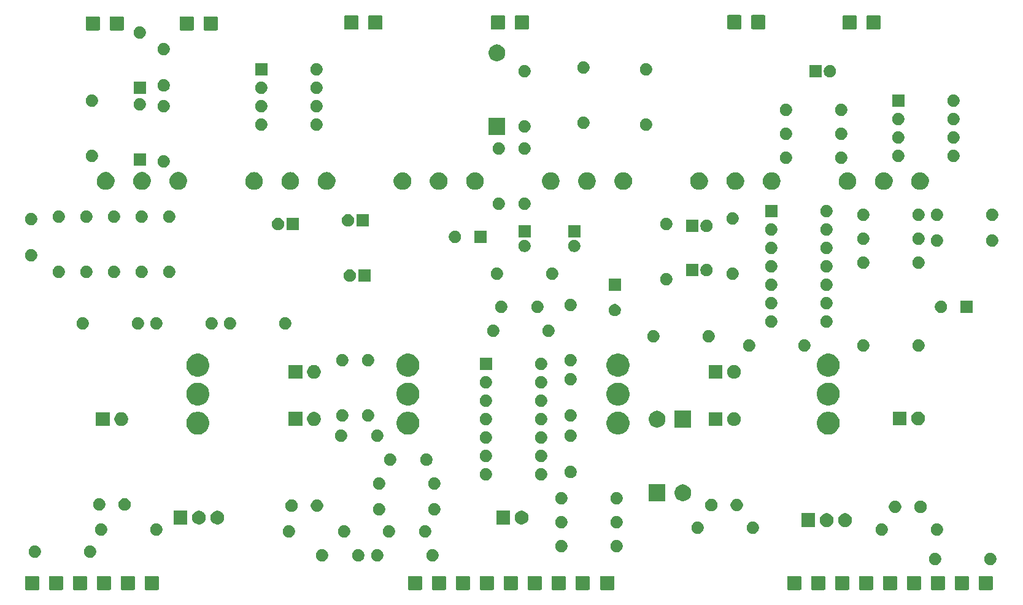
<source format=gbr>
G04 #@! TF.GenerationSoftware,KiCad,Pcbnew,5.1.6*
G04 #@! TF.CreationDate,2020-09-20T17:11:26+01:00*
G04 #@! TF.ProjectId,Phaser,50686173-6572-42e6-9b69-6361645f7063,V2.0*
G04 #@! TF.SameCoordinates,Original*
G04 #@! TF.FileFunction,Soldermask,Top*
G04 #@! TF.FilePolarity,Negative*
%FSLAX46Y46*%
G04 Gerber Fmt 4.6, Leading zero omitted, Abs format (unit mm)*
G04 Created by KiCad (PCBNEW 5.1.6) date 2020-09-20 17:11:26*
%MOMM*%
%LPD*%
G01*
G04 APERTURE LIST*
%ADD10C,0.152400*%
G04 APERTURE END LIST*
D10*
G36*
X125931981Y-117645909D02*
G01*
X125964242Y-117655695D01*
X125993969Y-117671585D01*
X126020029Y-117692971D01*
X126041415Y-117719031D01*
X126057305Y-117748758D01*
X126067091Y-117781019D01*
X126071000Y-117820708D01*
X126071000Y-119415292D01*
X126067091Y-119454981D01*
X126057305Y-119487242D01*
X126041415Y-119516969D01*
X126020029Y-119543029D01*
X125993969Y-119564415D01*
X125964242Y-119580305D01*
X125931981Y-119590091D01*
X125892292Y-119594000D01*
X124297708Y-119594000D01*
X124258019Y-119590091D01*
X124225758Y-119580305D01*
X124196031Y-119564415D01*
X124169971Y-119543029D01*
X124148585Y-119516969D01*
X124132695Y-119487242D01*
X124122909Y-119454981D01*
X124119000Y-119415292D01*
X124119000Y-117820708D01*
X124122909Y-117781019D01*
X124132695Y-117748758D01*
X124148585Y-117719031D01*
X124169971Y-117692971D01*
X124196031Y-117671585D01*
X124225758Y-117655695D01*
X124258019Y-117645909D01*
X124297708Y-117642000D01*
X125892292Y-117642000D01*
X125931981Y-117645909D01*
G37*
G36*
X73099981Y-117645909D02*
G01*
X73132242Y-117655695D01*
X73161969Y-117671585D01*
X73188029Y-117692971D01*
X73209415Y-117719031D01*
X73225305Y-117748758D01*
X73235091Y-117781019D01*
X73239000Y-117820708D01*
X73239000Y-119415292D01*
X73235091Y-119454981D01*
X73225305Y-119487242D01*
X73209415Y-119516969D01*
X73188029Y-119543029D01*
X73161969Y-119564415D01*
X73132242Y-119580305D01*
X73099981Y-119590091D01*
X73060292Y-119594000D01*
X71465708Y-119594000D01*
X71426019Y-119590091D01*
X71393758Y-119580305D01*
X71364031Y-119564415D01*
X71337971Y-119543029D01*
X71316585Y-119516969D01*
X71300695Y-119487242D01*
X71290909Y-119454981D01*
X71287000Y-119415292D01*
X71287000Y-117820708D01*
X71290909Y-117781019D01*
X71300695Y-117748758D01*
X71316585Y-117719031D01*
X71337971Y-117692971D01*
X71364031Y-117671585D01*
X71393758Y-117655695D01*
X71426019Y-117645909D01*
X71465708Y-117642000D01*
X73060292Y-117642000D01*
X73099981Y-117645909D01*
G37*
G36*
X171651981Y-117645909D02*
G01*
X171684242Y-117655695D01*
X171713969Y-117671585D01*
X171740029Y-117692971D01*
X171761415Y-117719031D01*
X171777305Y-117748758D01*
X171787091Y-117781019D01*
X171791000Y-117820708D01*
X171791000Y-119415292D01*
X171787091Y-119454981D01*
X171777305Y-119487242D01*
X171761415Y-119516969D01*
X171740029Y-119543029D01*
X171713969Y-119564415D01*
X171684242Y-119580305D01*
X171651981Y-119590091D01*
X171612292Y-119594000D01*
X170017708Y-119594000D01*
X169978019Y-119590091D01*
X169945758Y-119580305D01*
X169916031Y-119564415D01*
X169889971Y-119543029D01*
X169868585Y-119516969D01*
X169852695Y-119487242D01*
X169842909Y-119454981D01*
X169839000Y-119415292D01*
X169839000Y-117820708D01*
X169842909Y-117781019D01*
X169852695Y-117748758D01*
X169868585Y-117719031D01*
X169889971Y-117692971D01*
X169916031Y-117671585D01*
X169945758Y-117655695D01*
X169978019Y-117645909D01*
X170017708Y-117642000D01*
X171612292Y-117642000D01*
X171651981Y-117645909D01*
G37*
G36*
X174953981Y-117645909D02*
G01*
X174986242Y-117655695D01*
X175015969Y-117671585D01*
X175042029Y-117692971D01*
X175063415Y-117719031D01*
X175079305Y-117748758D01*
X175089091Y-117781019D01*
X175093000Y-117820708D01*
X175093000Y-119415292D01*
X175089091Y-119454981D01*
X175079305Y-119487242D01*
X175063415Y-119516969D01*
X175042029Y-119543029D01*
X175015969Y-119564415D01*
X174986242Y-119580305D01*
X174953981Y-119590091D01*
X174914292Y-119594000D01*
X173319708Y-119594000D01*
X173280019Y-119590091D01*
X173247758Y-119580305D01*
X173218031Y-119564415D01*
X173191971Y-119543029D01*
X173170585Y-119516969D01*
X173154695Y-119487242D01*
X173144909Y-119454981D01*
X173141000Y-119415292D01*
X173141000Y-117820708D01*
X173144909Y-117781019D01*
X173154695Y-117748758D01*
X173170585Y-117719031D01*
X173191971Y-117692971D01*
X173218031Y-117671585D01*
X173247758Y-117655695D01*
X173280019Y-117645909D01*
X173319708Y-117642000D01*
X174914292Y-117642000D01*
X174953981Y-117645909D01*
G37*
G36*
X178255981Y-117645909D02*
G01*
X178288242Y-117655695D01*
X178317969Y-117671585D01*
X178344029Y-117692971D01*
X178365415Y-117719031D01*
X178381305Y-117748758D01*
X178391091Y-117781019D01*
X178395000Y-117820708D01*
X178395000Y-119415292D01*
X178391091Y-119454981D01*
X178381305Y-119487242D01*
X178365415Y-119516969D01*
X178344029Y-119543029D01*
X178317969Y-119564415D01*
X178288242Y-119580305D01*
X178255981Y-119590091D01*
X178216292Y-119594000D01*
X176621708Y-119594000D01*
X176582019Y-119590091D01*
X176549758Y-119580305D01*
X176520031Y-119564415D01*
X176493971Y-119543029D01*
X176472585Y-119516969D01*
X176456695Y-119487242D01*
X176446909Y-119454981D01*
X176443000Y-119415292D01*
X176443000Y-117820708D01*
X176446909Y-117781019D01*
X176456695Y-117748758D01*
X176472585Y-117719031D01*
X176493971Y-117692971D01*
X176520031Y-117671585D01*
X176549758Y-117655695D01*
X176582019Y-117645909D01*
X176621708Y-117642000D01*
X178216292Y-117642000D01*
X178255981Y-117645909D01*
G37*
G36*
X139139981Y-117645909D02*
G01*
X139172242Y-117655695D01*
X139201969Y-117671585D01*
X139228029Y-117692971D01*
X139249415Y-117719031D01*
X139265305Y-117748758D01*
X139275091Y-117781019D01*
X139279000Y-117820708D01*
X139279000Y-119415292D01*
X139275091Y-119454981D01*
X139265305Y-119487242D01*
X139249415Y-119516969D01*
X139228029Y-119543029D01*
X139201969Y-119564415D01*
X139172242Y-119580305D01*
X139139981Y-119590091D01*
X139100292Y-119594000D01*
X137505708Y-119594000D01*
X137466019Y-119590091D01*
X137433758Y-119580305D01*
X137404031Y-119564415D01*
X137377971Y-119543029D01*
X137356585Y-119516969D01*
X137340695Y-119487242D01*
X137330909Y-119454981D01*
X137327000Y-119415292D01*
X137327000Y-117820708D01*
X137330909Y-117781019D01*
X137340695Y-117748758D01*
X137356585Y-117719031D01*
X137377971Y-117692971D01*
X137404031Y-117671585D01*
X137433758Y-117655695D01*
X137466019Y-117645909D01*
X137505708Y-117642000D01*
X139100292Y-117642000D01*
X139139981Y-117645909D01*
G37*
G36*
X142441981Y-117645909D02*
G01*
X142474242Y-117655695D01*
X142503969Y-117671585D01*
X142530029Y-117692971D01*
X142551415Y-117719031D01*
X142567305Y-117748758D01*
X142577091Y-117781019D01*
X142581000Y-117820708D01*
X142581000Y-119415292D01*
X142577091Y-119454981D01*
X142567305Y-119487242D01*
X142551415Y-119516969D01*
X142530029Y-119543029D01*
X142503969Y-119564415D01*
X142474242Y-119580305D01*
X142441981Y-119590091D01*
X142402292Y-119594000D01*
X140807708Y-119594000D01*
X140768019Y-119590091D01*
X140735758Y-119580305D01*
X140706031Y-119564415D01*
X140679971Y-119543029D01*
X140658585Y-119516969D01*
X140642695Y-119487242D01*
X140632909Y-119454981D01*
X140629000Y-119415292D01*
X140629000Y-117820708D01*
X140632909Y-117781019D01*
X140642695Y-117748758D01*
X140658585Y-117719031D01*
X140679971Y-117692971D01*
X140706031Y-117671585D01*
X140735758Y-117655695D01*
X140768019Y-117645909D01*
X140807708Y-117642000D01*
X142402292Y-117642000D01*
X142441981Y-117645909D01*
G37*
G36*
X145870981Y-117645909D02*
G01*
X145903242Y-117655695D01*
X145932969Y-117671585D01*
X145959029Y-117692971D01*
X145980415Y-117719031D01*
X145996305Y-117748758D01*
X146006091Y-117781019D01*
X146010000Y-117820708D01*
X146010000Y-119415292D01*
X146006091Y-119454981D01*
X145996305Y-119487242D01*
X145980415Y-119516969D01*
X145959029Y-119543029D01*
X145932969Y-119564415D01*
X145903242Y-119580305D01*
X145870981Y-119590091D01*
X145831292Y-119594000D01*
X144236708Y-119594000D01*
X144197019Y-119590091D01*
X144164758Y-119580305D01*
X144135031Y-119564415D01*
X144108971Y-119543029D01*
X144087585Y-119516969D01*
X144071695Y-119487242D01*
X144061909Y-119454981D01*
X144058000Y-119415292D01*
X144058000Y-117820708D01*
X144061909Y-117781019D01*
X144071695Y-117748758D01*
X144087585Y-117719031D01*
X144108971Y-117692971D01*
X144135031Y-117671585D01*
X144164758Y-117655695D01*
X144197019Y-117645909D01*
X144236708Y-117642000D01*
X145831292Y-117642000D01*
X145870981Y-117645909D01*
G37*
G36*
X191463981Y-117645909D02*
G01*
X191496242Y-117655695D01*
X191525969Y-117671585D01*
X191552029Y-117692971D01*
X191573415Y-117719031D01*
X191589305Y-117748758D01*
X191599091Y-117781019D01*
X191603000Y-117820708D01*
X191603000Y-119415292D01*
X191599091Y-119454981D01*
X191589305Y-119487242D01*
X191573415Y-119516969D01*
X191552029Y-119543029D01*
X191525969Y-119564415D01*
X191496242Y-119580305D01*
X191463981Y-119590091D01*
X191424292Y-119594000D01*
X189829708Y-119594000D01*
X189790019Y-119590091D01*
X189757758Y-119580305D01*
X189728031Y-119564415D01*
X189701971Y-119543029D01*
X189680585Y-119516969D01*
X189664695Y-119487242D01*
X189654909Y-119454981D01*
X189651000Y-119415292D01*
X189651000Y-117820708D01*
X189654909Y-117781019D01*
X189664695Y-117748758D01*
X189680585Y-117719031D01*
X189701971Y-117692971D01*
X189728031Y-117671585D01*
X189757758Y-117655695D01*
X189790019Y-117645909D01*
X189829708Y-117642000D01*
X191424292Y-117642000D01*
X191463981Y-117645909D01*
G37*
G36*
X198067981Y-117645909D02*
G01*
X198100242Y-117655695D01*
X198129969Y-117671585D01*
X198156029Y-117692971D01*
X198177415Y-117719031D01*
X198193305Y-117748758D01*
X198203091Y-117781019D01*
X198207000Y-117820708D01*
X198207000Y-119415292D01*
X198203091Y-119454981D01*
X198193305Y-119487242D01*
X198177415Y-119516969D01*
X198156029Y-119543029D01*
X198129969Y-119564415D01*
X198100242Y-119580305D01*
X198067981Y-119590091D01*
X198028292Y-119594000D01*
X196433708Y-119594000D01*
X196394019Y-119590091D01*
X196361758Y-119580305D01*
X196332031Y-119564415D01*
X196305971Y-119543029D01*
X196284585Y-119516969D01*
X196268695Y-119487242D01*
X196258909Y-119454981D01*
X196255000Y-119415292D01*
X196255000Y-117820708D01*
X196258909Y-117781019D01*
X196268695Y-117748758D01*
X196284585Y-117719031D01*
X196305971Y-117692971D01*
X196332031Y-117671585D01*
X196361758Y-117655695D01*
X196394019Y-117645909D01*
X196433708Y-117642000D01*
X198028292Y-117642000D01*
X198067981Y-117645909D01*
G37*
G36*
X66508681Y-117645909D02*
G01*
X66540942Y-117655695D01*
X66570669Y-117671585D01*
X66596729Y-117692971D01*
X66618115Y-117719031D01*
X66634005Y-117748758D01*
X66643791Y-117781019D01*
X66647700Y-117820708D01*
X66647700Y-119415292D01*
X66643791Y-119454981D01*
X66634005Y-119487242D01*
X66618115Y-119516969D01*
X66596729Y-119543029D01*
X66570669Y-119564415D01*
X66540942Y-119580305D01*
X66508681Y-119590091D01*
X66468992Y-119594000D01*
X64874408Y-119594000D01*
X64834719Y-119590091D01*
X64802458Y-119580305D01*
X64772731Y-119564415D01*
X64746671Y-119543029D01*
X64725285Y-119516969D01*
X64709395Y-119487242D01*
X64699609Y-119454981D01*
X64695700Y-119415292D01*
X64695700Y-117820708D01*
X64699609Y-117781019D01*
X64709395Y-117748758D01*
X64725285Y-117719031D01*
X64746671Y-117692971D01*
X64772731Y-117671585D01*
X64802458Y-117655695D01*
X64834719Y-117645909D01*
X64874408Y-117642000D01*
X66468992Y-117642000D01*
X66508681Y-117645909D01*
G37*
G36*
X69797981Y-117645909D02*
G01*
X69830242Y-117655695D01*
X69859969Y-117671585D01*
X69886029Y-117692971D01*
X69907415Y-117719031D01*
X69923305Y-117748758D01*
X69933091Y-117781019D01*
X69937000Y-117820708D01*
X69937000Y-119415292D01*
X69933091Y-119454981D01*
X69923305Y-119487242D01*
X69907415Y-119516969D01*
X69886029Y-119543029D01*
X69859969Y-119564415D01*
X69830242Y-119580305D01*
X69797981Y-119590091D01*
X69758292Y-119594000D01*
X68163708Y-119594000D01*
X68124019Y-119590091D01*
X68091758Y-119580305D01*
X68062031Y-119564415D01*
X68035971Y-119543029D01*
X68014585Y-119516969D01*
X67998695Y-119487242D01*
X67988909Y-119454981D01*
X67985000Y-119415292D01*
X67985000Y-117820708D01*
X67988909Y-117781019D01*
X67998695Y-117748758D01*
X68014585Y-117719031D01*
X68035971Y-117692971D01*
X68062031Y-117671585D01*
X68091758Y-117655695D01*
X68124019Y-117645909D01*
X68163708Y-117642000D01*
X69758292Y-117642000D01*
X69797981Y-117645909D01*
G37*
G36*
X194765981Y-117645909D02*
G01*
X194798242Y-117655695D01*
X194827969Y-117671585D01*
X194854029Y-117692971D01*
X194875415Y-117719031D01*
X194891305Y-117748758D01*
X194901091Y-117781019D01*
X194905000Y-117820708D01*
X194905000Y-119415292D01*
X194901091Y-119454981D01*
X194891305Y-119487242D01*
X194875415Y-119516969D01*
X194854029Y-119543029D01*
X194827969Y-119564415D01*
X194798242Y-119580305D01*
X194765981Y-119590091D01*
X194726292Y-119594000D01*
X193131708Y-119594000D01*
X193092019Y-119590091D01*
X193059758Y-119580305D01*
X193030031Y-119564415D01*
X193003971Y-119543029D01*
X192982585Y-119516969D01*
X192966695Y-119487242D01*
X192956909Y-119454981D01*
X192953000Y-119415292D01*
X192953000Y-117820708D01*
X192956909Y-117781019D01*
X192966695Y-117748758D01*
X192982585Y-117719031D01*
X193003971Y-117692971D01*
X193030031Y-117671585D01*
X193059758Y-117655695D01*
X193092019Y-117645909D01*
X193131708Y-117642000D01*
X194726292Y-117642000D01*
X194765981Y-117645909D01*
G37*
G36*
X79703981Y-117645909D02*
G01*
X79736242Y-117655695D01*
X79765969Y-117671585D01*
X79792029Y-117692971D01*
X79813415Y-117719031D01*
X79829305Y-117748758D01*
X79839091Y-117781019D01*
X79843000Y-117820708D01*
X79843000Y-119415292D01*
X79839091Y-119454981D01*
X79829305Y-119487242D01*
X79813415Y-119516969D01*
X79792029Y-119543029D01*
X79765969Y-119564415D01*
X79736242Y-119580305D01*
X79703981Y-119590091D01*
X79664292Y-119594000D01*
X78069708Y-119594000D01*
X78030019Y-119590091D01*
X77997758Y-119580305D01*
X77968031Y-119564415D01*
X77941971Y-119543029D01*
X77920585Y-119516969D01*
X77904695Y-119487242D01*
X77894909Y-119454981D01*
X77891000Y-119415292D01*
X77891000Y-117820708D01*
X77894909Y-117781019D01*
X77904695Y-117748758D01*
X77920585Y-117719031D01*
X77941971Y-117692971D01*
X77968031Y-117671585D01*
X77997758Y-117655695D01*
X78030019Y-117645909D01*
X78069708Y-117642000D01*
X79664292Y-117642000D01*
X79703981Y-117645909D01*
G37*
G36*
X76401981Y-117645909D02*
G01*
X76434242Y-117655695D01*
X76463969Y-117671585D01*
X76490029Y-117692971D01*
X76511415Y-117719031D01*
X76527305Y-117748758D01*
X76537091Y-117781019D01*
X76541000Y-117820708D01*
X76541000Y-119415292D01*
X76537091Y-119454981D01*
X76527305Y-119487242D01*
X76511415Y-119516969D01*
X76490029Y-119543029D01*
X76463969Y-119564415D01*
X76434242Y-119580305D01*
X76401981Y-119590091D01*
X76362292Y-119594000D01*
X74767708Y-119594000D01*
X74728019Y-119590091D01*
X74695758Y-119580305D01*
X74666031Y-119564415D01*
X74639971Y-119543029D01*
X74618585Y-119516969D01*
X74602695Y-119487242D01*
X74592909Y-119454981D01*
X74589000Y-119415292D01*
X74589000Y-117820708D01*
X74592909Y-117781019D01*
X74602695Y-117748758D01*
X74618585Y-117719031D01*
X74639971Y-117692971D01*
X74666031Y-117671585D01*
X74695758Y-117655695D01*
X74728019Y-117645909D01*
X74767708Y-117642000D01*
X76362292Y-117642000D01*
X76401981Y-117645909D01*
G37*
G36*
X122629981Y-117645909D02*
G01*
X122662242Y-117655695D01*
X122691969Y-117671585D01*
X122718029Y-117692971D01*
X122739415Y-117719031D01*
X122755305Y-117748758D01*
X122765091Y-117781019D01*
X122769000Y-117820708D01*
X122769000Y-119415292D01*
X122765091Y-119454981D01*
X122755305Y-119487242D01*
X122739415Y-119516969D01*
X122718029Y-119543029D01*
X122691969Y-119564415D01*
X122662242Y-119580305D01*
X122629981Y-119590091D01*
X122590292Y-119594000D01*
X120995708Y-119594000D01*
X120956019Y-119590091D01*
X120923758Y-119580305D01*
X120894031Y-119564415D01*
X120867971Y-119543029D01*
X120846585Y-119516969D01*
X120830695Y-119487242D01*
X120820909Y-119454981D01*
X120817000Y-119415292D01*
X120817000Y-117820708D01*
X120820909Y-117781019D01*
X120830695Y-117748758D01*
X120846585Y-117719031D01*
X120867971Y-117692971D01*
X120894031Y-117671585D01*
X120923758Y-117655695D01*
X120956019Y-117645909D01*
X120995708Y-117642000D01*
X122590292Y-117642000D01*
X122629981Y-117645909D01*
G37*
G36*
X119327981Y-117645909D02*
G01*
X119360242Y-117655695D01*
X119389969Y-117671585D01*
X119416029Y-117692971D01*
X119437415Y-117719031D01*
X119453305Y-117748758D01*
X119463091Y-117781019D01*
X119467000Y-117820708D01*
X119467000Y-119415292D01*
X119463091Y-119454981D01*
X119453305Y-119487242D01*
X119437415Y-119516969D01*
X119416029Y-119543029D01*
X119389969Y-119564415D01*
X119360242Y-119580305D01*
X119327981Y-119590091D01*
X119288292Y-119594000D01*
X117693708Y-119594000D01*
X117654019Y-119590091D01*
X117621758Y-119580305D01*
X117592031Y-119564415D01*
X117565971Y-119543029D01*
X117544585Y-119516969D01*
X117528695Y-119487242D01*
X117518909Y-119454981D01*
X117515000Y-119415292D01*
X117515000Y-117820708D01*
X117518909Y-117781019D01*
X117528695Y-117748758D01*
X117544585Y-117719031D01*
X117565971Y-117692971D01*
X117592031Y-117671585D01*
X117621758Y-117655695D01*
X117654019Y-117645909D01*
X117693708Y-117642000D01*
X119288292Y-117642000D01*
X119327981Y-117645909D01*
G37*
G36*
X135837981Y-117645909D02*
G01*
X135870242Y-117655695D01*
X135899969Y-117671585D01*
X135926029Y-117692971D01*
X135947415Y-117719031D01*
X135963305Y-117748758D01*
X135973091Y-117781019D01*
X135977000Y-117820708D01*
X135977000Y-119415292D01*
X135973091Y-119454981D01*
X135963305Y-119487242D01*
X135947415Y-119516969D01*
X135926029Y-119543029D01*
X135899969Y-119564415D01*
X135870242Y-119580305D01*
X135837981Y-119590091D01*
X135798292Y-119594000D01*
X134203708Y-119594000D01*
X134164019Y-119590091D01*
X134131758Y-119580305D01*
X134102031Y-119564415D01*
X134075971Y-119543029D01*
X134054585Y-119516969D01*
X134038695Y-119487242D01*
X134028909Y-119454981D01*
X134025000Y-119415292D01*
X134025000Y-117820708D01*
X134028909Y-117781019D01*
X134038695Y-117748758D01*
X134054585Y-117719031D01*
X134075971Y-117692971D01*
X134102031Y-117671585D01*
X134131758Y-117655695D01*
X134164019Y-117645909D01*
X134203708Y-117642000D01*
X135798292Y-117642000D01*
X135837981Y-117645909D01*
G37*
G36*
X132535981Y-117645909D02*
G01*
X132568242Y-117655695D01*
X132597969Y-117671585D01*
X132624029Y-117692971D01*
X132645415Y-117719031D01*
X132661305Y-117748758D01*
X132671091Y-117781019D01*
X132675000Y-117820708D01*
X132675000Y-119415292D01*
X132671091Y-119454981D01*
X132661305Y-119487242D01*
X132645415Y-119516969D01*
X132624029Y-119543029D01*
X132597969Y-119564415D01*
X132568242Y-119580305D01*
X132535981Y-119590091D01*
X132496292Y-119594000D01*
X130901708Y-119594000D01*
X130862019Y-119590091D01*
X130829758Y-119580305D01*
X130800031Y-119564415D01*
X130773971Y-119543029D01*
X130752585Y-119516969D01*
X130736695Y-119487242D01*
X130726909Y-119454981D01*
X130723000Y-119415292D01*
X130723000Y-117820708D01*
X130726909Y-117781019D01*
X130736695Y-117748758D01*
X130752585Y-117719031D01*
X130773971Y-117692971D01*
X130800031Y-117671585D01*
X130829758Y-117655695D01*
X130862019Y-117645909D01*
X130901708Y-117642000D01*
X132496292Y-117642000D01*
X132535981Y-117645909D01*
G37*
G36*
X181557981Y-117645909D02*
G01*
X181590242Y-117655695D01*
X181619969Y-117671585D01*
X181646029Y-117692971D01*
X181667415Y-117719031D01*
X181683305Y-117748758D01*
X181693091Y-117781019D01*
X181697000Y-117820708D01*
X181697000Y-119415292D01*
X181693091Y-119454981D01*
X181683305Y-119487242D01*
X181667415Y-119516969D01*
X181646029Y-119543029D01*
X181619969Y-119564415D01*
X181590242Y-119580305D01*
X181557981Y-119590091D01*
X181518292Y-119594000D01*
X179923708Y-119594000D01*
X179884019Y-119590091D01*
X179851758Y-119580305D01*
X179822031Y-119564415D01*
X179795971Y-119543029D01*
X179774585Y-119516969D01*
X179758695Y-119487242D01*
X179748909Y-119454981D01*
X179745000Y-119415292D01*
X179745000Y-117820708D01*
X179748909Y-117781019D01*
X179758695Y-117748758D01*
X179774585Y-117719031D01*
X179795971Y-117692971D01*
X179822031Y-117671585D01*
X179851758Y-117655695D01*
X179884019Y-117645909D01*
X179923708Y-117642000D01*
X181518292Y-117642000D01*
X181557981Y-117645909D01*
G37*
G36*
X129233981Y-117645909D02*
G01*
X129266242Y-117655695D01*
X129295969Y-117671585D01*
X129322029Y-117692971D01*
X129343415Y-117719031D01*
X129359305Y-117748758D01*
X129369091Y-117781019D01*
X129373000Y-117820708D01*
X129373000Y-119415292D01*
X129369091Y-119454981D01*
X129359305Y-119487242D01*
X129343415Y-119516969D01*
X129322029Y-119543029D01*
X129295969Y-119564415D01*
X129266242Y-119580305D01*
X129233981Y-119590091D01*
X129194292Y-119594000D01*
X127599708Y-119594000D01*
X127560019Y-119590091D01*
X127527758Y-119580305D01*
X127498031Y-119564415D01*
X127471971Y-119543029D01*
X127450585Y-119516969D01*
X127434695Y-119487242D01*
X127424909Y-119454981D01*
X127421000Y-119415292D01*
X127421000Y-117820708D01*
X127424909Y-117781019D01*
X127434695Y-117748758D01*
X127450585Y-117719031D01*
X127471971Y-117692971D01*
X127498031Y-117671585D01*
X127527758Y-117655695D01*
X127560019Y-117645909D01*
X127599708Y-117642000D01*
X129194292Y-117642000D01*
X129233981Y-117645909D01*
G37*
G36*
X83005981Y-117645909D02*
G01*
X83038242Y-117655695D01*
X83067969Y-117671585D01*
X83094029Y-117692971D01*
X83115415Y-117719031D01*
X83131305Y-117748758D01*
X83141091Y-117781019D01*
X83145000Y-117820708D01*
X83145000Y-119415292D01*
X83141091Y-119454981D01*
X83131305Y-119487242D01*
X83115415Y-119516969D01*
X83094029Y-119543029D01*
X83067969Y-119564415D01*
X83038242Y-119580305D01*
X83005981Y-119590091D01*
X82966292Y-119594000D01*
X81371708Y-119594000D01*
X81332019Y-119590091D01*
X81299758Y-119580305D01*
X81270031Y-119564415D01*
X81243971Y-119543029D01*
X81222585Y-119516969D01*
X81206695Y-119487242D01*
X81196909Y-119454981D01*
X81193000Y-119415292D01*
X81193000Y-117820708D01*
X81196909Y-117781019D01*
X81206695Y-117748758D01*
X81222585Y-117719031D01*
X81243971Y-117692971D01*
X81270031Y-117671585D01*
X81299758Y-117655695D01*
X81332019Y-117645909D01*
X81371708Y-117642000D01*
X82966292Y-117642000D01*
X83005981Y-117645909D01*
G37*
G36*
X184859981Y-117645909D02*
G01*
X184892242Y-117655695D01*
X184921969Y-117671585D01*
X184948029Y-117692971D01*
X184969415Y-117719031D01*
X184985305Y-117748758D01*
X184995091Y-117781019D01*
X184999000Y-117820708D01*
X184999000Y-119415292D01*
X184995091Y-119454981D01*
X184985305Y-119487242D01*
X184969415Y-119516969D01*
X184948029Y-119543029D01*
X184921969Y-119564415D01*
X184892242Y-119580305D01*
X184859981Y-119590091D01*
X184820292Y-119594000D01*
X183225708Y-119594000D01*
X183186019Y-119590091D01*
X183153758Y-119580305D01*
X183124031Y-119564415D01*
X183097971Y-119543029D01*
X183076585Y-119516969D01*
X183060695Y-119487242D01*
X183050909Y-119454981D01*
X183047000Y-119415292D01*
X183047000Y-117820708D01*
X183050909Y-117781019D01*
X183060695Y-117748758D01*
X183076585Y-117719031D01*
X183097971Y-117692971D01*
X183124031Y-117671585D01*
X183153758Y-117655695D01*
X183186019Y-117645909D01*
X183225708Y-117642000D01*
X184820292Y-117642000D01*
X184859981Y-117645909D01*
G37*
G36*
X188161981Y-117645909D02*
G01*
X188194242Y-117655695D01*
X188223969Y-117671585D01*
X188250029Y-117692971D01*
X188271415Y-117719031D01*
X188287305Y-117748758D01*
X188297091Y-117781019D01*
X188301000Y-117820708D01*
X188301000Y-119415292D01*
X188297091Y-119454981D01*
X188287305Y-119487242D01*
X188271415Y-119516969D01*
X188250029Y-119543029D01*
X188223969Y-119564415D01*
X188194242Y-119580305D01*
X188161981Y-119590091D01*
X188122292Y-119594000D01*
X186527708Y-119594000D01*
X186488019Y-119590091D01*
X186455758Y-119580305D01*
X186426031Y-119564415D01*
X186399971Y-119543029D01*
X186378585Y-119516969D01*
X186362695Y-119487242D01*
X186352909Y-119454981D01*
X186349000Y-119415292D01*
X186349000Y-117820708D01*
X186352909Y-117781019D01*
X186362695Y-117748758D01*
X186378585Y-117719031D01*
X186399971Y-117692971D01*
X186426031Y-117671585D01*
X186455758Y-117655695D01*
X186488019Y-117645909D01*
X186527708Y-117642000D01*
X188122292Y-117642000D01*
X188161981Y-117645909D01*
G37*
G36*
X198114228Y-114497703D02*
G01*
X198269100Y-114561853D01*
X198408481Y-114654985D01*
X198527015Y-114773519D01*
X198620147Y-114912900D01*
X198684297Y-115067772D01*
X198717000Y-115232184D01*
X198717000Y-115399816D01*
X198684297Y-115564228D01*
X198620147Y-115719100D01*
X198527015Y-115858481D01*
X198408481Y-115977015D01*
X198269100Y-116070147D01*
X198114228Y-116134297D01*
X197949816Y-116167000D01*
X197782184Y-116167000D01*
X197617772Y-116134297D01*
X197462900Y-116070147D01*
X197323519Y-115977015D01*
X197204985Y-115858481D01*
X197111853Y-115719100D01*
X197047703Y-115564228D01*
X197015000Y-115399816D01*
X197015000Y-115232184D01*
X197047703Y-115067772D01*
X197111853Y-114912900D01*
X197204985Y-114773519D01*
X197323519Y-114654985D01*
X197462900Y-114561853D01*
X197617772Y-114497703D01*
X197782184Y-114465000D01*
X197949816Y-114465000D01*
X198114228Y-114497703D01*
G37*
G36*
X190494228Y-114497703D02*
G01*
X190649100Y-114561853D01*
X190788481Y-114654985D01*
X190907015Y-114773519D01*
X191000147Y-114912900D01*
X191064297Y-115067772D01*
X191097000Y-115232184D01*
X191097000Y-115399816D01*
X191064297Y-115564228D01*
X191000147Y-115719100D01*
X190907015Y-115858481D01*
X190788481Y-115977015D01*
X190649100Y-116070147D01*
X190494228Y-116134297D01*
X190329816Y-116167000D01*
X190162184Y-116167000D01*
X189997772Y-116134297D01*
X189842900Y-116070147D01*
X189703519Y-115977015D01*
X189584985Y-115858481D01*
X189491853Y-115719100D01*
X189427703Y-115564228D01*
X189395000Y-115399816D01*
X189395000Y-115232184D01*
X189427703Y-115067772D01*
X189491853Y-114912900D01*
X189584985Y-114773519D01*
X189703519Y-114654985D01*
X189842900Y-114561853D01*
X189997772Y-114497703D01*
X190162184Y-114465000D01*
X190329816Y-114465000D01*
X190494228Y-114497703D01*
G37*
G36*
X113532228Y-113989703D02*
G01*
X113687100Y-114053853D01*
X113826481Y-114146985D01*
X113945015Y-114265519D01*
X114038147Y-114404900D01*
X114102297Y-114559772D01*
X114135000Y-114724184D01*
X114135000Y-114891816D01*
X114102297Y-115056228D01*
X114038147Y-115211100D01*
X113945015Y-115350481D01*
X113826481Y-115469015D01*
X113687100Y-115562147D01*
X113532228Y-115626297D01*
X113367816Y-115659000D01*
X113200184Y-115659000D01*
X113035772Y-115626297D01*
X112880900Y-115562147D01*
X112741519Y-115469015D01*
X112622985Y-115350481D01*
X112529853Y-115211100D01*
X112465703Y-115056228D01*
X112433000Y-114891816D01*
X112433000Y-114724184D01*
X112465703Y-114559772D01*
X112529853Y-114404900D01*
X112622985Y-114265519D01*
X112741519Y-114146985D01*
X112880900Y-114053853D01*
X113035772Y-113989703D01*
X113200184Y-113957000D01*
X113367816Y-113957000D01*
X113532228Y-113989703D01*
G37*
G36*
X105912228Y-113989703D02*
G01*
X106067100Y-114053853D01*
X106206481Y-114146985D01*
X106325015Y-114265519D01*
X106418147Y-114404900D01*
X106482297Y-114559772D01*
X106515000Y-114724184D01*
X106515000Y-114891816D01*
X106482297Y-115056228D01*
X106418147Y-115211100D01*
X106325015Y-115350481D01*
X106206481Y-115469015D01*
X106067100Y-115562147D01*
X105912228Y-115626297D01*
X105747816Y-115659000D01*
X105580184Y-115659000D01*
X105415772Y-115626297D01*
X105260900Y-115562147D01*
X105121519Y-115469015D01*
X105002985Y-115350481D01*
X104909853Y-115211100D01*
X104845703Y-115056228D01*
X104813000Y-114891816D01*
X104813000Y-114724184D01*
X104845703Y-114559772D01*
X104909853Y-114404900D01*
X105002985Y-114265519D01*
X105121519Y-114146985D01*
X105260900Y-114053853D01*
X105415772Y-113989703D01*
X105580184Y-113957000D01*
X105747816Y-113957000D01*
X105912228Y-113989703D01*
G37*
G36*
X110912228Y-113989703D02*
G01*
X111067100Y-114053853D01*
X111206481Y-114146985D01*
X111325015Y-114265519D01*
X111418147Y-114404900D01*
X111482297Y-114559772D01*
X111515000Y-114724184D01*
X111515000Y-114891816D01*
X111482297Y-115056228D01*
X111418147Y-115211100D01*
X111325015Y-115350481D01*
X111206481Y-115469015D01*
X111067100Y-115562147D01*
X110912228Y-115626297D01*
X110747816Y-115659000D01*
X110580184Y-115659000D01*
X110415772Y-115626297D01*
X110260900Y-115562147D01*
X110121519Y-115469015D01*
X110002985Y-115350481D01*
X109909853Y-115211100D01*
X109845703Y-115056228D01*
X109813000Y-114891816D01*
X109813000Y-114724184D01*
X109845703Y-114559772D01*
X109909853Y-114404900D01*
X110002985Y-114265519D01*
X110121519Y-114146985D01*
X110260900Y-114053853D01*
X110415772Y-113989703D01*
X110580184Y-113957000D01*
X110747816Y-113957000D01*
X110912228Y-113989703D01*
G37*
G36*
X121152228Y-113989703D02*
G01*
X121307100Y-114053853D01*
X121446481Y-114146985D01*
X121565015Y-114265519D01*
X121658147Y-114404900D01*
X121722297Y-114559772D01*
X121755000Y-114724184D01*
X121755000Y-114891816D01*
X121722297Y-115056228D01*
X121658147Y-115211100D01*
X121565015Y-115350481D01*
X121446481Y-115469015D01*
X121307100Y-115562147D01*
X121152228Y-115626297D01*
X120987816Y-115659000D01*
X120820184Y-115659000D01*
X120655772Y-115626297D01*
X120500900Y-115562147D01*
X120361519Y-115469015D01*
X120242985Y-115350481D01*
X120149853Y-115211100D01*
X120085703Y-115056228D01*
X120053000Y-114891816D01*
X120053000Y-114724184D01*
X120085703Y-114559772D01*
X120149853Y-114404900D01*
X120242985Y-114265519D01*
X120361519Y-114146985D01*
X120500900Y-114053853D01*
X120655772Y-113989703D01*
X120820184Y-113957000D01*
X120987816Y-113957000D01*
X121152228Y-113989703D01*
G37*
G36*
X73908228Y-113481703D02*
G01*
X74063100Y-113545853D01*
X74202481Y-113638985D01*
X74321015Y-113757519D01*
X74414147Y-113896900D01*
X74478297Y-114051772D01*
X74511000Y-114216184D01*
X74511000Y-114383816D01*
X74478297Y-114548228D01*
X74414147Y-114703100D01*
X74321015Y-114842481D01*
X74202481Y-114961015D01*
X74063100Y-115054147D01*
X73908228Y-115118297D01*
X73743816Y-115151000D01*
X73576184Y-115151000D01*
X73411772Y-115118297D01*
X73256900Y-115054147D01*
X73117519Y-114961015D01*
X72998985Y-114842481D01*
X72905853Y-114703100D01*
X72841703Y-114548228D01*
X72809000Y-114383816D01*
X72809000Y-114216184D01*
X72841703Y-114051772D01*
X72905853Y-113896900D01*
X72998985Y-113757519D01*
X73117519Y-113638985D01*
X73256900Y-113545853D01*
X73411772Y-113481703D01*
X73576184Y-113449000D01*
X73743816Y-113449000D01*
X73908228Y-113481703D01*
G37*
G36*
X66288228Y-113481703D02*
G01*
X66443100Y-113545853D01*
X66582481Y-113638985D01*
X66701015Y-113757519D01*
X66794147Y-113896900D01*
X66858297Y-114051772D01*
X66891000Y-114216184D01*
X66891000Y-114383816D01*
X66858297Y-114548228D01*
X66794147Y-114703100D01*
X66701015Y-114842481D01*
X66582481Y-114961015D01*
X66443100Y-115054147D01*
X66288228Y-115118297D01*
X66123816Y-115151000D01*
X65956184Y-115151000D01*
X65791772Y-115118297D01*
X65636900Y-115054147D01*
X65497519Y-114961015D01*
X65378985Y-114842481D01*
X65285853Y-114703100D01*
X65221703Y-114548228D01*
X65189000Y-114383816D01*
X65189000Y-114216184D01*
X65221703Y-114051772D01*
X65285853Y-113896900D01*
X65378985Y-113757519D01*
X65497519Y-113638985D01*
X65636900Y-113545853D01*
X65791772Y-113481703D01*
X65956184Y-113449000D01*
X66123816Y-113449000D01*
X66288228Y-113481703D01*
G37*
G36*
X146552228Y-112719703D02*
G01*
X146707100Y-112783853D01*
X146846481Y-112876985D01*
X146965015Y-112995519D01*
X147058147Y-113134900D01*
X147122297Y-113289772D01*
X147155000Y-113454184D01*
X147155000Y-113621816D01*
X147122297Y-113786228D01*
X147058147Y-113941100D01*
X146965015Y-114080481D01*
X146846481Y-114199015D01*
X146707100Y-114292147D01*
X146552228Y-114356297D01*
X146387816Y-114389000D01*
X146220184Y-114389000D01*
X146055772Y-114356297D01*
X145900900Y-114292147D01*
X145761519Y-114199015D01*
X145642985Y-114080481D01*
X145549853Y-113941100D01*
X145485703Y-113786228D01*
X145453000Y-113621816D01*
X145453000Y-113454184D01*
X145485703Y-113289772D01*
X145549853Y-113134900D01*
X145642985Y-112995519D01*
X145761519Y-112876985D01*
X145900900Y-112783853D01*
X146055772Y-112719703D01*
X146220184Y-112687000D01*
X146387816Y-112687000D01*
X146552228Y-112719703D01*
G37*
G36*
X138932228Y-112719703D02*
G01*
X139087100Y-112783853D01*
X139226481Y-112876985D01*
X139345015Y-112995519D01*
X139438147Y-113134900D01*
X139502297Y-113289772D01*
X139535000Y-113454184D01*
X139535000Y-113621816D01*
X139502297Y-113786228D01*
X139438147Y-113941100D01*
X139345015Y-114080481D01*
X139226481Y-114199015D01*
X139087100Y-114292147D01*
X138932228Y-114356297D01*
X138767816Y-114389000D01*
X138600184Y-114389000D01*
X138435772Y-114356297D01*
X138280900Y-114292147D01*
X138141519Y-114199015D01*
X138022985Y-114080481D01*
X137929853Y-113941100D01*
X137865703Y-113786228D01*
X137833000Y-113621816D01*
X137833000Y-113454184D01*
X137865703Y-113289772D01*
X137929853Y-113134900D01*
X138022985Y-112995519D01*
X138141519Y-112876985D01*
X138280900Y-112783853D01*
X138435772Y-112719703D01*
X138600184Y-112687000D01*
X138767816Y-112687000D01*
X138932228Y-112719703D01*
G37*
G36*
X108960228Y-110687703D02*
G01*
X109115100Y-110751853D01*
X109254481Y-110844985D01*
X109373015Y-110963519D01*
X109466147Y-111102900D01*
X109530297Y-111257772D01*
X109563000Y-111422184D01*
X109563000Y-111589816D01*
X109530297Y-111754228D01*
X109466147Y-111909100D01*
X109373015Y-112048481D01*
X109254481Y-112167015D01*
X109115100Y-112260147D01*
X108960228Y-112324297D01*
X108795816Y-112357000D01*
X108628184Y-112357000D01*
X108463772Y-112324297D01*
X108308900Y-112260147D01*
X108169519Y-112167015D01*
X108050985Y-112048481D01*
X107957853Y-111909100D01*
X107893703Y-111754228D01*
X107861000Y-111589816D01*
X107861000Y-111422184D01*
X107893703Y-111257772D01*
X107957853Y-111102900D01*
X108050985Y-110963519D01*
X108169519Y-110844985D01*
X108308900Y-110751853D01*
X108463772Y-110687703D01*
X108628184Y-110655000D01*
X108795816Y-110655000D01*
X108960228Y-110687703D01*
G37*
G36*
X120136228Y-110687703D02*
G01*
X120291100Y-110751853D01*
X120430481Y-110844985D01*
X120549015Y-110963519D01*
X120642147Y-111102900D01*
X120706297Y-111257772D01*
X120739000Y-111422184D01*
X120739000Y-111589816D01*
X120706297Y-111754228D01*
X120642147Y-111909100D01*
X120549015Y-112048481D01*
X120430481Y-112167015D01*
X120291100Y-112260147D01*
X120136228Y-112324297D01*
X119971816Y-112357000D01*
X119804184Y-112357000D01*
X119639772Y-112324297D01*
X119484900Y-112260147D01*
X119345519Y-112167015D01*
X119226985Y-112048481D01*
X119133853Y-111909100D01*
X119069703Y-111754228D01*
X119037000Y-111589816D01*
X119037000Y-111422184D01*
X119069703Y-111257772D01*
X119133853Y-111102900D01*
X119226985Y-110963519D01*
X119345519Y-110844985D01*
X119484900Y-110751853D01*
X119639772Y-110687703D01*
X119804184Y-110655000D01*
X119971816Y-110655000D01*
X120136228Y-110687703D01*
G37*
G36*
X115136228Y-110687703D02*
G01*
X115291100Y-110751853D01*
X115430481Y-110844985D01*
X115549015Y-110963519D01*
X115642147Y-111102900D01*
X115706297Y-111257772D01*
X115739000Y-111422184D01*
X115739000Y-111589816D01*
X115706297Y-111754228D01*
X115642147Y-111909100D01*
X115549015Y-112048481D01*
X115430481Y-112167015D01*
X115291100Y-112260147D01*
X115136228Y-112324297D01*
X114971816Y-112357000D01*
X114804184Y-112357000D01*
X114639772Y-112324297D01*
X114484900Y-112260147D01*
X114345519Y-112167015D01*
X114226985Y-112048481D01*
X114133853Y-111909100D01*
X114069703Y-111754228D01*
X114037000Y-111589816D01*
X114037000Y-111422184D01*
X114069703Y-111257772D01*
X114133853Y-111102900D01*
X114226985Y-110963519D01*
X114345519Y-110844985D01*
X114484900Y-110751853D01*
X114639772Y-110687703D01*
X114804184Y-110655000D01*
X114971816Y-110655000D01*
X115136228Y-110687703D01*
G37*
G36*
X101340228Y-110687703D02*
G01*
X101495100Y-110751853D01*
X101634481Y-110844985D01*
X101753015Y-110963519D01*
X101846147Y-111102900D01*
X101910297Y-111257772D01*
X101943000Y-111422184D01*
X101943000Y-111589816D01*
X101910297Y-111754228D01*
X101846147Y-111909100D01*
X101753015Y-112048481D01*
X101634481Y-112167015D01*
X101495100Y-112260147D01*
X101340228Y-112324297D01*
X101175816Y-112357000D01*
X101008184Y-112357000D01*
X100843772Y-112324297D01*
X100688900Y-112260147D01*
X100549519Y-112167015D01*
X100430985Y-112048481D01*
X100337853Y-111909100D01*
X100273703Y-111754228D01*
X100241000Y-111589816D01*
X100241000Y-111422184D01*
X100273703Y-111257772D01*
X100337853Y-111102900D01*
X100430985Y-110963519D01*
X100549519Y-110844985D01*
X100688900Y-110751853D01*
X100843772Y-110687703D01*
X101008184Y-110655000D01*
X101175816Y-110655000D01*
X101340228Y-110687703D01*
G37*
G36*
X75432228Y-110433703D02*
G01*
X75587100Y-110497853D01*
X75726481Y-110590985D01*
X75845015Y-110709519D01*
X75938147Y-110848900D01*
X76002297Y-111003772D01*
X76035000Y-111168184D01*
X76035000Y-111335816D01*
X76002297Y-111500228D01*
X75938147Y-111655100D01*
X75845015Y-111794481D01*
X75726481Y-111913015D01*
X75587100Y-112006147D01*
X75432228Y-112070297D01*
X75267816Y-112103000D01*
X75100184Y-112103000D01*
X74935772Y-112070297D01*
X74780900Y-112006147D01*
X74641519Y-111913015D01*
X74522985Y-111794481D01*
X74429853Y-111655100D01*
X74365703Y-111500228D01*
X74333000Y-111335816D01*
X74333000Y-111168184D01*
X74365703Y-111003772D01*
X74429853Y-110848900D01*
X74522985Y-110709519D01*
X74641519Y-110590985D01*
X74780900Y-110497853D01*
X74935772Y-110433703D01*
X75100184Y-110401000D01*
X75267816Y-110401000D01*
X75432228Y-110433703D01*
G37*
G36*
X83052228Y-110433703D02*
G01*
X83207100Y-110497853D01*
X83346481Y-110590985D01*
X83465015Y-110709519D01*
X83558147Y-110848900D01*
X83622297Y-111003772D01*
X83655000Y-111168184D01*
X83655000Y-111335816D01*
X83622297Y-111500228D01*
X83558147Y-111655100D01*
X83465015Y-111794481D01*
X83346481Y-111913015D01*
X83207100Y-112006147D01*
X83052228Y-112070297D01*
X82887816Y-112103000D01*
X82720184Y-112103000D01*
X82555772Y-112070297D01*
X82400900Y-112006147D01*
X82261519Y-111913015D01*
X82142985Y-111794481D01*
X82049853Y-111655100D01*
X81985703Y-111500228D01*
X81953000Y-111335816D01*
X81953000Y-111168184D01*
X81985703Y-111003772D01*
X82049853Y-110848900D01*
X82142985Y-110709519D01*
X82261519Y-110590985D01*
X82400900Y-110497853D01*
X82555772Y-110433703D01*
X82720184Y-110401000D01*
X82887816Y-110401000D01*
X83052228Y-110433703D01*
G37*
G36*
X183128228Y-110433703D02*
G01*
X183283100Y-110497853D01*
X183422481Y-110590985D01*
X183541015Y-110709519D01*
X183634147Y-110848900D01*
X183698297Y-111003772D01*
X183731000Y-111168184D01*
X183731000Y-111335816D01*
X183698297Y-111500228D01*
X183634147Y-111655100D01*
X183541015Y-111794481D01*
X183422481Y-111913015D01*
X183283100Y-112006147D01*
X183128228Y-112070297D01*
X182963816Y-112103000D01*
X182796184Y-112103000D01*
X182631772Y-112070297D01*
X182476900Y-112006147D01*
X182337519Y-111913015D01*
X182218985Y-111794481D01*
X182125853Y-111655100D01*
X182061703Y-111500228D01*
X182029000Y-111335816D01*
X182029000Y-111168184D01*
X182061703Y-111003772D01*
X182125853Y-110848900D01*
X182218985Y-110709519D01*
X182337519Y-110590985D01*
X182476900Y-110497853D01*
X182631772Y-110433703D01*
X182796184Y-110401000D01*
X182963816Y-110401000D01*
X183128228Y-110433703D01*
G37*
G36*
X190748228Y-110433703D02*
G01*
X190903100Y-110497853D01*
X191042481Y-110590985D01*
X191161015Y-110709519D01*
X191254147Y-110848900D01*
X191318297Y-111003772D01*
X191351000Y-111168184D01*
X191351000Y-111335816D01*
X191318297Y-111500228D01*
X191254147Y-111655100D01*
X191161015Y-111794481D01*
X191042481Y-111913015D01*
X190903100Y-112006147D01*
X190748228Y-112070297D01*
X190583816Y-112103000D01*
X190416184Y-112103000D01*
X190251772Y-112070297D01*
X190096900Y-112006147D01*
X189957519Y-111913015D01*
X189838985Y-111794481D01*
X189745853Y-111655100D01*
X189681703Y-111500228D01*
X189649000Y-111335816D01*
X189649000Y-111168184D01*
X189681703Y-111003772D01*
X189745853Y-110848900D01*
X189838985Y-110709519D01*
X189957519Y-110590985D01*
X190096900Y-110497853D01*
X190251772Y-110433703D01*
X190416184Y-110401000D01*
X190583816Y-110401000D01*
X190748228Y-110433703D01*
G37*
G36*
X157728228Y-110179703D02*
G01*
X157883100Y-110243853D01*
X158022481Y-110336985D01*
X158141015Y-110455519D01*
X158234147Y-110594900D01*
X158298297Y-110749772D01*
X158331000Y-110914184D01*
X158331000Y-111081816D01*
X158298297Y-111246228D01*
X158234147Y-111401100D01*
X158141015Y-111540481D01*
X158022481Y-111659015D01*
X157883100Y-111752147D01*
X157728228Y-111816297D01*
X157563816Y-111849000D01*
X157396184Y-111849000D01*
X157231772Y-111816297D01*
X157076900Y-111752147D01*
X156937519Y-111659015D01*
X156818985Y-111540481D01*
X156725853Y-111401100D01*
X156661703Y-111246228D01*
X156629000Y-111081816D01*
X156629000Y-110914184D01*
X156661703Y-110749772D01*
X156725853Y-110594900D01*
X156818985Y-110455519D01*
X156937519Y-110336985D01*
X157076900Y-110243853D01*
X157231772Y-110179703D01*
X157396184Y-110147000D01*
X157563816Y-110147000D01*
X157728228Y-110179703D01*
G37*
G36*
X165348228Y-110179703D02*
G01*
X165503100Y-110243853D01*
X165642481Y-110336985D01*
X165761015Y-110455519D01*
X165854147Y-110594900D01*
X165918297Y-110749772D01*
X165951000Y-110914184D01*
X165951000Y-111081816D01*
X165918297Y-111246228D01*
X165854147Y-111401100D01*
X165761015Y-111540481D01*
X165642481Y-111659015D01*
X165503100Y-111752147D01*
X165348228Y-111816297D01*
X165183816Y-111849000D01*
X165016184Y-111849000D01*
X164851772Y-111816297D01*
X164696900Y-111752147D01*
X164557519Y-111659015D01*
X164438985Y-111540481D01*
X164345853Y-111401100D01*
X164281703Y-111246228D01*
X164249000Y-111081816D01*
X164249000Y-110914184D01*
X164281703Y-110749772D01*
X164345853Y-110594900D01*
X164438985Y-110455519D01*
X164557519Y-110336985D01*
X164696900Y-110243853D01*
X164851772Y-110179703D01*
X165016184Y-110147000D01*
X165183816Y-110147000D01*
X165348228Y-110179703D01*
G37*
G36*
X146552228Y-109417703D02*
G01*
X146707100Y-109481853D01*
X146846481Y-109574985D01*
X146965015Y-109693519D01*
X147058147Y-109832900D01*
X147122297Y-109987772D01*
X147155000Y-110152184D01*
X147155000Y-110319816D01*
X147122297Y-110484228D01*
X147058147Y-110639100D01*
X146965015Y-110778481D01*
X146846481Y-110897015D01*
X146707100Y-110990147D01*
X146552228Y-111054297D01*
X146387816Y-111087000D01*
X146220184Y-111087000D01*
X146055772Y-111054297D01*
X145900900Y-110990147D01*
X145761519Y-110897015D01*
X145642985Y-110778481D01*
X145549853Y-110639100D01*
X145485703Y-110484228D01*
X145453000Y-110319816D01*
X145453000Y-110152184D01*
X145485703Y-109987772D01*
X145549853Y-109832900D01*
X145642985Y-109693519D01*
X145761519Y-109574985D01*
X145900900Y-109481853D01*
X146055772Y-109417703D01*
X146220184Y-109385000D01*
X146387816Y-109385000D01*
X146552228Y-109417703D01*
G37*
G36*
X138932228Y-109417703D02*
G01*
X139087100Y-109481853D01*
X139226481Y-109574985D01*
X139345015Y-109693519D01*
X139438147Y-109832900D01*
X139502297Y-109987772D01*
X139535000Y-110152184D01*
X139535000Y-110319816D01*
X139502297Y-110484228D01*
X139438147Y-110639100D01*
X139345015Y-110778481D01*
X139226481Y-110897015D01*
X139087100Y-110990147D01*
X138932228Y-111054297D01*
X138767816Y-111087000D01*
X138600184Y-111087000D01*
X138435772Y-111054297D01*
X138280900Y-110990147D01*
X138141519Y-110897015D01*
X138022985Y-110778481D01*
X137929853Y-110639100D01*
X137865703Y-110484228D01*
X137833000Y-110319816D01*
X137833000Y-110152184D01*
X137865703Y-109987772D01*
X137929853Y-109832900D01*
X138022985Y-109693519D01*
X138141519Y-109574985D01*
X138280900Y-109481853D01*
X138435772Y-109417703D01*
X138600184Y-109385000D01*
X138767816Y-109385000D01*
X138932228Y-109417703D01*
G37*
G36*
X178115055Y-109036726D02*
G01*
X178288126Y-109108414D01*
X178288127Y-109108415D01*
X178443887Y-109212490D01*
X178576350Y-109344953D01*
X178576351Y-109344955D01*
X178680426Y-109500714D01*
X178752114Y-109673785D01*
X178788660Y-109857513D01*
X178788660Y-110044847D01*
X178752114Y-110228575D01*
X178680426Y-110401646D01*
X178659071Y-110433606D01*
X178576350Y-110557407D01*
X178443887Y-110689870D01*
X178365478Y-110742261D01*
X178288126Y-110793946D01*
X178115055Y-110865634D01*
X177931327Y-110902180D01*
X177743993Y-110902180D01*
X177560265Y-110865634D01*
X177387194Y-110793946D01*
X177309842Y-110742261D01*
X177231433Y-110689870D01*
X177098970Y-110557407D01*
X177016249Y-110433606D01*
X176994894Y-110401646D01*
X176923206Y-110228575D01*
X176886660Y-110044847D01*
X176886660Y-109857513D01*
X176923206Y-109673785D01*
X176994894Y-109500714D01*
X177098969Y-109344955D01*
X177098970Y-109344953D01*
X177231433Y-109212490D01*
X177387193Y-109108415D01*
X177387194Y-109108414D01*
X177560265Y-109036726D01*
X177743993Y-109000180D01*
X177931327Y-109000180D01*
X178115055Y-109036726D01*
G37*
G36*
X175575055Y-109036726D02*
G01*
X175748126Y-109108414D01*
X175748127Y-109108415D01*
X175903887Y-109212490D01*
X176036350Y-109344953D01*
X176036351Y-109344955D01*
X176140426Y-109500714D01*
X176212114Y-109673785D01*
X176248660Y-109857513D01*
X176248660Y-110044847D01*
X176212114Y-110228575D01*
X176140426Y-110401646D01*
X176119071Y-110433606D01*
X176036350Y-110557407D01*
X175903887Y-110689870D01*
X175825478Y-110742261D01*
X175748126Y-110793946D01*
X175575055Y-110865634D01*
X175391327Y-110902180D01*
X175203993Y-110902180D01*
X175020265Y-110865634D01*
X174847194Y-110793946D01*
X174769842Y-110742261D01*
X174691433Y-110689870D01*
X174558970Y-110557407D01*
X174476249Y-110433606D01*
X174454894Y-110401646D01*
X174383206Y-110228575D01*
X174346660Y-110044847D01*
X174346660Y-109857513D01*
X174383206Y-109673785D01*
X174454894Y-109500714D01*
X174558969Y-109344955D01*
X174558970Y-109344953D01*
X174691433Y-109212490D01*
X174847193Y-109108415D01*
X174847194Y-109108414D01*
X175020265Y-109036726D01*
X175203993Y-109000180D01*
X175391327Y-109000180D01*
X175575055Y-109036726D01*
G37*
G36*
X173708660Y-110902180D02*
G01*
X171806660Y-110902180D01*
X171806660Y-109000180D01*
X173708660Y-109000180D01*
X173708660Y-110902180D01*
G37*
G36*
X133466495Y-108678926D02*
G01*
X133639566Y-108750614D01*
X133639567Y-108750615D01*
X133795327Y-108854690D01*
X133927790Y-108987153D01*
X133936695Y-109000481D01*
X134031866Y-109142914D01*
X134103554Y-109315985D01*
X134140100Y-109499713D01*
X134140100Y-109687047D01*
X134103554Y-109870775D01*
X134031866Y-110043846D01*
X134031865Y-110043847D01*
X133927790Y-110199607D01*
X133795327Y-110332070D01*
X133787971Y-110336985D01*
X133639566Y-110436146D01*
X133466495Y-110507834D01*
X133282767Y-110544380D01*
X133095433Y-110544380D01*
X132911705Y-110507834D01*
X132738634Y-110436146D01*
X132590229Y-110336985D01*
X132582873Y-110332070D01*
X132450410Y-110199607D01*
X132346335Y-110043847D01*
X132346334Y-110043846D01*
X132274646Y-109870775D01*
X132238100Y-109687047D01*
X132238100Y-109499713D01*
X132274646Y-109315985D01*
X132346334Y-109142914D01*
X132441505Y-109000481D01*
X132450410Y-108987153D01*
X132582873Y-108854690D01*
X132738633Y-108750615D01*
X132738634Y-108750614D01*
X132911705Y-108678926D01*
X133095433Y-108642380D01*
X133282767Y-108642380D01*
X133466495Y-108678926D01*
G37*
G36*
X131600100Y-110544380D02*
G01*
X129698100Y-110544380D01*
X129698100Y-108642380D01*
X131600100Y-108642380D01*
X131600100Y-110544380D01*
G37*
G36*
X88972095Y-108676386D02*
G01*
X89145166Y-108748074D01*
X89175429Y-108768295D01*
X89300927Y-108852150D01*
X89433390Y-108984613D01*
X89468211Y-109036726D01*
X89537466Y-109140374D01*
X89609154Y-109313445D01*
X89645700Y-109497173D01*
X89645700Y-109684507D01*
X89609154Y-109868235D01*
X89537466Y-110041306D01*
X89537465Y-110041307D01*
X89433390Y-110197067D01*
X89300927Y-110329530D01*
X89222518Y-110381921D01*
X89145166Y-110433606D01*
X88972095Y-110505294D01*
X88788367Y-110541840D01*
X88601033Y-110541840D01*
X88417305Y-110505294D01*
X88244234Y-110433606D01*
X88166882Y-110381921D01*
X88088473Y-110329530D01*
X87956010Y-110197067D01*
X87851935Y-110041307D01*
X87851934Y-110041306D01*
X87780246Y-109868235D01*
X87743700Y-109684507D01*
X87743700Y-109497173D01*
X87780246Y-109313445D01*
X87851934Y-109140374D01*
X87921189Y-109036726D01*
X87956010Y-108984613D01*
X88088473Y-108852150D01*
X88213971Y-108768295D01*
X88244234Y-108748074D01*
X88417305Y-108676386D01*
X88601033Y-108639840D01*
X88788367Y-108639840D01*
X88972095Y-108676386D01*
G37*
G36*
X87105700Y-110541840D02*
G01*
X85203700Y-110541840D01*
X85203700Y-108639840D01*
X87105700Y-108639840D01*
X87105700Y-110541840D01*
G37*
G36*
X91512095Y-108676386D02*
G01*
X91685166Y-108748074D01*
X91715429Y-108768295D01*
X91840927Y-108852150D01*
X91973390Y-108984613D01*
X92008211Y-109036726D01*
X92077466Y-109140374D01*
X92149154Y-109313445D01*
X92185700Y-109497173D01*
X92185700Y-109684507D01*
X92149154Y-109868235D01*
X92077466Y-110041306D01*
X92077465Y-110041307D01*
X91973390Y-110197067D01*
X91840927Y-110329530D01*
X91762518Y-110381921D01*
X91685166Y-110433606D01*
X91512095Y-110505294D01*
X91328367Y-110541840D01*
X91141033Y-110541840D01*
X90957305Y-110505294D01*
X90784234Y-110433606D01*
X90706882Y-110381921D01*
X90628473Y-110329530D01*
X90496010Y-110197067D01*
X90391935Y-110041307D01*
X90391934Y-110041306D01*
X90320246Y-109868235D01*
X90283700Y-109684507D01*
X90283700Y-109497173D01*
X90320246Y-109313445D01*
X90391934Y-109140374D01*
X90461189Y-109036726D01*
X90496010Y-108984613D01*
X90628473Y-108852150D01*
X90753971Y-108768295D01*
X90784234Y-108748074D01*
X90957305Y-108676386D01*
X91141033Y-108639840D01*
X91328367Y-108639840D01*
X91512095Y-108676386D01*
G37*
G36*
X113786228Y-107639703D02*
G01*
X113941100Y-107703853D01*
X114080481Y-107796985D01*
X114199015Y-107915519D01*
X114292147Y-108054900D01*
X114356297Y-108209772D01*
X114389000Y-108374184D01*
X114389000Y-108541816D01*
X114356297Y-108706228D01*
X114292147Y-108861100D01*
X114199015Y-109000481D01*
X114080481Y-109119015D01*
X113941100Y-109212147D01*
X113786228Y-109276297D01*
X113621816Y-109309000D01*
X113454184Y-109309000D01*
X113289772Y-109276297D01*
X113134900Y-109212147D01*
X112995519Y-109119015D01*
X112876985Y-109000481D01*
X112783853Y-108861100D01*
X112719703Y-108706228D01*
X112687000Y-108541816D01*
X112687000Y-108374184D01*
X112719703Y-108209772D01*
X112783853Y-108054900D01*
X112876985Y-107915519D01*
X112995519Y-107796985D01*
X113134900Y-107703853D01*
X113289772Y-107639703D01*
X113454184Y-107607000D01*
X113621816Y-107607000D01*
X113786228Y-107639703D01*
G37*
G36*
X121406228Y-107639703D02*
G01*
X121561100Y-107703853D01*
X121700481Y-107796985D01*
X121819015Y-107915519D01*
X121912147Y-108054900D01*
X121976297Y-108209772D01*
X122009000Y-108374184D01*
X122009000Y-108541816D01*
X121976297Y-108706228D01*
X121912147Y-108861100D01*
X121819015Y-109000481D01*
X121700481Y-109119015D01*
X121561100Y-109212147D01*
X121406228Y-109276297D01*
X121241816Y-109309000D01*
X121074184Y-109309000D01*
X120909772Y-109276297D01*
X120754900Y-109212147D01*
X120615519Y-109119015D01*
X120496985Y-109000481D01*
X120403853Y-108861100D01*
X120339703Y-108706228D01*
X120307000Y-108541816D01*
X120307000Y-108374184D01*
X120339703Y-108209772D01*
X120403853Y-108054900D01*
X120496985Y-107915519D01*
X120615519Y-107796985D01*
X120754900Y-107703853D01*
X120909772Y-107639703D01*
X121074184Y-107607000D01*
X121241816Y-107607000D01*
X121406228Y-107639703D01*
G37*
G36*
X188478228Y-107281703D02*
G01*
X188633100Y-107345853D01*
X188772481Y-107438985D01*
X188891015Y-107557519D01*
X188984147Y-107696900D01*
X189048297Y-107851772D01*
X189081000Y-108016184D01*
X189081000Y-108183816D01*
X189048297Y-108348228D01*
X188984147Y-108503100D01*
X188891015Y-108642481D01*
X188772481Y-108761015D01*
X188633100Y-108854147D01*
X188478228Y-108918297D01*
X188313816Y-108951000D01*
X188146184Y-108951000D01*
X187981772Y-108918297D01*
X187826900Y-108854147D01*
X187687519Y-108761015D01*
X187568985Y-108642481D01*
X187475853Y-108503100D01*
X187411703Y-108348228D01*
X187379000Y-108183816D01*
X187379000Y-108016184D01*
X187411703Y-107851772D01*
X187475853Y-107696900D01*
X187568985Y-107557519D01*
X187687519Y-107438985D01*
X187826900Y-107345853D01*
X187981772Y-107281703D01*
X188146184Y-107249000D01*
X188313816Y-107249000D01*
X188478228Y-107281703D01*
G37*
G36*
X184978228Y-107281703D02*
G01*
X185133100Y-107345853D01*
X185272481Y-107438985D01*
X185391015Y-107557519D01*
X185484147Y-107696900D01*
X185548297Y-107851772D01*
X185581000Y-108016184D01*
X185581000Y-108183816D01*
X185548297Y-108348228D01*
X185484147Y-108503100D01*
X185391015Y-108642481D01*
X185272481Y-108761015D01*
X185133100Y-108854147D01*
X184978228Y-108918297D01*
X184813816Y-108951000D01*
X184646184Y-108951000D01*
X184481772Y-108918297D01*
X184326900Y-108854147D01*
X184187519Y-108761015D01*
X184068985Y-108642481D01*
X183975853Y-108503100D01*
X183911703Y-108348228D01*
X183879000Y-108183816D01*
X183879000Y-108016184D01*
X183911703Y-107851772D01*
X183975853Y-107696900D01*
X184068985Y-107557519D01*
X184187519Y-107438985D01*
X184326900Y-107345853D01*
X184481772Y-107281703D01*
X184646184Y-107249000D01*
X184813816Y-107249000D01*
X184978228Y-107281703D01*
G37*
G36*
X101721228Y-107131703D02*
G01*
X101876100Y-107195853D01*
X102015481Y-107288985D01*
X102134015Y-107407519D01*
X102227147Y-107546900D01*
X102291297Y-107701772D01*
X102324000Y-107866184D01*
X102324000Y-108033816D01*
X102291297Y-108198228D01*
X102227147Y-108353100D01*
X102134015Y-108492481D01*
X102015481Y-108611015D01*
X101876100Y-108704147D01*
X101721228Y-108768297D01*
X101556816Y-108801000D01*
X101389184Y-108801000D01*
X101224772Y-108768297D01*
X101069900Y-108704147D01*
X100930519Y-108611015D01*
X100811985Y-108492481D01*
X100718853Y-108353100D01*
X100654703Y-108198228D01*
X100622000Y-108033816D01*
X100622000Y-107866184D01*
X100654703Y-107701772D01*
X100718853Y-107546900D01*
X100811985Y-107407519D01*
X100930519Y-107288985D01*
X101069900Y-107195853D01*
X101224772Y-107131703D01*
X101389184Y-107099000D01*
X101556816Y-107099000D01*
X101721228Y-107131703D01*
G37*
G36*
X105221228Y-107131703D02*
G01*
X105376100Y-107195853D01*
X105515481Y-107288985D01*
X105634015Y-107407519D01*
X105727147Y-107546900D01*
X105791297Y-107701772D01*
X105824000Y-107866184D01*
X105824000Y-108033816D01*
X105791297Y-108198228D01*
X105727147Y-108353100D01*
X105634015Y-108492481D01*
X105515481Y-108611015D01*
X105376100Y-108704147D01*
X105221228Y-108768297D01*
X105056816Y-108801000D01*
X104889184Y-108801000D01*
X104724772Y-108768297D01*
X104569900Y-108704147D01*
X104430519Y-108611015D01*
X104311985Y-108492481D01*
X104218853Y-108353100D01*
X104154703Y-108198228D01*
X104122000Y-108033816D01*
X104122000Y-107866184D01*
X104154703Y-107701772D01*
X104218853Y-107546900D01*
X104311985Y-107407519D01*
X104430519Y-107288985D01*
X104569900Y-107195853D01*
X104724772Y-107131703D01*
X104889184Y-107099000D01*
X105056816Y-107099000D01*
X105221228Y-107131703D01*
G37*
G36*
X159633228Y-107042803D02*
G01*
X159788100Y-107106953D01*
X159927481Y-107200085D01*
X160046015Y-107318619D01*
X160139147Y-107458000D01*
X160203297Y-107612872D01*
X160236000Y-107777284D01*
X160236000Y-107944916D01*
X160203297Y-108109328D01*
X160139147Y-108264200D01*
X160046015Y-108403581D01*
X159927481Y-108522115D01*
X159788100Y-108615247D01*
X159633228Y-108679397D01*
X159468816Y-108712100D01*
X159301184Y-108712100D01*
X159136772Y-108679397D01*
X158981900Y-108615247D01*
X158842519Y-108522115D01*
X158723985Y-108403581D01*
X158630853Y-108264200D01*
X158566703Y-108109328D01*
X158534000Y-107944916D01*
X158534000Y-107777284D01*
X158566703Y-107612872D01*
X158630853Y-107458000D01*
X158723985Y-107318619D01*
X158842519Y-107200085D01*
X158981900Y-107106953D01*
X159136772Y-107042803D01*
X159301184Y-107010100D01*
X159468816Y-107010100D01*
X159633228Y-107042803D01*
G37*
G36*
X163133228Y-107042803D02*
G01*
X163288100Y-107106953D01*
X163427481Y-107200085D01*
X163546015Y-107318619D01*
X163639147Y-107458000D01*
X163703297Y-107612872D01*
X163736000Y-107777284D01*
X163736000Y-107944916D01*
X163703297Y-108109328D01*
X163639147Y-108264200D01*
X163546015Y-108403581D01*
X163427481Y-108522115D01*
X163288100Y-108615247D01*
X163133228Y-108679397D01*
X162968816Y-108712100D01*
X162801184Y-108712100D01*
X162636772Y-108679397D01*
X162481900Y-108615247D01*
X162342519Y-108522115D01*
X162223985Y-108403581D01*
X162130853Y-108264200D01*
X162066703Y-108109328D01*
X162034000Y-107944916D01*
X162034000Y-107777284D01*
X162066703Y-107612872D01*
X162130853Y-107458000D01*
X162223985Y-107318619D01*
X162342519Y-107200085D01*
X162481900Y-107106953D01*
X162636772Y-107042803D01*
X162801184Y-107010100D01*
X162968816Y-107010100D01*
X163133228Y-107042803D01*
G37*
G36*
X78678228Y-106958983D02*
G01*
X78833100Y-107023133D01*
X78972481Y-107116265D01*
X79091015Y-107234799D01*
X79184147Y-107374180D01*
X79248297Y-107529052D01*
X79281000Y-107693464D01*
X79281000Y-107861096D01*
X79248297Y-108025508D01*
X79184147Y-108180380D01*
X79091015Y-108319761D01*
X78972481Y-108438295D01*
X78833100Y-108531427D01*
X78678228Y-108595577D01*
X78513816Y-108628280D01*
X78346184Y-108628280D01*
X78181772Y-108595577D01*
X78026900Y-108531427D01*
X77887519Y-108438295D01*
X77768985Y-108319761D01*
X77675853Y-108180380D01*
X77611703Y-108025508D01*
X77579000Y-107861096D01*
X77579000Y-107693464D01*
X77611703Y-107529052D01*
X77675853Y-107374180D01*
X77768985Y-107234799D01*
X77887519Y-107116265D01*
X78026900Y-107023133D01*
X78181772Y-106958983D01*
X78346184Y-106926280D01*
X78513816Y-106926280D01*
X78678228Y-106958983D01*
G37*
G36*
X75178228Y-106958983D02*
G01*
X75333100Y-107023133D01*
X75472481Y-107116265D01*
X75591015Y-107234799D01*
X75684147Y-107374180D01*
X75748297Y-107529052D01*
X75781000Y-107693464D01*
X75781000Y-107861096D01*
X75748297Y-108025508D01*
X75684147Y-108180380D01*
X75591015Y-108319761D01*
X75472481Y-108438295D01*
X75333100Y-108531427D01*
X75178228Y-108595577D01*
X75013816Y-108628280D01*
X74846184Y-108628280D01*
X74681772Y-108595577D01*
X74526900Y-108531427D01*
X74387519Y-108438295D01*
X74268985Y-108319761D01*
X74175853Y-108180380D01*
X74111703Y-108025508D01*
X74079000Y-107861096D01*
X74079000Y-107693464D01*
X74111703Y-107529052D01*
X74175853Y-107374180D01*
X74268985Y-107234799D01*
X74387519Y-107116265D01*
X74526900Y-107023133D01*
X74681772Y-106958983D01*
X74846184Y-106926280D01*
X75013816Y-106926280D01*
X75178228Y-106958983D01*
G37*
G36*
X138932228Y-106115703D02*
G01*
X139087100Y-106179853D01*
X139226481Y-106272985D01*
X139345015Y-106391519D01*
X139438147Y-106530900D01*
X139502297Y-106685772D01*
X139535000Y-106850184D01*
X139535000Y-107017816D01*
X139502297Y-107182228D01*
X139438147Y-107337100D01*
X139345015Y-107476481D01*
X139226481Y-107595015D01*
X139087100Y-107688147D01*
X138932228Y-107752297D01*
X138767816Y-107785000D01*
X138600184Y-107785000D01*
X138435772Y-107752297D01*
X138280900Y-107688147D01*
X138141519Y-107595015D01*
X138022985Y-107476481D01*
X137929853Y-107337100D01*
X137865703Y-107182228D01*
X137833000Y-107017816D01*
X137833000Y-106850184D01*
X137865703Y-106685772D01*
X137929853Y-106530900D01*
X138022985Y-106391519D01*
X138141519Y-106272985D01*
X138280900Y-106179853D01*
X138435772Y-106115703D01*
X138600184Y-106083000D01*
X138767816Y-106083000D01*
X138932228Y-106115703D01*
G37*
G36*
X146552228Y-106115703D02*
G01*
X146707100Y-106179853D01*
X146846481Y-106272985D01*
X146965015Y-106391519D01*
X147058147Y-106530900D01*
X147122297Y-106685772D01*
X147155000Y-106850184D01*
X147155000Y-107017816D01*
X147122297Y-107182228D01*
X147058147Y-107337100D01*
X146965015Y-107476481D01*
X146846481Y-107595015D01*
X146707100Y-107688147D01*
X146552228Y-107752297D01*
X146387816Y-107785000D01*
X146220184Y-107785000D01*
X146055772Y-107752297D01*
X145900900Y-107688147D01*
X145761519Y-107595015D01*
X145642985Y-107476481D01*
X145549853Y-107337100D01*
X145485703Y-107182228D01*
X145453000Y-107017816D01*
X145453000Y-106850184D01*
X145485703Y-106685772D01*
X145549853Y-106530900D01*
X145642985Y-106391519D01*
X145761519Y-106272985D01*
X145900900Y-106179853D01*
X146055772Y-106115703D01*
X146220184Y-106083000D01*
X146387816Y-106083000D01*
X146552228Y-106115703D01*
G37*
G36*
X155672549Y-105043116D02*
G01*
X155783734Y-105065232D01*
X155931850Y-105126584D01*
X155988933Y-105150228D01*
X155993203Y-105151997D01*
X156181720Y-105277960D01*
X156342040Y-105438280D01*
X156468003Y-105626797D01*
X156554768Y-105836266D01*
X156599000Y-106058636D01*
X156599000Y-106285364D01*
X156554768Y-106507734D01*
X156468003Y-106717203D01*
X156342040Y-106905720D01*
X156181720Y-107066040D01*
X155993203Y-107192003D01*
X155993202Y-107192004D01*
X155993201Y-107192004D01*
X155931850Y-107217416D01*
X155783734Y-107278768D01*
X155672549Y-107300884D01*
X155561365Y-107323000D01*
X155334635Y-107323000D01*
X155223451Y-107300884D01*
X155112266Y-107278768D01*
X154964150Y-107217416D01*
X154902799Y-107192004D01*
X154902798Y-107192004D01*
X154902797Y-107192003D01*
X154714280Y-107066040D01*
X154553960Y-106905720D01*
X154427997Y-106717203D01*
X154341232Y-106507734D01*
X154297000Y-106285364D01*
X154297000Y-106058636D01*
X154341232Y-105836266D01*
X154427997Y-105626797D01*
X154553960Y-105438280D01*
X154714280Y-105277960D01*
X154902797Y-105151997D01*
X154907068Y-105150228D01*
X154964150Y-105126584D01*
X155112266Y-105065232D01*
X155223451Y-105043116D01*
X155334635Y-105021000D01*
X155561365Y-105021000D01*
X155672549Y-105043116D01*
G37*
G36*
X153043000Y-107323000D02*
G01*
X150741000Y-107323000D01*
X150741000Y-105021000D01*
X153043000Y-105021000D01*
X153043000Y-107323000D01*
G37*
G36*
X113786228Y-104083703D02*
G01*
X113941100Y-104147853D01*
X114080481Y-104240985D01*
X114199015Y-104359519D01*
X114292147Y-104498900D01*
X114356297Y-104653772D01*
X114389000Y-104818184D01*
X114389000Y-104985816D01*
X114356297Y-105150228D01*
X114292147Y-105305100D01*
X114199015Y-105444481D01*
X114080481Y-105563015D01*
X113941100Y-105656147D01*
X113786228Y-105720297D01*
X113621816Y-105753000D01*
X113454184Y-105753000D01*
X113289772Y-105720297D01*
X113134900Y-105656147D01*
X112995519Y-105563015D01*
X112876985Y-105444481D01*
X112783853Y-105305100D01*
X112719703Y-105150228D01*
X112687000Y-104985816D01*
X112687000Y-104818184D01*
X112719703Y-104653772D01*
X112783853Y-104498900D01*
X112876985Y-104359519D01*
X112995519Y-104240985D01*
X113134900Y-104147853D01*
X113289772Y-104083703D01*
X113454184Y-104051000D01*
X113621816Y-104051000D01*
X113786228Y-104083703D01*
G37*
G36*
X121406228Y-104083703D02*
G01*
X121561100Y-104147853D01*
X121700481Y-104240985D01*
X121819015Y-104359519D01*
X121912147Y-104498900D01*
X121976297Y-104653772D01*
X122009000Y-104818184D01*
X122009000Y-104985816D01*
X121976297Y-105150228D01*
X121912147Y-105305100D01*
X121819015Y-105444481D01*
X121700481Y-105563015D01*
X121561100Y-105656147D01*
X121406228Y-105720297D01*
X121241816Y-105753000D01*
X121074184Y-105753000D01*
X120909772Y-105720297D01*
X120754900Y-105656147D01*
X120615519Y-105563015D01*
X120496985Y-105444481D01*
X120403853Y-105305100D01*
X120339703Y-105150228D01*
X120307000Y-104985816D01*
X120307000Y-104818184D01*
X120339703Y-104653772D01*
X120403853Y-104498900D01*
X120496985Y-104359519D01*
X120615519Y-104240985D01*
X120754900Y-104147853D01*
X120909772Y-104083703D01*
X121074184Y-104051000D01*
X121241816Y-104051000D01*
X121406228Y-104083703D01*
G37*
G36*
X128518228Y-102813703D02*
G01*
X128673100Y-102877853D01*
X128812481Y-102970985D01*
X128931015Y-103089519D01*
X129024147Y-103228900D01*
X129088297Y-103383772D01*
X129121000Y-103548184D01*
X129121000Y-103715816D01*
X129088297Y-103880228D01*
X129024147Y-104035100D01*
X128931015Y-104174481D01*
X128812481Y-104293015D01*
X128673100Y-104386147D01*
X128518228Y-104450297D01*
X128353816Y-104483000D01*
X128186184Y-104483000D01*
X128021772Y-104450297D01*
X127866900Y-104386147D01*
X127727519Y-104293015D01*
X127608985Y-104174481D01*
X127515853Y-104035100D01*
X127451703Y-103880228D01*
X127419000Y-103715816D01*
X127419000Y-103548184D01*
X127451703Y-103383772D01*
X127515853Y-103228900D01*
X127608985Y-103089519D01*
X127727519Y-102970985D01*
X127866900Y-102877853D01*
X128021772Y-102813703D01*
X128186184Y-102781000D01*
X128353816Y-102781000D01*
X128518228Y-102813703D01*
G37*
G36*
X136138228Y-102813703D02*
G01*
X136293100Y-102877853D01*
X136432481Y-102970985D01*
X136551015Y-103089519D01*
X136644147Y-103228900D01*
X136708297Y-103383772D01*
X136741000Y-103548184D01*
X136741000Y-103715816D01*
X136708297Y-103880228D01*
X136644147Y-104035100D01*
X136551015Y-104174481D01*
X136432481Y-104293015D01*
X136293100Y-104386147D01*
X136138228Y-104450297D01*
X135973816Y-104483000D01*
X135806184Y-104483000D01*
X135641772Y-104450297D01*
X135486900Y-104386147D01*
X135347519Y-104293015D01*
X135228985Y-104174481D01*
X135135853Y-104035100D01*
X135071703Y-103880228D01*
X135039000Y-103715816D01*
X135039000Y-103548184D01*
X135071703Y-103383772D01*
X135135853Y-103228900D01*
X135228985Y-103089519D01*
X135347519Y-102970985D01*
X135486900Y-102877853D01*
X135641772Y-102813703D01*
X135806184Y-102781000D01*
X135973816Y-102781000D01*
X136138228Y-102813703D01*
G37*
G36*
X140202228Y-102479703D02*
G01*
X140357100Y-102543853D01*
X140496481Y-102636985D01*
X140615015Y-102755519D01*
X140708147Y-102894900D01*
X140772297Y-103049772D01*
X140805000Y-103214184D01*
X140805000Y-103381816D01*
X140772297Y-103546228D01*
X140708147Y-103701100D01*
X140615015Y-103840481D01*
X140496481Y-103959015D01*
X140357100Y-104052147D01*
X140202228Y-104116297D01*
X140037816Y-104149000D01*
X139870184Y-104149000D01*
X139705772Y-104116297D01*
X139550900Y-104052147D01*
X139411519Y-103959015D01*
X139292985Y-103840481D01*
X139199853Y-103701100D01*
X139135703Y-103546228D01*
X139103000Y-103381816D01*
X139103000Y-103214184D01*
X139135703Y-103049772D01*
X139199853Y-102894900D01*
X139292985Y-102755519D01*
X139411519Y-102636985D01*
X139550900Y-102543853D01*
X139705772Y-102479703D01*
X139870184Y-102447000D01*
X140037816Y-102447000D01*
X140202228Y-102479703D01*
G37*
G36*
X120310228Y-100781703D02*
G01*
X120465100Y-100845853D01*
X120604481Y-100938985D01*
X120723015Y-101057519D01*
X120816147Y-101196900D01*
X120880297Y-101351772D01*
X120913000Y-101516184D01*
X120913000Y-101683816D01*
X120880297Y-101848228D01*
X120816147Y-102003100D01*
X120723015Y-102142481D01*
X120604481Y-102261015D01*
X120465100Y-102354147D01*
X120310228Y-102418297D01*
X120145816Y-102451000D01*
X119978184Y-102451000D01*
X119813772Y-102418297D01*
X119658900Y-102354147D01*
X119519519Y-102261015D01*
X119400985Y-102142481D01*
X119307853Y-102003100D01*
X119243703Y-101848228D01*
X119211000Y-101683816D01*
X119211000Y-101516184D01*
X119243703Y-101351772D01*
X119307853Y-101196900D01*
X119400985Y-101057519D01*
X119519519Y-100938985D01*
X119658900Y-100845853D01*
X119813772Y-100781703D01*
X119978184Y-100749000D01*
X120145816Y-100749000D01*
X120310228Y-100781703D01*
G37*
G36*
X115310228Y-100781703D02*
G01*
X115465100Y-100845853D01*
X115604481Y-100938985D01*
X115723015Y-101057519D01*
X115816147Y-101196900D01*
X115880297Y-101351772D01*
X115913000Y-101516184D01*
X115913000Y-101683816D01*
X115880297Y-101848228D01*
X115816147Y-102003100D01*
X115723015Y-102142481D01*
X115604481Y-102261015D01*
X115465100Y-102354147D01*
X115310228Y-102418297D01*
X115145816Y-102451000D01*
X114978184Y-102451000D01*
X114813772Y-102418297D01*
X114658900Y-102354147D01*
X114519519Y-102261015D01*
X114400985Y-102142481D01*
X114307853Y-102003100D01*
X114243703Y-101848228D01*
X114211000Y-101683816D01*
X114211000Y-101516184D01*
X114243703Y-101351772D01*
X114307853Y-101196900D01*
X114400985Y-101057519D01*
X114519519Y-100938985D01*
X114658900Y-100845853D01*
X114813772Y-100781703D01*
X114978184Y-100749000D01*
X115145816Y-100749000D01*
X115310228Y-100781703D01*
G37*
G36*
X136138228Y-100273703D02*
G01*
X136293100Y-100337853D01*
X136432481Y-100430985D01*
X136551015Y-100549519D01*
X136644147Y-100688900D01*
X136708297Y-100843772D01*
X136741000Y-101008184D01*
X136741000Y-101175816D01*
X136708297Y-101340228D01*
X136644147Y-101495100D01*
X136551015Y-101634481D01*
X136432481Y-101753015D01*
X136293100Y-101846147D01*
X136138228Y-101910297D01*
X135973816Y-101943000D01*
X135806184Y-101943000D01*
X135641772Y-101910297D01*
X135486900Y-101846147D01*
X135347519Y-101753015D01*
X135228985Y-101634481D01*
X135135853Y-101495100D01*
X135071703Y-101340228D01*
X135039000Y-101175816D01*
X135039000Y-101008184D01*
X135071703Y-100843772D01*
X135135853Y-100688900D01*
X135228985Y-100549519D01*
X135347519Y-100430985D01*
X135486900Y-100337853D01*
X135641772Y-100273703D01*
X135806184Y-100241000D01*
X135973816Y-100241000D01*
X136138228Y-100273703D01*
G37*
G36*
X128518228Y-100273703D02*
G01*
X128673100Y-100337853D01*
X128812481Y-100430985D01*
X128931015Y-100549519D01*
X129024147Y-100688900D01*
X129088297Y-100843772D01*
X129121000Y-101008184D01*
X129121000Y-101175816D01*
X129088297Y-101340228D01*
X129024147Y-101495100D01*
X128931015Y-101634481D01*
X128812481Y-101753015D01*
X128673100Y-101846147D01*
X128518228Y-101910297D01*
X128353816Y-101943000D01*
X128186184Y-101943000D01*
X128021772Y-101910297D01*
X127866900Y-101846147D01*
X127727519Y-101753015D01*
X127608985Y-101634481D01*
X127515853Y-101495100D01*
X127451703Y-101340228D01*
X127419000Y-101175816D01*
X127419000Y-101008184D01*
X127451703Y-100843772D01*
X127515853Y-100688900D01*
X127608985Y-100549519D01*
X127727519Y-100430985D01*
X127866900Y-100337853D01*
X128021772Y-100273703D01*
X128186184Y-100241000D01*
X128353816Y-100241000D01*
X128518228Y-100273703D01*
G37*
G36*
X136138228Y-97733703D02*
G01*
X136293100Y-97797853D01*
X136432481Y-97890985D01*
X136551015Y-98009519D01*
X136644147Y-98148900D01*
X136708297Y-98303772D01*
X136741000Y-98468184D01*
X136741000Y-98635816D01*
X136708297Y-98800228D01*
X136644147Y-98955100D01*
X136551015Y-99094481D01*
X136432481Y-99213015D01*
X136293100Y-99306147D01*
X136138228Y-99370297D01*
X135973816Y-99403000D01*
X135806184Y-99403000D01*
X135641772Y-99370297D01*
X135486900Y-99306147D01*
X135347519Y-99213015D01*
X135228985Y-99094481D01*
X135135853Y-98955100D01*
X135071703Y-98800228D01*
X135039000Y-98635816D01*
X135039000Y-98468184D01*
X135071703Y-98303772D01*
X135135853Y-98148900D01*
X135228985Y-98009519D01*
X135347519Y-97890985D01*
X135486900Y-97797853D01*
X135641772Y-97733703D01*
X135806184Y-97701000D01*
X135973816Y-97701000D01*
X136138228Y-97733703D01*
G37*
G36*
X128518228Y-97733703D02*
G01*
X128673100Y-97797853D01*
X128812481Y-97890985D01*
X128931015Y-98009519D01*
X129024147Y-98148900D01*
X129088297Y-98303772D01*
X129121000Y-98468184D01*
X129121000Y-98635816D01*
X129088297Y-98800228D01*
X129024147Y-98955100D01*
X128931015Y-99094481D01*
X128812481Y-99213015D01*
X128673100Y-99306147D01*
X128518228Y-99370297D01*
X128353816Y-99403000D01*
X128186184Y-99403000D01*
X128021772Y-99370297D01*
X127866900Y-99306147D01*
X127727519Y-99213015D01*
X127608985Y-99094481D01*
X127515853Y-98955100D01*
X127451703Y-98800228D01*
X127419000Y-98635816D01*
X127419000Y-98468184D01*
X127451703Y-98303772D01*
X127515853Y-98148900D01*
X127608985Y-98009519D01*
X127727519Y-97890985D01*
X127866900Y-97797853D01*
X128021772Y-97733703D01*
X128186184Y-97701000D01*
X128353816Y-97701000D01*
X128518228Y-97733703D01*
G37*
G36*
X140202228Y-97479703D02*
G01*
X140357100Y-97543853D01*
X140496481Y-97636985D01*
X140615015Y-97755519D01*
X140708147Y-97894900D01*
X140772297Y-98049772D01*
X140805000Y-98214184D01*
X140805000Y-98381816D01*
X140772297Y-98546228D01*
X140708147Y-98701100D01*
X140615015Y-98840481D01*
X140496481Y-98959015D01*
X140357100Y-99052147D01*
X140202228Y-99116297D01*
X140037816Y-99149000D01*
X139870184Y-99149000D01*
X139705772Y-99116297D01*
X139550900Y-99052147D01*
X139411519Y-98959015D01*
X139292985Y-98840481D01*
X139199853Y-98701100D01*
X139135703Y-98546228D01*
X139103000Y-98381816D01*
X139103000Y-98214184D01*
X139135703Y-98049772D01*
X139199853Y-97894900D01*
X139292985Y-97755519D01*
X139411519Y-97636985D01*
X139550900Y-97543853D01*
X139705772Y-97479703D01*
X139870184Y-97447000D01*
X140037816Y-97447000D01*
X140202228Y-97479703D01*
G37*
G36*
X113532228Y-97479703D02*
G01*
X113687100Y-97543853D01*
X113826481Y-97636985D01*
X113945015Y-97755519D01*
X114038147Y-97894900D01*
X114102297Y-98049772D01*
X114135000Y-98214184D01*
X114135000Y-98381816D01*
X114102297Y-98546228D01*
X114038147Y-98701100D01*
X113945015Y-98840481D01*
X113826481Y-98959015D01*
X113687100Y-99052147D01*
X113532228Y-99116297D01*
X113367816Y-99149000D01*
X113200184Y-99149000D01*
X113035772Y-99116297D01*
X112880900Y-99052147D01*
X112741519Y-98959015D01*
X112622985Y-98840481D01*
X112529853Y-98701100D01*
X112465703Y-98546228D01*
X112433000Y-98381816D01*
X112433000Y-98214184D01*
X112465703Y-98049772D01*
X112529853Y-97894900D01*
X112622985Y-97755519D01*
X112741519Y-97636985D01*
X112880900Y-97543853D01*
X113035772Y-97479703D01*
X113200184Y-97447000D01*
X113367816Y-97447000D01*
X113532228Y-97479703D01*
G37*
G36*
X108532228Y-97479703D02*
G01*
X108687100Y-97543853D01*
X108826481Y-97636985D01*
X108945015Y-97755519D01*
X109038147Y-97894900D01*
X109102297Y-98049772D01*
X109135000Y-98214184D01*
X109135000Y-98381816D01*
X109102297Y-98546228D01*
X109038147Y-98701100D01*
X108945015Y-98840481D01*
X108826481Y-98959015D01*
X108687100Y-99052147D01*
X108532228Y-99116297D01*
X108367816Y-99149000D01*
X108200184Y-99149000D01*
X108035772Y-99116297D01*
X107880900Y-99052147D01*
X107741519Y-98959015D01*
X107622985Y-98840481D01*
X107529853Y-98701100D01*
X107465703Y-98546228D01*
X107433000Y-98381816D01*
X107433000Y-98214184D01*
X107465703Y-98049772D01*
X107529853Y-97894900D01*
X107622985Y-97755519D01*
X107741519Y-97636985D01*
X107880900Y-97543853D01*
X108035772Y-97479703D01*
X108200184Y-97447000D01*
X108367816Y-97447000D01*
X108532228Y-97479703D01*
G37*
G36*
X175975860Y-95035049D02*
G01*
X176095220Y-95084490D01*
X176264021Y-95154409D01*
X176523358Y-95327693D01*
X176743907Y-95548242D01*
X176917191Y-95807579D01*
X176964119Y-95920875D01*
X177036551Y-96095740D01*
X177097400Y-96401647D01*
X177097400Y-96713553D01*
X177036551Y-97019460D01*
X177031355Y-97032003D01*
X176917191Y-97307621D01*
X176743907Y-97566958D01*
X176523358Y-97787507D01*
X176264021Y-97960791D01*
X176095220Y-98030710D01*
X175975860Y-98080151D01*
X175669953Y-98141000D01*
X175358047Y-98141000D01*
X175052140Y-98080151D01*
X174932780Y-98030710D01*
X174763979Y-97960791D01*
X174504642Y-97787507D01*
X174284093Y-97566958D01*
X174110809Y-97307621D01*
X173996645Y-97032003D01*
X173991449Y-97019460D01*
X173930600Y-96713553D01*
X173930600Y-96401647D01*
X173991449Y-96095740D01*
X174063881Y-95920875D01*
X174110809Y-95807579D01*
X174284093Y-95548242D01*
X174504642Y-95327693D01*
X174763979Y-95154409D01*
X174932780Y-95084490D01*
X175052140Y-95035049D01*
X175358047Y-94974200D01*
X175669953Y-94974200D01*
X175975860Y-95035049D01*
G37*
G36*
X88994000Y-95035049D02*
G01*
X89113360Y-95084490D01*
X89282161Y-95154409D01*
X89541498Y-95327693D01*
X89762047Y-95548242D01*
X89935331Y-95807579D01*
X89982259Y-95920875D01*
X90054691Y-96095740D01*
X90115540Y-96401647D01*
X90115540Y-96713553D01*
X90054691Y-97019460D01*
X90049495Y-97032003D01*
X89935331Y-97307621D01*
X89762047Y-97566958D01*
X89541498Y-97787507D01*
X89282161Y-97960791D01*
X89113360Y-98030710D01*
X88994000Y-98080151D01*
X88688093Y-98141000D01*
X88376187Y-98141000D01*
X88070280Y-98080151D01*
X87950920Y-98030710D01*
X87782119Y-97960791D01*
X87522782Y-97787507D01*
X87302233Y-97566958D01*
X87128949Y-97307621D01*
X87014785Y-97032003D01*
X87009589Y-97019460D01*
X86948740Y-96713553D01*
X86948740Y-96401647D01*
X87009589Y-96095740D01*
X87082021Y-95920875D01*
X87128949Y-95807579D01*
X87302233Y-95548242D01*
X87522782Y-95327693D01*
X87782119Y-95154409D01*
X87950920Y-95084490D01*
X88070280Y-95035049D01*
X88376187Y-94974200D01*
X88688093Y-94974200D01*
X88994000Y-95035049D01*
G37*
G36*
X117988100Y-95035049D02*
G01*
X118107460Y-95084490D01*
X118276261Y-95154409D01*
X118535598Y-95327693D01*
X118756147Y-95548242D01*
X118929431Y-95807579D01*
X118976359Y-95920875D01*
X119048791Y-96095740D01*
X119109640Y-96401647D01*
X119109640Y-96713553D01*
X119048791Y-97019460D01*
X119043595Y-97032003D01*
X118929431Y-97307621D01*
X118756147Y-97566958D01*
X118535598Y-97787507D01*
X118276261Y-97960791D01*
X118107460Y-98030710D01*
X117988100Y-98080151D01*
X117682193Y-98141000D01*
X117370287Y-98141000D01*
X117064380Y-98080151D01*
X116945020Y-98030710D01*
X116776219Y-97960791D01*
X116516882Y-97787507D01*
X116296333Y-97566958D01*
X116123049Y-97307621D01*
X116008885Y-97032003D01*
X116003689Y-97019460D01*
X115942840Y-96713553D01*
X115942840Y-96401647D01*
X116003689Y-96095740D01*
X116076121Y-95920875D01*
X116123049Y-95807579D01*
X116296333Y-95548242D01*
X116516882Y-95327693D01*
X116776219Y-95154409D01*
X116945020Y-95084490D01*
X117064380Y-95035049D01*
X117370287Y-94974200D01*
X117682193Y-94974200D01*
X117988100Y-95035049D01*
G37*
G36*
X146964420Y-95029969D02*
G01*
X147047850Y-95064527D01*
X147252581Y-95149329D01*
X147511918Y-95322613D01*
X147732467Y-95543162D01*
X147905751Y-95802499D01*
X147975670Y-95971300D01*
X148025111Y-96090660D01*
X148085960Y-96396567D01*
X148085960Y-96708473D01*
X148025111Y-97014380D01*
X147981872Y-97118768D01*
X147905751Y-97302541D01*
X147732467Y-97561878D01*
X147511918Y-97782427D01*
X147252581Y-97955711D01*
X147083780Y-98025630D01*
X146964420Y-98075071D01*
X146658513Y-98135920D01*
X146346607Y-98135920D01*
X146040700Y-98075071D01*
X145921340Y-98025630D01*
X145752539Y-97955711D01*
X145493202Y-97782427D01*
X145272653Y-97561878D01*
X145099369Y-97302541D01*
X145023248Y-97118768D01*
X144980009Y-97014380D01*
X144919160Y-96708473D01*
X144919160Y-96396567D01*
X144980009Y-96090660D01*
X145029450Y-95971300D01*
X145099369Y-95802499D01*
X145272653Y-95543162D01*
X145493202Y-95322613D01*
X145752539Y-95149329D01*
X145957270Y-95064527D01*
X146040700Y-95029969D01*
X146346607Y-94969120D01*
X146658513Y-94969120D01*
X146964420Y-95029969D01*
G37*
G36*
X156599000Y-97163000D02*
G01*
X154297000Y-97163000D01*
X154297000Y-94861000D01*
X156599000Y-94861000D01*
X156599000Y-97163000D01*
G37*
G36*
X152116549Y-94883116D02*
G01*
X152227734Y-94905232D01*
X152363623Y-94961519D01*
X152422547Y-94985926D01*
X152437203Y-94991997D01*
X152625720Y-95117960D01*
X152786040Y-95278280D01*
X152900721Y-95449913D01*
X152912004Y-95466799D01*
X152913131Y-95469520D01*
X152998768Y-95676266D01*
X153043000Y-95898636D01*
X153043000Y-96125364D01*
X152998768Y-96347734D01*
X152970865Y-96415097D01*
X152913131Y-96554481D01*
X152912003Y-96557203D01*
X152786040Y-96745720D01*
X152625720Y-96906040D01*
X152437203Y-97032003D01*
X152227734Y-97118768D01*
X152116549Y-97140884D01*
X152005365Y-97163000D01*
X151778635Y-97163000D01*
X151667451Y-97140884D01*
X151556266Y-97118768D01*
X151346797Y-97032003D01*
X151158280Y-96906040D01*
X150997960Y-96745720D01*
X150871997Y-96557203D01*
X150870870Y-96554481D01*
X150813135Y-96415097D01*
X150785232Y-96347734D01*
X150741000Y-96125364D01*
X150741000Y-95898636D01*
X150785232Y-95676266D01*
X150870869Y-95469520D01*
X150871996Y-95466799D01*
X150883279Y-95449913D01*
X150997960Y-95278280D01*
X151158280Y-95117960D01*
X151346797Y-94991997D01*
X151361454Y-94985926D01*
X151420377Y-94961519D01*
X151556266Y-94905232D01*
X151667451Y-94883116D01*
X151778635Y-94861000D01*
X152005365Y-94861000D01*
X152116549Y-94883116D01*
G37*
G36*
X162784055Y-95100086D02*
G01*
X162957126Y-95171774D01*
X162957127Y-95171775D01*
X163112887Y-95275850D01*
X163245350Y-95408313D01*
X163284429Y-95466799D01*
X163349426Y-95564074D01*
X163421114Y-95737145D01*
X163457660Y-95920873D01*
X163457660Y-96108207D01*
X163421114Y-96291935D01*
X163349426Y-96465006D01*
X163349425Y-96465007D01*
X163245350Y-96620767D01*
X163112887Y-96753230D01*
X163034478Y-96805621D01*
X162957126Y-96857306D01*
X162784055Y-96928994D01*
X162600327Y-96965540D01*
X162412993Y-96965540D01*
X162229265Y-96928994D01*
X162056194Y-96857306D01*
X161978842Y-96805621D01*
X161900433Y-96753230D01*
X161767970Y-96620767D01*
X161663895Y-96465007D01*
X161663894Y-96465006D01*
X161592206Y-96291935D01*
X161555660Y-96108207D01*
X161555660Y-95920873D01*
X161592206Y-95737145D01*
X161663894Y-95564074D01*
X161728891Y-95466799D01*
X161767970Y-95408313D01*
X161900433Y-95275850D01*
X162056193Y-95171775D01*
X162056194Y-95171774D01*
X162229265Y-95100086D01*
X162412993Y-95063540D01*
X162600327Y-95063540D01*
X162784055Y-95100086D01*
G37*
G36*
X160917660Y-96965540D02*
G01*
X159015660Y-96965540D01*
X159015660Y-95063540D01*
X160917660Y-95063540D01*
X160917660Y-96965540D01*
G37*
G36*
X78255395Y-95097546D02*
G01*
X78428466Y-95169234D01*
X78465086Y-95193703D01*
X78584227Y-95273310D01*
X78716690Y-95405773D01*
X78759284Y-95469520D01*
X78820766Y-95561534D01*
X78892454Y-95734605D01*
X78929000Y-95918333D01*
X78929000Y-96105667D01*
X78892454Y-96289395D01*
X78820766Y-96462466D01*
X78820765Y-96462467D01*
X78716690Y-96618227D01*
X78584227Y-96750690D01*
X78561092Y-96766148D01*
X78428466Y-96854766D01*
X78255395Y-96926454D01*
X78071667Y-96963000D01*
X77884333Y-96963000D01*
X77700605Y-96926454D01*
X77527534Y-96854766D01*
X77394908Y-96766148D01*
X77371773Y-96750690D01*
X77239310Y-96618227D01*
X77135235Y-96462467D01*
X77135234Y-96462466D01*
X77063546Y-96289395D01*
X77027000Y-96105667D01*
X77027000Y-95918333D01*
X77063546Y-95734605D01*
X77135234Y-95561534D01*
X77196716Y-95469520D01*
X77239310Y-95405773D01*
X77371773Y-95273310D01*
X77490914Y-95193703D01*
X77527534Y-95169234D01*
X77700605Y-95097546D01*
X77884333Y-95061000D01*
X78071667Y-95061000D01*
X78255395Y-95097546D01*
G37*
G36*
X76389000Y-96963000D02*
G01*
X74487000Y-96963000D01*
X74487000Y-95061000D01*
X76389000Y-95061000D01*
X76389000Y-96963000D01*
G37*
G36*
X102970100Y-96929980D02*
G01*
X101068100Y-96929980D01*
X101068100Y-95027980D01*
X102970100Y-95027980D01*
X102970100Y-96929980D01*
G37*
G36*
X104836495Y-95064526D02*
G01*
X105009566Y-95136214D01*
X105046661Y-95161000D01*
X105165327Y-95240290D01*
X105297790Y-95372753D01*
X105329482Y-95420184D01*
X105401866Y-95528514D01*
X105473554Y-95701585D01*
X105510100Y-95885313D01*
X105510100Y-96072647D01*
X105473554Y-96256375D01*
X105401866Y-96429446D01*
X105378105Y-96465007D01*
X105297790Y-96585207D01*
X105165327Y-96717670D01*
X105123347Y-96745720D01*
X105009566Y-96821746D01*
X104836495Y-96893434D01*
X104652767Y-96929980D01*
X104465433Y-96929980D01*
X104281705Y-96893434D01*
X104108634Y-96821746D01*
X103994853Y-96745720D01*
X103952873Y-96717670D01*
X103820410Y-96585207D01*
X103740095Y-96465007D01*
X103716334Y-96429446D01*
X103644646Y-96256375D01*
X103608100Y-96072647D01*
X103608100Y-95885313D01*
X103644646Y-95701585D01*
X103716334Y-95528514D01*
X103788718Y-95420184D01*
X103820410Y-95372753D01*
X103952873Y-95240290D01*
X104071539Y-95161000D01*
X104108634Y-95136214D01*
X104281705Y-95064526D01*
X104465433Y-95027980D01*
X104652767Y-95027980D01*
X104836495Y-95064526D01*
G37*
G36*
X128518228Y-95193703D02*
G01*
X128673100Y-95257853D01*
X128812481Y-95350985D01*
X128931015Y-95469519D01*
X129024147Y-95608900D01*
X129088297Y-95763772D01*
X129121000Y-95928184D01*
X129121000Y-96095816D01*
X129088297Y-96260228D01*
X129024147Y-96415100D01*
X128931015Y-96554481D01*
X128812481Y-96673015D01*
X128673100Y-96766147D01*
X128518228Y-96830297D01*
X128353816Y-96863000D01*
X128186184Y-96863000D01*
X128021772Y-96830297D01*
X127866900Y-96766147D01*
X127727519Y-96673015D01*
X127608985Y-96554481D01*
X127515853Y-96415100D01*
X127451703Y-96260228D01*
X127419000Y-96095816D01*
X127419000Y-95928184D01*
X127451703Y-95763772D01*
X127515853Y-95608900D01*
X127608985Y-95469519D01*
X127727519Y-95350985D01*
X127866900Y-95257853D01*
X128021772Y-95193703D01*
X128186184Y-95161000D01*
X128353816Y-95161000D01*
X128518228Y-95193703D01*
G37*
G36*
X136138228Y-95193703D02*
G01*
X136293100Y-95257853D01*
X136432481Y-95350985D01*
X136551015Y-95469519D01*
X136644147Y-95608900D01*
X136708297Y-95763772D01*
X136741000Y-95928184D01*
X136741000Y-96095816D01*
X136708297Y-96260228D01*
X136644147Y-96415100D01*
X136551015Y-96554481D01*
X136432481Y-96673015D01*
X136293100Y-96766147D01*
X136138228Y-96830297D01*
X135973816Y-96863000D01*
X135806184Y-96863000D01*
X135641772Y-96830297D01*
X135486900Y-96766147D01*
X135347519Y-96673015D01*
X135228985Y-96554481D01*
X135135853Y-96415100D01*
X135071703Y-96260228D01*
X135039000Y-96095816D01*
X135039000Y-95928184D01*
X135071703Y-95763772D01*
X135135853Y-95608900D01*
X135228985Y-95469519D01*
X135347519Y-95350985D01*
X135486900Y-95257853D01*
X135641772Y-95193703D01*
X135806184Y-95161000D01*
X135973816Y-95161000D01*
X136138228Y-95193703D01*
G37*
G36*
X186336320Y-96851380D02*
G01*
X184434320Y-96851380D01*
X184434320Y-94949380D01*
X186336320Y-94949380D01*
X186336320Y-96851380D01*
G37*
G36*
X188202715Y-94985926D02*
G01*
X188375786Y-95057614D01*
X188386132Y-95064527D01*
X188531547Y-95161690D01*
X188664010Y-95294153D01*
X188701984Y-95350985D01*
X188768086Y-95449914D01*
X188839774Y-95622985D01*
X188876320Y-95806713D01*
X188876320Y-95994047D01*
X188839774Y-96177775D01*
X188768086Y-96350846D01*
X188768085Y-96350847D01*
X188664010Y-96506607D01*
X188531547Y-96639070D01*
X188480744Y-96673015D01*
X188375786Y-96743146D01*
X188202715Y-96814834D01*
X188018987Y-96851380D01*
X187831653Y-96851380D01*
X187647925Y-96814834D01*
X187474854Y-96743146D01*
X187369896Y-96673015D01*
X187319093Y-96639070D01*
X187186630Y-96506607D01*
X187082555Y-96350847D01*
X187082554Y-96350846D01*
X187010866Y-96177775D01*
X186974320Y-95994047D01*
X186974320Y-95806713D01*
X187010866Y-95622985D01*
X187082554Y-95449914D01*
X187148656Y-95350985D01*
X187186630Y-95294153D01*
X187319093Y-95161690D01*
X187464508Y-95064527D01*
X187474854Y-95057614D01*
X187647925Y-94985926D01*
X187831653Y-94949380D01*
X188018987Y-94949380D01*
X188202715Y-94985926D01*
G37*
G36*
X108706228Y-94685703D02*
G01*
X108861100Y-94749853D01*
X109000481Y-94842985D01*
X109119015Y-94961519D01*
X109212147Y-95100900D01*
X109276297Y-95255772D01*
X109309000Y-95420184D01*
X109309000Y-95587816D01*
X109276297Y-95752228D01*
X109212147Y-95907100D01*
X109119015Y-96046481D01*
X109000481Y-96165015D01*
X108861100Y-96258147D01*
X108706228Y-96322297D01*
X108541816Y-96355000D01*
X108374184Y-96355000D01*
X108209772Y-96322297D01*
X108054900Y-96258147D01*
X107915519Y-96165015D01*
X107796985Y-96046481D01*
X107703853Y-95907100D01*
X107639703Y-95752228D01*
X107607000Y-95587816D01*
X107607000Y-95420184D01*
X107639703Y-95255772D01*
X107703853Y-95100900D01*
X107796985Y-94961519D01*
X107915519Y-94842985D01*
X108054900Y-94749853D01*
X108209772Y-94685703D01*
X108374184Y-94653000D01*
X108541816Y-94653000D01*
X108706228Y-94685703D01*
G37*
G36*
X112262228Y-94685703D02*
G01*
X112417100Y-94749853D01*
X112556481Y-94842985D01*
X112675015Y-94961519D01*
X112768147Y-95100900D01*
X112832297Y-95255772D01*
X112865000Y-95420184D01*
X112865000Y-95587816D01*
X112832297Y-95752228D01*
X112768147Y-95907100D01*
X112675015Y-96046481D01*
X112556481Y-96165015D01*
X112417100Y-96258147D01*
X112262228Y-96322297D01*
X112097816Y-96355000D01*
X111930184Y-96355000D01*
X111765772Y-96322297D01*
X111610900Y-96258147D01*
X111471519Y-96165015D01*
X111352985Y-96046481D01*
X111259853Y-95907100D01*
X111195703Y-95752228D01*
X111163000Y-95587816D01*
X111163000Y-95420184D01*
X111195703Y-95255772D01*
X111259853Y-95100900D01*
X111352985Y-94961519D01*
X111471519Y-94842985D01*
X111610900Y-94749853D01*
X111765772Y-94685703D01*
X111930184Y-94653000D01*
X112097816Y-94653000D01*
X112262228Y-94685703D01*
G37*
G36*
X140202228Y-94685703D02*
G01*
X140357100Y-94749853D01*
X140496481Y-94842985D01*
X140615015Y-94961519D01*
X140708147Y-95100900D01*
X140772297Y-95255772D01*
X140805000Y-95420184D01*
X140805000Y-95587816D01*
X140772297Y-95752228D01*
X140708147Y-95907100D01*
X140615015Y-96046481D01*
X140496481Y-96165015D01*
X140357100Y-96258147D01*
X140202228Y-96322297D01*
X140037816Y-96355000D01*
X139870184Y-96355000D01*
X139705772Y-96322297D01*
X139550900Y-96258147D01*
X139411519Y-96165015D01*
X139292985Y-96046481D01*
X139199853Y-95907100D01*
X139135703Y-95752228D01*
X139103000Y-95587816D01*
X139103000Y-95420184D01*
X139135703Y-95255772D01*
X139199853Y-95100900D01*
X139292985Y-94961519D01*
X139411519Y-94842985D01*
X139550900Y-94749853D01*
X139705772Y-94685703D01*
X139870184Y-94653000D01*
X140037816Y-94653000D01*
X140202228Y-94685703D01*
G37*
G36*
X128518228Y-92653703D02*
G01*
X128673100Y-92717853D01*
X128812481Y-92810985D01*
X128931015Y-92929519D01*
X129024147Y-93068900D01*
X129088297Y-93223772D01*
X129121000Y-93388184D01*
X129121000Y-93555816D01*
X129088297Y-93720228D01*
X129024147Y-93875100D01*
X128931015Y-94014481D01*
X128812481Y-94133015D01*
X128673100Y-94226147D01*
X128518228Y-94290297D01*
X128353816Y-94323000D01*
X128186184Y-94323000D01*
X128021772Y-94290297D01*
X127866900Y-94226147D01*
X127727519Y-94133015D01*
X127608985Y-94014481D01*
X127515853Y-93875100D01*
X127451703Y-93720228D01*
X127419000Y-93555816D01*
X127419000Y-93388184D01*
X127451703Y-93223772D01*
X127515853Y-93068900D01*
X127608985Y-92929519D01*
X127727519Y-92810985D01*
X127866900Y-92717853D01*
X128021772Y-92653703D01*
X128186184Y-92621000D01*
X128353816Y-92621000D01*
X128518228Y-92653703D01*
G37*
G36*
X136138228Y-92653703D02*
G01*
X136293100Y-92717853D01*
X136432481Y-92810985D01*
X136551015Y-92929519D01*
X136644147Y-93068900D01*
X136708297Y-93223772D01*
X136741000Y-93388184D01*
X136741000Y-93555816D01*
X136708297Y-93720228D01*
X136644147Y-93875100D01*
X136551015Y-94014481D01*
X136432481Y-94133015D01*
X136293100Y-94226147D01*
X136138228Y-94290297D01*
X135973816Y-94323000D01*
X135806184Y-94323000D01*
X135641772Y-94290297D01*
X135486900Y-94226147D01*
X135347519Y-94133015D01*
X135228985Y-94014481D01*
X135135853Y-93875100D01*
X135071703Y-93720228D01*
X135039000Y-93555816D01*
X135039000Y-93388184D01*
X135071703Y-93223772D01*
X135135853Y-93068900D01*
X135228985Y-92929519D01*
X135347519Y-92810985D01*
X135486900Y-92717853D01*
X135641772Y-92653703D01*
X135806184Y-92621000D01*
X135973816Y-92621000D01*
X136138228Y-92653703D01*
G37*
G36*
X88994000Y-91035049D02*
G01*
X89113360Y-91084490D01*
X89282161Y-91154409D01*
X89541498Y-91327693D01*
X89762047Y-91548242D01*
X89935331Y-91807579D01*
X90005250Y-91976380D01*
X90054691Y-92095740D01*
X90115540Y-92401647D01*
X90115540Y-92713553D01*
X90054691Y-93019460D01*
X90034212Y-93068900D01*
X89935331Y-93307621D01*
X89762047Y-93566958D01*
X89541498Y-93787507D01*
X89282161Y-93960791D01*
X89152543Y-94014480D01*
X88994000Y-94080151D01*
X88688093Y-94141000D01*
X88376187Y-94141000D01*
X88070280Y-94080151D01*
X87911737Y-94014480D01*
X87782119Y-93960791D01*
X87522782Y-93787507D01*
X87302233Y-93566958D01*
X87128949Y-93307621D01*
X87030068Y-93068900D01*
X87009589Y-93019460D01*
X86948740Y-92713553D01*
X86948740Y-92401647D01*
X87009589Y-92095740D01*
X87059030Y-91976380D01*
X87128949Y-91807579D01*
X87302233Y-91548242D01*
X87522782Y-91327693D01*
X87782119Y-91154409D01*
X87950920Y-91084490D01*
X88070280Y-91035049D01*
X88376187Y-90974200D01*
X88688093Y-90974200D01*
X88994000Y-91035049D01*
G37*
G36*
X175975860Y-91035049D02*
G01*
X176095220Y-91084490D01*
X176264021Y-91154409D01*
X176523358Y-91327693D01*
X176743907Y-91548242D01*
X176917191Y-91807579D01*
X176987110Y-91976380D01*
X177036551Y-92095740D01*
X177097400Y-92401647D01*
X177097400Y-92713553D01*
X177036551Y-93019460D01*
X177016072Y-93068900D01*
X176917191Y-93307621D01*
X176743907Y-93566958D01*
X176523358Y-93787507D01*
X176264021Y-93960791D01*
X176134403Y-94014480D01*
X175975860Y-94080151D01*
X175669953Y-94141000D01*
X175358047Y-94141000D01*
X175052140Y-94080151D01*
X174893597Y-94014480D01*
X174763979Y-93960791D01*
X174504642Y-93787507D01*
X174284093Y-93566958D01*
X174110809Y-93307621D01*
X174011928Y-93068900D01*
X173991449Y-93019460D01*
X173930600Y-92713553D01*
X173930600Y-92401647D01*
X173991449Y-92095740D01*
X174040890Y-91976380D01*
X174110809Y-91807579D01*
X174284093Y-91548242D01*
X174504642Y-91327693D01*
X174763979Y-91154409D01*
X174932780Y-91084490D01*
X175052140Y-91035049D01*
X175358047Y-90974200D01*
X175669953Y-90974200D01*
X175975860Y-91035049D01*
G37*
G36*
X117988100Y-91035049D02*
G01*
X118107460Y-91084490D01*
X118276261Y-91154409D01*
X118535598Y-91327693D01*
X118756147Y-91548242D01*
X118929431Y-91807579D01*
X118999350Y-91976380D01*
X119048791Y-92095740D01*
X119109640Y-92401647D01*
X119109640Y-92713553D01*
X119048791Y-93019460D01*
X119028312Y-93068900D01*
X118929431Y-93307621D01*
X118756147Y-93566958D01*
X118535598Y-93787507D01*
X118276261Y-93960791D01*
X118146643Y-94014480D01*
X117988100Y-94080151D01*
X117682193Y-94141000D01*
X117370287Y-94141000D01*
X117064380Y-94080151D01*
X116905837Y-94014480D01*
X116776219Y-93960791D01*
X116516882Y-93787507D01*
X116296333Y-93566958D01*
X116123049Y-93307621D01*
X116024168Y-93068900D01*
X116003689Y-93019460D01*
X115942840Y-92713553D01*
X115942840Y-92401647D01*
X116003689Y-92095740D01*
X116053130Y-91976380D01*
X116123049Y-91807579D01*
X116296333Y-91548242D01*
X116516882Y-91327693D01*
X116776219Y-91154409D01*
X116945020Y-91084490D01*
X117064380Y-91035049D01*
X117370287Y-90974200D01*
X117682193Y-90974200D01*
X117988100Y-91035049D01*
G37*
G36*
X146964420Y-91029969D02*
G01*
X147083780Y-91079410D01*
X147252581Y-91149329D01*
X147511918Y-91322613D01*
X147732467Y-91543162D01*
X147905751Y-91802499D01*
X147975670Y-91971300D01*
X148025111Y-92090660D01*
X148085960Y-92396567D01*
X148085960Y-92708473D01*
X148025111Y-93014380D01*
X147975670Y-93133740D01*
X147905751Y-93302541D01*
X147732467Y-93561878D01*
X147511918Y-93782427D01*
X147252581Y-93955711D01*
X147083780Y-94025630D01*
X146964420Y-94075071D01*
X146658513Y-94135920D01*
X146346607Y-94135920D01*
X146040700Y-94075071D01*
X145921340Y-94025630D01*
X145752539Y-93955711D01*
X145493202Y-93782427D01*
X145272653Y-93561878D01*
X145099369Y-93302541D01*
X145029450Y-93133740D01*
X144980009Y-93014380D01*
X144919160Y-92708473D01*
X144919160Y-92396567D01*
X144980009Y-92090660D01*
X145029450Y-91971300D01*
X145099369Y-91802499D01*
X145272653Y-91543162D01*
X145493202Y-91322613D01*
X145752539Y-91149329D01*
X145921340Y-91079410D01*
X146040700Y-91029969D01*
X146346607Y-90969120D01*
X146658513Y-90969120D01*
X146964420Y-91029969D01*
G37*
G36*
X136138228Y-90113703D02*
G01*
X136293100Y-90177853D01*
X136432481Y-90270985D01*
X136551015Y-90389519D01*
X136644147Y-90528900D01*
X136708297Y-90683772D01*
X136741000Y-90848184D01*
X136741000Y-91015816D01*
X136708297Y-91180228D01*
X136644147Y-91335100D01*
X136551015Y-91474481D01*
X136432481Y-91593015D01*
X136293100Y-91686147D01*
X136138228Y-91750297D01*
X135973816Y-91783000D01*
X135806184Y-91783000D01*
X135641772Y-91750297D01*
X135486900Y-91686147D01*
X135347519Y-91593015D01*
X135228985Y-91474481D01*
X135135853Y-91335100D01*
X135071703Y-91180228D01*
X135039000Y-91015816D01*
X135039000Y-90848184D01*
X135071703Y-90683772D01*
X135135853Y-90528900D01*
X135228985Y-90389519D01*
X135347519Y-90270985D01*
X135486900Y-90177853D01*
X135641772Y-90113703D01*
X135806184Y-90081000D01*
X135973816Y-90081000D01*
X136138228Y-90113703D01*
G37*
G36*
X128518228Y-90113703D02*
G01*
X128673100Y-90177853D01*
X128812481Y-90270985D01*
X128931015Y-90389519D01*
X129024147Y-90528900D01*
X129088297Y-90683772D01*
X129121000Y-90848184D01*
X129121000Y-91015816D01*
X129088297Y-91180228D01*
X129024147Y-91335100D01*
X128931015Y-91474481D01*
X128812481Y-91593015D01*
X128673100Y-91686147D01*
X128518228Y-91750297D01*
X128353816Y-91783000D01*
X128186184Y-91783000D01*
X128021772Y-91750297D01*
X127866900Y-91686147D01*
X127727519Y-91593015D01*
X127608985Y-91474481D01*
X127515853Y-91335100D01*
X127451703Y-91180228D01*
X127419000Y-91015816D01*
X127419000Y-90848184D01*
X127451703Y-90683772D01*
X127515853Y-90528900D01*
X127608985Y-90389519D01*
X127727519Y-90270985D01*
X127866900Y-90177853D01*
X128021772Y-90113703D01*
X128186184Y-90081000D01*
X128353816Y-90081000D01*
X128518228Y-90113703D01*
G37*
G36*
X140202228Y-89685703D02*
G01*
X140357100Y-89749853D01*
X140496481Y-89842985D01*
X140615015Y-89961519D01*
X140708147Y-90100900D01*
X140772297Y-90255772D01*
X140805000Y-90420184D01*
X140805000Y-90587816D01*
X140772297Y-90752228D01*
X140708147Y-90907100D01*
X140615015Y-91046481D01*
X140496481Y-91165015D01*
X140357100Y-91258147D01*
X140202228Y-91322297D01*
X140037816Y-91355000D01*
X139870184Y-91355000D01*
X139705772Y-91322297D01*
X139550900Y-91258147D01*
X139411519Y-91165015D01*
X139292985Y-91046481D01*
X139199853Y-90907100D01*
X139135703Y-90752228D01*
X139103000Y-90587816D01*
X139103000Y-90420184D01*
X139135703Y-90255772D01*
X139199853Y-90100900D01*
X139292985Y-89961519D01*
X139411519Y-89842985D01*
X139550900Y-89749853D01*
X139705772Y-89685703D01*
X139870184Y-89653000D01*
X140037816Y-89653000D01*
X140202228Y-89685703D01*
G37*
G36*
X104828835Y-88561786D02*
G01*
X105001906Y-88633474D01*
X105079258Y-88685159D01*
X105157667Y-88737550D01*
X105290130Y-88870013D01*
X105290131Y-88870015D01*
X105394206Y-89025774D01*
X105465894Y-89198845D01*
X105502440Y-89382573D01*
X105502440Y-89569907D01*
X105465894Y-89753635D01*
X105394206Y-89926706D01*
X105370944Y-89961520D01*
X105290130Y-90082467D01*
X105157667Y-90214930D01*
X105096544Y-90255771D01*
X105001906Y-90319006D01*
X104828835Y-90390694D01*
X104645107Y-90427240D01*
X104457773Y-90427240D01*
X104274045Y-90390694D01*
X104100974Y-90319006D01*
X104006336Y-90255771D01*
X103945213Y-90214930D01*
X103812750Y-90082467D01*
X103731936Y-89961520D01*
X103708674Y-89926706D01*
X103636986Y-89753635D01*
X103600440Y-89569907D01*
X103600440Y-89382573D01*
X103636986Y-89198845D01*
X103708674Y-89025774D01*
X103812749Y-88870015D01*
X103812750Y-88870013D01*
X103945213Y-88737550D01*
X104023622Y-88685159D01*
X104100974Y-88633474D01*
X104274045Y-88561786D01*
X104457773Y-88525240D01*
X104645107Y-88525240D01*
X104828835Y-88561786D01*
G37*
G36*
X102962440Y-90427240D02*
G01*
X101060440Y-90427240D01*
X101060440Y-88525240D01*
X102962440Y-88525240D01*
X102962440Y-90427240D01*
G37*
G36*
X162784015Y-88559246D02*
G01*
X162957086Y-88630934D01*
X162967881Y-88638147D01*
X163112847Y-88735010D01*
X163245310Y-88867473D01*
X163290082Y-88934480D01*
X163349386Y-89023234D01*
X163421074Y-89196305D01*
X163457620Y-89380033D01*
X163457620Y-89567367D01*
X163421074Y-89751095D01*
X163349386Y-89924166D01*
X163349385Y-89924167D01*
X163245310Y-90079927D01*
X163112847Y-90212390D01*
X163109044Y-90214931D01*
X162957086Y-90316466D01*
X162784015Y-90388154D01*
X162600287Y-90424700D01*
X162412953Y-90424700D01*
X162229225Y-90388154D01*
X162056154Y-90316466D01*
X161904196Y-90214931D01*
X161900393Y-90212390D01*
X161767930Y-90079927D01*
X161663855Y-89924167D01*
X161663854Y-89924166D01*
X161592166Y-89751095D01*
X161555620Y-89567367D01*
X161555620Y-89380033D01*
X161592166Y-89196305D01*
X161663854Y-89023234D01*
X161723158Y-88934480D01*
X161767930Y-88867473D01*
X161900393Y-88735010D01*
X162045359Y-88638147D01*
X162056154Y-88630934D01*
X162229225Y-88559246D01*
X162412953Y-88522700D01*
X162600287Y-88522700D01*
X162784015Y-88559246D01*
G37*
G36*
X160917620Y-90424700D02*
G01*
X159015620Y-90424700D01*
X159015620Y-88522700D01*
X160917620Y-88522700D01*
X160917620Y-90424700D01*
G37*
G36*
X88994000Y-87035049D02*
G01*
X89113360Y-87084490D01*
X89282161Y-87154409D01*
X89541498Y-87327693D01*
X89762047Y-87548242D01*
X89935331Y-87807579D01*
X89952703Y-87849520D01*
X90054691Y-88095740D01*
X90115540Y-88401647D01*
X90115540Y-88713553D01*
X90054691Y-89019460D01*
X90040792Y-89053015D01*
X89935331Y-89307621D01*
X89762047Y-89566958D01*
X89541498Y-89787507D01*
X89282161Y-89960791D01*
X89113360Y-90030710D01*
X88994000Y-90080151D01*
X88688093Y-90141000D01*
X88376187Y-90141000D01*
X88070280Y-90080151D01*
X87950920Y-90030710D01*
X87782119Y-89960791D01*
X87522782Y-89787507D01*
X87302233Y-89566958D01*
X87128949Y-89307621D01*
X87023488Y-89053015D01*
X87009589Y-89019460D01*
X86948740Y-88713553D01*
X86948740Y-88401647D01*
X87009589Y-88095740D01*
X87111577Y-87849520D01*
X87128949Y-87807579D01*
X87302233Y-87548242D01*
X87522782Y-87327693D01*
X87782119Y-87154409D01*
X87950920Y-87084490D01*
X88070280Y-87035049D01*
X88376187Y-86974200D01*
X88688093Y-86974200D01*
X88994000Y-87035049D01*
G37*
G36*
X175975860Y-87035049D02*
G01*
X176095220Y-87084490D01*
X176264021Y-87154409D01*
X176523358Y-87327693D01*
X176743907Y-87548242D01*
X176917191Y-87807579D01*
X176934563Y-87849520D01*
X177036551Y-88095740D01*
X177097400Y-88401647D01*
X177097400Y-88713553D01*
X177036551Y-89019460D01*
X177022652Y-89053015D01*
X176917191Y-89307621D01*
X176743907Y-89566958D01*
X176523358Y-89787507D01*
X176264021Y-89960791D01*
X176095220Y-90030710D01*
X175975860Y-90080151D01*
X175669953Y-90141000D01*
X175358047Y-90141000D01*
X175052140Y-90080151D01*
X174932780Y-90030710D01*
X174763979Y-89960791D01*
X174504642Y-89787507D01*
X174284093Y-89566958D01*
X174110809Y-89307621D01*
X174005348Y-89053015D01*
X173991449Y-89019460D01*
X173930600Y-88713553D01*
X173930600Y-88401647D01*
X173991449Y-88095740D01*
X174093437Y-87849520D01*
X174110809Y-87807579D01*
X174284093Y-87548242D01*
X174504642Y-87327693D01*
X174763979Y-87154409D01*
X174932780Y-87084490D01*
X175052140Y-87035049D01*
X175358047Y-86974200D01*
X175669953Y-86974200D01*
X175975860Y-87035049D01*
G37*
G36*
X117988100Y-87035049D02*
G01*
X118107460Y-87084490D01*
X118276261Y-87154409D01*
X118535598Y-87327693D01*
X118756147Y-87548242D01*
X118929431Y-87807579D01*
X118946803Y-87849520D01*
X119048791Y-88095740D01*
X119109640Y-88401647D01*
X119109640Y-88713553D01*
X119048791Y-89019460D01*
X119034892Y-89053015D01*
X118929431Y-89307621D01*
X118756147Y-89566958D01*
X118535598Y-89787507D01*
X118276261Y-89960791D01*
X118107460Y-90030710D01*
X117988100Y-90080151D01*
X117682193Y-90141000D01*
X117370287Y-90141000D01*
X117064380Y-90080151D01*
X116945020Y-90030710D01*
X116776219Y-89960791D01*
X116516882Y-89787507D01*
X116296333Y-89566958D01*
X116123049Y-89307621D01*
X116017588Y-89053015D01*
X116003689Y-89019460D01*
X115942840Y-88713553D01*
X115942840Y-88401647D01*
X116003689Y-88095740D01*
X116105677Y-87849520D01*
X116123049Y-87807579D01*
X116296333Y-87548242D01*
X116516882Y-87327693D01*
X116776219Y-87154409D01*
X116945020Y-87084490D01*
X117064380Y-87035049D01*
X117370287Y-86974200D01*
X117682193Y-86974200D01*
X117988100Y-87035049D01*
G37*
G36*
X146964420Y-87029969D02*
G01*
X147083780Y-87079410D01*
X147252581Y-87149329D01*
X147511918Y-87322613D01*
X147732467Y-87543162D01*
X147905751Y-87802499D01*
X147974227Y-87967815D01*
X148025111Y-88090660D01*
X148085960Y-88396567D01*
X148085960Y-88708473D01*
X148025111Y-89014380D01*
X147975670Y-89133740D01*
X147905751Y-89302541D01*
X147732467Y-89561878D01*
X147511918Y-89782427D01*
X147252581Y-89955711D01*
X147083780Y-90025630D01*
X146964420Y-90075071D01*
X146658513Y-90135920D01*
X146346607Y-90135920D01*
X146040700Y-90075071D01*
X145921340Y-90025630D01*
X145752539Y-89955711D01*
X145493202Y-89782427D01*
X145272653Y-89561878D01*
X145099369Y-89302541D01*
X145029450Y-89133740D01*
X144980009Y-89014380D01*
X144919160Y-88708473D01*
X144919160Y-88396567D01*
X144980009Y-88090660D01*
X145030893Y-87967815D01*
X145099369Y-87802499D01*
X145272653Y-87543162D01*
X145493202Y-87322613D01*
X145752539Y-87149329D01*
X145921340Y-87079410D01*
X146040700Y-87029969D01*
X146346607Y-86969120D01*
X146658513Y-86969120D01*
X146964420Y-87029969D01*
G37*
G36*
X129121000Y-89243000D02*
G01*
X127419000Y-89243000D01*
X127419000Y-87541000D01*
X129121000Y-87541000D01*
X129121000Y-89243000D01*
G37*
G36*
X136138228Y-87573703D02*
G01*
X136293100Y-87637853D01*
X136432481Y-87730985D01*
X136551015Y-87849519D01*
X136644147Y-87988900D01*
X136708297Y-88143772D01*
X136741000Y-88308184D01*
X136741000Y-88475816D01*
X136708297Y-88640228D01*
X136644147Y-88795100D01*
X136551015Y-88934481D01*
X136432481Y-89053015D01*
X136293100Y-89146147D01*
X136138228Y-89210297D01*
X135973816Y-89243000D01*
X135806184Y-89243000D01*
X135641772Y-89210297D01*
X135486900Y-89146147D01*
X135347519Y-89053015D01*
X135228985Y-88934481D01*
X135135853Y-88795100D01*
X135071703Y-88640228D01*
X135039000Y-88475816D01*
X135039000Y-88308184D01*
X135071703Y-88143772D01*
X135135853Y-87988900D01*
X135228985Y-87849519D01*
X135347519Y-87730985D01*
X135486900Y-87637853D01*
X135641772Y-87573703D01*
X135806184Y-87541000D01*
X135973816Y-87541000D01*
X136138228Y-87573703D01*
G37*
G36*
X108706228Y-87065703D02*
G01*
X108861100Y-87129853D01*
X109000481Y-87222985D01*
X109119015Y-87341519D01*
X109212147Y-87480900D01*
X109276297Y-87635772D01*
X109309000Y-87800184D01*
X109309000Y-87967816D01*
X109276297Y-88132228D01*
X109212147Y-88287100D01*
X109119015Y-88426481D01*
X109000481Y-88545015D01*
X108861100Y-88638147D01*
X108706228Y-88702297D01*
X108541816Y-88735000D01*
X108374184Y-88735000D01*
X108209772Y-88702297D01*
X108054900Y-88638147D01*
X107915519Y-88545015D01*
X107796985Y-88426481D01*
X107703853Y-88287100D01*
X107639703Y-88132228D01*
X107607000Y-87967816D01*
X107607000Y-87800184D01*
X107639703Y-87635772D01*
X107703853Y-87480900D01*
X107796985Y-87341519D01*
X107915519Y-87222985D01*
X108054900Y-87129853D01*
X108209772Y-87065703D01*
X108374184Y-87033000D01*
X108541816Y-87033000D01*
X108706228Y-87065703D01*
G37*
G36*
X112262228Y-87065703D02*
G01*
X112417100Y-87129853D01*
X112556481Y-87222985D01*
X112675015Y-87341519D01*
X112768147Y-87480900D01*
X112832297Y-87635772D01*
X112865000Y-87800184D01*
X112865000Y-87967816D01*
X112832297Y-88132228D01*
X112768147Y-88287100D01*
X112675015Y-88426481D01*
X112556481Y-88545015D01*
X112417100Y-88638147D01*
X112262228Y-88702297D01*
X112097816Y-88735000D01*
X111930184Y-88735000D01*
X111765772Y-88702297D01*
X111610900Y-88638147D01*
X111471519Y-88545015D01*
X111352985Y-88426481D01*
X111259853Y-88287100D01*
X111195703Y-88132228D01*
X111163000Y-87967816D01*
X111163000Y-87800184D01*
X111195703Y-87635772D01*
X111259853Y-87480900D01*
X111352985Y-87341519D01*
X111471519Y-87222985D01*
X111610900Y-87129853D01*
X111765772Y-87065703D01*
X111930184Y-87033000D01*
X112097816Y-87033000D01*
X112262228Y-87065703D01*
G37*
G36*
X140202228Y-87065703D02*
G01*
X140357100Y-87129853D01*
X140496481Y-87222985D01*
X140615015Y-87341519D01*
X140708147Y-87480900D01*
X140772297Y-87635772D01*
X140805000Y-87800184D01*
X140805000Y-87967816D01*
X140772297Y-88132228D01*
X140708147Y-88287100D01*
X140615015Y-88426481D01*
X140496481Y-88545015D01*
X140357100Y-88638147D01*
X140202228Y-88702297D01*
X140037816Y-88735000D01*
X139870184Y-88735000D01*
X139705772Y-88702297D01*
X139550900Y-88638147D01*
X139411519Y-88545015D01*
X139292985Y-88426481D01*
X139199853Y-88287100D01*
X139135703Y-88132228D01*
X139103000Y-87967816D01*
X139103000Y-87800184D01*
X139135703Y-87635772D01*
X139199853Y-87480900D01*
X139292985Y-87341519D01*
X139411519Y-87222985D01*
X139550900Y-87129853D01*
X139705772Y-87065703D01*
X139870184Y-87033000D01*
X140037816Y-87033000D01*
X140202228Y-87065703D01*
G37*
G36*
X188208228Y-85033703D02*
G01*
X188363100Y-85097853D01*
X188502481Y-85190985D01*
X188621015Y-85309519D01*
X188714147Y-85448900D01*
X188778297Y-85603772D01*
X188811000Y-85768184D01*
X188811000Y-85935816D01*
X188778297Y-86100228D01*
X188714147Y-86255100D01*
X188621015Y-86394481D01*
X188502481Y-86513015D01*
X188363100Y-86606147D01*
X188208228Y-86670297D01*
X188043816Y-86703000D01*
X187876184Y-86703000D01*
X187711772Y-86670297D01*
X187556900Y-86606147D01*
X187417519Y-86513015D01*
X187298985Y-86394481D01*
X187205853Y-86255100D01*
X187141703Y-86100228D01*
X187109000Y-85935816D01*
X187109000Y-85768184D01*
X187141703Y-85603772D01*
X187205853Y-85448900D01*
X187298985Y-85309519D01*
X187417519Y-85190985D01*
X187556900Y-85097853D01*
X187711772Y-85033703D01*
X187876184Y-85001000D01*
X188043816Y-85001000D01*
X188208228Y-85033703D01*
G37*
G36*
X164840228Y-85033703D02*
G01*
X164995100Y-85097853D01*
X165134481Y-85190985D01*
X165253015Y-85309519D01*
X165346147Y-85448900D01*
X165410297Y-85603772D01*
X165443000Y-85768184D01*
X165443000Y-85935816D01*
X165410297Y-86100228D01*
X165346147Y-86255100D01*
X165253015Y-86394481D01*
X165134481Y-86513015D01*
X164995100Y-86606147D01*
X164840228Y-86670297D01*
X164675816Y-86703000D01*
X164508184Y-86703000D01*
X164343772Y-86670297D01*
X164188900Y-86606147D01*
X164049519Y-86513015D01*
X163930985Y-86394481D01*
X163837853Y-86255100D01*
X163773703Y-86100228D01*
X163741000Y-85935816D01*
X163741000Y-85768184D01*
X163773703Y-85603772D01*
X163837853Y-85448900D01*
X163930985Y-85309519D01*
X164049519Y-85190985D01*
X164188900Y-85097853D01*
X164343772Y-85033703D01*
X164508184Y-85001000D01*
X164675816Y-85001000D01*
X164840228Y-85033703D01*
G37*
G36*
X180588228Y-85033703D02*
G01*
X180743100Y-85097853D01*
X180882481Y-85190985D01*
X181001015Y-85309519D01*
X181094147Y-85448900D01*
X181158297Y-85603772D01*
X181191000Y-85768184D01*
X181191000Y-85935816D01*
X181158297Y-86100228D01*
X181094147Y-86255100D01*
X181001015Y-86394481D01*
X180882481Y-86513015D01*
X180743100Y-86606147D01*
X180588228Y-86670297D01*
X180423816Y-86703000D01*
X180256184Y-86703000D01*
X180091772Y-86670297D01*
X179936900Y-86606147D01*
X179797519Y-86513015D01*
X179678985Y-86394481D01*
X179585853Y-86255100D01*
X179521703Y-86100228D01*
X179489000Y-85935816D01*
X179489000Y-85768184D01*
X179521703Y-85603772D01*
X179585853Y-85448900D01*
X179678985Y-85309519D01*
X179797519Y-85190985D01*
X179936900Y-85097853D01*
X180091772Y-85033703D01*
X180256184Y-85001000D01*
X180423816Y-85001000D01*
X180588228Y-85033703D01*
G37*
G36*
X172460228Y-85033703D02*
G01*
X172615100Y-85097853D01*
X172754481Y-85190985D01*
X172873015Y-85309519D01*
X172966147Y-85448900D01*
X173030297Y-85603772D01*
X173063000Y-85768184D01*
X173063000Y-85935816D01*
X173030297Y-86100228D01*
X172966147Y-86255100D01*
X172873015Y-86394481D01*
X172754481Y-86513015D01*
X172615100Y-86606147D01*
X172460228Y-86670297D01*
X172295816Y-86703000D01*
X172128184Y-86703000D01*
X171963772Y-86670297D01*
X171808900Y-86606147D01*
X171669519Y-86513015D01*
X171550985Y-86394481D01*
X171457853Y-86255100D01*
X171393703Y-86100228D01*
X171361000Y-85935816D01*
X171361000Y-85768184D01*
X171393703Y-85603772D01*
X171457853Y-85448900D01*
X171550985Y-85309519D01*
X171669519Y-85190985D01*
X171808900Y-85097853D01*
X171963772Y-85033703D01*
X172128184Y-85001000D01*
X172295816Y-85001000D01*
X172460228Y-85033703D01*
G37*
G36*
X151632228Y-83763703D02*
G01*
X151787100Y-83827853D01*
X151926481Y-83920985D01*
X152045015Y-84039519D01*
X152138147Y-84178900D01*
X152202297Y-84333772D01*
X152235000Y-84498184D01*
X152235000Y-84665816D01*
X152202297Y-84830228D01*
X152138147Y-84985100D01*
X152045015Y-85124481D01*
X151926481Y-85243015D01*
X151787100Y-85336147D01*
X151632228Y-85400297D01*
X151467816Y-85433000D01*
X151300184Y-85433000D01*
X151135772Y-85400297D01*
X150980900Y-85336147D01*
X150841519Y-85243015D01*
X150722985Y-85124481D01*
X150629853Y-84985100D01*
X150565703Y-84830228D01*
X150533000Y-84665816D01*
X150533000Y-84498184D01*
X150565703Y-84333772D01*
X150629853Y-84178900D01*
X150722985Y-84039519D01*
X150841519Y-83920985D01*
X150980900Y-83827853D01*
X151135772Y-83763703D01*
X151300184Y-83731000D01*
X151467816Y-83731000D01*
X151632228Y-83763703D01*
G37*
G36*
X159252228Y-83763703D02*
G01*
X159407100Y-83827853D01*
X159546481Y-83920985D01*
X159665015Y-84039519D01*
X159758147Y-84178900D01*
X159822297Y-84333772D01*
X159855000Y-84498184D01*
X159855000Y-84665816D01*
X159822297Y-84830228D01*
X159758147Y-84985100D01*
X159665015Y-85124481D01*
X159546481Y-85243015D01*
X159407100Y-85336147D01*
X159252228Y-85400297D01*
X159087816Y-85433000D01*
X158920184Y-85433000D01*
X158755772Y-85400297D01*
X158600900Y-85336147D01*
X158461519Y-85243015D01*
X158342985Y-85124481D01*
X158249853Y-84985100D01*
X158185703Y-84830228D01*
X158153000Y-84665816D01*
X158153000Y-84498184D01*
X158185703Y-84333772D01*
X158249853Y-84178900D01*
X158342985Y-84039519D01*
X158461519Y-83920985D01*
X158600900Y-83827853D01*
X158755772Y-83763703D01*
X158920184Y-83731000D01*
X159087816Y-83731000D01*
X159252228Y-83763703D01*
G37*
G36*
X137154228Y-83001703D02*
G01*
X137309100Y-83065853D01*
X137448481Y-83158985D01*
X137567015Y-83277519D01*
X137660147Y-83416900D01*
X137724297Y-83571772D01*
X137757000Y-83736184D01*
X137757000Y-83903816D01*
X137724297Y-84068228D01*
X137660147Y-84223100D01*
X137567015Y-84362481D01*
X137448481Y-84481015D01*
X137309100Y-84574147D01*
X137154228Y-84638297D01*
X136989816Y-84671000D01*
X136822184Y-84671000D01*
X136657772Y-84638297D01*
X136502900Y-84574147D01*
X136363519Y-84481015D01*
X136244985Y-84362481D01*
X136151853Y-84223100D01*
X136087703Y-84068228D01*
X136055000Y-83903816D01*
X136055000Y-83736184D01*
X136087703Y-83571772D01*
X136151853Y-83416900D01*
X136244985Y-83277519D01*
X136363519Y-83158985D01*
X136502900Y-83065853D01*
X136657772Y-83001703D01*
X136822184Y-82969000D01*
X136989816Y-82969000D01*
X137154228Y-83001703D01*
G37*
G36*
X129534228Y-83001703D02*
G01*
X129689100Y-83065853D01*
X129828481Y-83158985D01*
X129947015Y-83277519D01*
X130040147Y-83416900D01*
X130104297Y-83571772D01*
X130137000Y-83736184D01*
X130137000Y-83903816D01*
X130104297Y-84068228D01*
X130040147Y-84223100D01*
X129947015Y-84362481D01*
X129828481Y-84481015D01*
X129689100Y-84574147D01*
X129534228Y-84638297D01*
X129369816Y-84671000D01*
X129202184Y-84671000D01*
X129037772Y-84638297D01*
X128882900Y-84574147D01*
X128743519Y-84481015D01*
X128624985Y-84362481D01*
X128531853Y-84223100D01*
X128467703Y-84068228D01*
X128435000Y-83903816D01*
X128435000Y-83736184D01*
X128467703Y-83571772D01*
X128531853Y-83416900D01*
X128624985Y-83277519D01*
X128743519Y-83158985D01*
X128882900Y-83065853D01*
X129037772Y-83001703D01*
X129202184Y-82969000D01*
X129369816Y-82969000D01*
X129534228Y-83001703D01*
G37*
G36*
X100832228Y-81985703D02*
G01*
X100987100Y-82049853D01*
X101126481Y-82142985D01*
X101245015Y-82261519D01*
X101338147Y-82400900D01*
X101402297Y-82555772D01*
X101435000Y-82720184D01*
X101435000Y-82887816D01*
X101402297Y-83052228D01*
X101338147Y-83207100D01*
X101245015Y-83346481D01*
X101126481Y-83465015D01*
X100987100Y-83558147D01*
X100832228Y-83622297D01*
X100667816Y-83655000D01*
X100500184Y-83655000D01*
X100335772Y-83622297D01*
X100180900Y-83558147D01*
X100041519Y-83465015D01*
X99922985Y-83346481D01*
X99829853Y-83207100D01*
X99765703Y-83052228D01*
X99733000Y-82887816D01*
X99733000Y-82720184D01*
X99765703Y-82555772D01*
X99829853Y-82400900D01*
X99922985Y-82261519D01*
X100041519Y-82142985D01*
X100180900Y-82049853D01*
X100335772Y-81985703D01*
X100500184Y-81953000D01*
X100667816Y-81953000D01*
X100832228Y-81985703D01*
G37*
G36*
X93212228Y-81985703D02*
G01*
X93367100Y-82049853D01*
X93506481Y-82142985D01*
X93625015Y-82261519D01*
X93718147Y-82400900D01*
X93782297Y-82555772D01*
X93815000Y-82720184D01*
X93815000Y-82887816D01*
X93782297Y-83052228D01*
X93718147Y-83207100D01*
X93625015Y-83346481D01*
X93506481Y-83465015D01*
X93367100Y-83558147D01*
X93212228Y-83622297D01*
X93047816Y-83655000D01*
X92880184Y-83655000D01*
X92715772Y-83622297D01*
X92560900Y-83558147D01*
X92421519Y-83465015D01*
X92302985Y-83346481D01*
X92209853Y-83207100D01*
X92145703Y-83052228D01*
X92113000Y-82887816D01*
X92113000Y-82720184D01*
X92145703Y-82555772D01*
X92209853Y-82400900D01*
X92302985Y-82261519D01*
X92421519Y-82142985D01*
X92560900Y-82049853D01*
X92715772Y-81985703D01*
X92880184Y-81953000D01*
X93047816Y-81953000D01*
X93212228Y-81985703D01*
G37*
G36*
X90672228Y-81985703D02*
G01*
X90827100Y-82049853D01*
X90966481Y-82142985D01*
X91085015Y-82261519D01*
X91178147Y-82400900D01*
X91242297Y-82555772D01*
X91275000Y-82720184D01*
X91275000Y-82887816D01*
X91242297Y-83052228D01*
X91178147Y-83207100D01*
X91085015Y-83346481D01*
X90966481Y-83465015D01*
X90827100Y-83558147D01*
X90672228Y-83622297D01*
X90507816Y-83655000D01*
X90340184Y-83655000D01*
X90175772Y-83622297D01*
X90020900Y-83558147D01*
X89881519Y-83465015D01*
X89762985Y-83346481D01*
X89669853Y-83207100D01*
X89605703Y-83052228D01*
X89573000Y-82887816D01*
X89573000Y-82720184D01*
X89605703Y-82555772D01*
X89669853Y-82400900D01*
X89762985Y-82261519D01*
X89881519Y-82142985D01*
X90020900Y-82049853D01*
X90175772Y-81985703D01*
X90340184Y-81953000D01*
X90507816Y-81953000D01*
X90672228Y-81985703D01*
G37*
G36*
X72892228Y-81985703D02*
G01*
X73047100Y-82049853D01*
X73186481Y-82142985D01*
X73305015Y-82261519D01*
X73398147Y-82400900D01*
X73462297Y-82555772D01*
X73495000Y-82720184D01*
X73495000Y-82887816D01*
X73462297Y-83052228D01*
X73398147Y-83207100D01*
X73305015Y-83346481D01*
X73186481Y-83465015D01*
X73047100Y-83558147D01*
X72892228Y-83622297D01*
X72727816Y-83655000D01*
X72560184Y-83655000D01*
X72395772Y-83622297D01*
X72240900Y-83558147D01*
X72101519Y-83465015D01*
X71982985Y-83346481D01*
X71889853Y-83207100D01*
X71825703Y-83052228D01*
X71793000Y-82887816D01*
X71793000Y-82720184D01*
X71825703Y-82555772D01*
X71889853Y-82400900D01*
X71982985Y-82261519D01*
X72101519Y-82142985D01*
X72240900Y-82049853D01*
X72395772Y-81985703D01*
X72560184Y-81953000D01*
X72727816Y-81953000D01*
X72892228Y-81985703D01*
G37*
G36*
X80512228Y-81985703D02*
G01*
X80667100Y-82049853D01*
X80806481Y-82142985D01*
X80925015Y-82261519D01*
X81018147Y-82400900D01*
X81082297Y-82555772D01*
X81115000Y-82720184D01*
X81115000Y-82887816D01*
X81082297Y-83052228D01*
X81018147Y-83207100D01*
X80925015Y-83346481D01*
X80806481Y-83465015D01*
X80667100Y-83558147D01*
X80512228Y-83622297D01*
X80347816Y-83655000D01*
X80180184Y-83655000D01*
X80015772Y-83622297D01*
X79860900Y-83558147D01*
X79721519Y-83465015D01*
X79602985Y-83346481D01*
X79509853Y-83207100D01*
X79445703Y-83052228D01*
X79413000Y-82887816D01*
X79413000Y-82720184D01*
X79445703Y-82555772D01*
X79509853Y-82400900D01*
X79602985Y-82261519D01*
X79721519Y-82142985D01*
X79860900Y-82049853D01*
X80015772Y-81985703D01*
X80180184Y-81953000D01*
X80347816Y-81953000D01*
X80512228Y-81985703D01*
G37*
G36*
X83052228Y-81985703D02*
G01*
X83207100Y-82049853D01*
X83346481Y-82142985D01*
X83465015Y-82261519D01*
X83558147Y-82400900D01*
X83622297Y-82555772D01*
X83655000Y-82720184D01*
X83655000Y-82887816D01*
X83622297Y-83052228D01*
X83558147Y-83207100D01*
X83465015Y-83346481D01*
X83346481Y-83465015D01*
X83207100Y-83558147D01*
X83052228Y-83622297D01*
X82887816Y-83655000D01*
X82720184Y-83655000D01*
X82555772Y-83622297D01*
X82400900Y-83558147D01*
X82261519Y-83465015D01*
X82142985Y-83346481D01*
X82049853Y-83207100D01*
X81985703Y-83052228D01*
X81953000Y-82887816D01*
X81953000Y-82720184D01*
X81985703Y-82555772D01*
X82049853Y-82400900D01*
X82142985Y-82261519D01*
X82261519Y-82142985D01*
X82400900Y-82049853D01*
X82555772Y-81985703D01*
X82720184Y-81953000D01*
X82887816Y-81953000D01*
X83052228Y-81985703D01*
G37*
G36*
X167888228Y-81731703D02*
G01*
X168043100Y-81795853D01*
X168182481Y-81888985D01*
X168301015Y-82007519D01*
X168394147Y-82146900D01*
X168458297Y-82301772D01*
X168491000Y-82466184D01*
X168491000Y-82633816D01*
X168458297Y-82798228D01*
X168394147Y-82953100D01*
X168301015Y-83092481D01*
X168182481Y-83211015D01*
X168043100Y-83304147D01*
X167888228Y-83368297D01*
X167723816Y-83401000D01*
X167556184Y-83401000D01*
X167391772Y-83368297D01*
X167236900Y-83304147D01*
X167097519Y-83211015D01*
X166978985Y-83092481D01*
X166885853Y-82953100D01*
X166821703Y-82798228D01*
X166789000Y-82633816D01*
X166789000Y-82466184D01*
X166821703Y-82301772D01*
X166885853Y-82146900D01*
X166978985Y-82007519D01*
X167097519Y-81888985D01*
X167236900Y-81795853D01*
X167391772Y-81731703D01*
X167556184Y-81699000D01*
X167723816Y-81699000D01*
X167888228Y-81731703D01*
G37*
G36*
X175508228Y-81731703D02*
G01*
X175663100Y-81795853D01*
X175802481Y-81888985D01*
X175921015Y-82007519D01*
X176014147Y-82146900D01*
X176078297Y-82301772D01*
X176111000Y-82466184D01*
X176111000Y-82633816D01*
X176078297Y-82798228D01*
X176014147Y-82953100D01*
X175921015Y-83092481D01*
X175802481Y-83211015D01*
X175663100Y-83304147D01*
X175508228Y-83368297D01*
X175343816Y-83401000D01*
X175176184Y-83401000D01*
X175011772Y-83368297D01*
X174856900Y-83304147D01*
X174717519Y-83211015D01*
X174598985Y-83092481D01*
X174505853Y-82953100D01*
X174441703Y-82798228D01*
X174409000Y-82633816D01*
X174409000Y-82466184D01*
X174441703Y-82301772D01*
X174505853Y-82146900D01*
X174598985Y-82007519D01*
X174717519Y-81888985D01*
X174856900Y-81795853D01*
X175011772Y-81731703D01*
X175176184Y-81699000D01*
X175343816Y-81699000D01*
X175508228Y-81731703D01*
G37*
G36*
X146298228Y-80151703D02*
G01*
X146453100Y-80215853D01*
X146592481Y-80308985D01*
X146711015Y-80427519D01*
X146804147Y-80566900D01*
X146868297Y-80721772D01*
X146901000Y-80886184D01*
X146901000Y-81053816D01*
X146868297Y-81218228D01*
X146804147Y-81373100D01*
X146711015Y-81512481D01*
X146592481Y-81631015D01*
X146453100Y-81724147D01*
X146298228Y-81788297D01*
X146133816Y-81821000D01*
X145966184Y-81821000D01*
X145801772Y-81788297D01*
X145646900Y-81724147D01*
X145507519Y-81631015D01*
X145388985Y-81512481D01*
X145295853Y-81373100D01*
X145231703Y-81218228D01*
X145199000Y-81053816D01*
X145199000Y-80886184D01*
X145231703Y-80721772D01*
X145295853Y-80566900D01*
X145388985Y-80427519D01*
X145507519Y-80308985D01*
X145646900Y-80215853D01*
X145801772Y-80151703D01*
X145966184Y-80119000D01*
X146133816Y-80119000D01*
X146298228Y-80151703D01*
G37*
G36*
X191312228Y-79699703D02*
G01*
X191467100Y-79763853D01*
X191606481Y-79856985D01*
X191725015Y-79975519D01*
X191818147Y-80114900D01*
X191882297Y-80269772D01*
X191915000Y-80434184D01*
X191915000Y-80601816D01*
X191882297Y-80766228D01*
X191818147Y-80921100D01*
X191725015Y-81060481D01*
X191606481Y-81179015D01*
X191467100Y-81272147D01*
X191312228Y-81336297D01*
X191147816Y-81369000D01*
X190980184Y-81369000D01*
X190815772Y-81336297D01*
X190660900Y-81272147D01*
X190521519Y-81179015D01*
X190402985Y-81060481D01*
X190309853Y-80921100D01*
X190245703Y-80766228D01*
X190213000Y-80601816D01*
X190213000Y-80434184D01*
X190245703Y-80269772D01*
X190309853Y-80114900D01*
X190402985Y-79975519D01*
X190521519Y-79856985D01*
X190660900Y-79763853D01*
X190815772Y-79699703D01*
X190980184Y-79667000D01*
X191147816Y-79667000D01*
X191312228Y-79699703D01*
G37*
G36*
X135630228Y-79699703D02*
G01*
X135785100Y-79763853D01*
X135924481Y-79856985D01*
X136043015Y-79975519D01*
X136136147Y-80114900D01*
X136200297Y-80269772D01*
X136233000Y-80434184D01*
X136233000Y-80601816D01*
X136200297Y-80766228D01*
X136136147Y-80921100D01*
X136043015Y-81060481D01*
X135924481Y-81179015D01*
X135785100Y-81272147D01*
X135630228Y-81336297D01*
X135465816Y-81369000D01*
X135298184Y-81369000D01*
X135133772Y-81336297D01*
X134978900Y-81272147D01*
X134839519Y-81179015D01*
X134720985Y-81060481D01*
X134627853Y-80921100D01*
X134563703Y-80766228D01*
X134531000Y-80601816D01*
X134531000Y-80434184D01*
X134563703Y-80269772D01*
X134627853Y-80114900D01*
X134720985Y-79975519D01*
X134839519Y-79856985D01*
X134978900Y-79763853D01*
X135133772Y-79699703D01*
X135298184Y-79667000D01*
X135465816Y-79667000D01*
X135630228Y-79699703D01*
G37*
G36*
X195415000Y-81369000D02*
G01*
X193713000Y-81369000D01*
X193713000Y-79667000D01*
X195415000Y-79667000D01*
X195415000Y-81369000D01*
G37*
G36*
X130630228Y-79699703D02*
G01*
X130785100Y-79763853D01*
X130924481Y-79856985D01*
X131043015Y-79975519D01*
X131136147Y-80114900D01*
X131200297Y-80269772D01*
X131233000Y-80434184D01*
X131233000Y-80601816D01*
X131200297Y-80766228D01*
X131136147Y-80921100D01*
X131043015Y-81060481D01*
X130924481Y-81179015D01*
X130785100Y-81272147D01*
X130630228Y-81336297D01*
X130465816Y-81369000D01*
X130298184Y-81369000D01*
X130133772Y-81336297D01*
X129978900Y-81272147D01*
X129839519Y-81179015D01*
X129720985Y-81060481D01*
X129627853Y-80921100D01*
X129563703Y-80766228D01*
X129531000Y-80601816D01*
X129531000Y-80434184D01*
X129563703Y-80269772D01*
X129627853Y-80114900D01*
X129720985Y-79975519D01*
X129839519Y-79856985D01*
X129978900Y-79763853D01*
X130133772Y-79699703D01*
X130298184Y-79667000D01*
X130465816Y-79667000D01*
X130630228Y-79699703D01*
G37*
G36*
X140202228Y-79445703D02*
G01*
X140357100Y-79509853D01*
X140496481Y-79602985D01*
X140615015Y-79721519D01*
X140708147Y-79860900D01*
X140772297Y-80015772D01*
X140805000Y-80180184D01*
X140805000Y-80347816D01*
X140772297Y-80512228D01*
X140708147Y-80667100D01*
X140615015Y-80806481D01*
X140496481Y-80925015D01*
X140357100Y-81018147D01*
X140202228Y-81082297D01*
X140037816Y-81115000D01*
X139870184Y-81115000D01*
X139705772Y-81082297D01*
X139550900Y-81018147D01*
X139411519Y-80925015D01*
X139292985Y-80806481D01*
X139199853Y-80667100D01*
X139135703Y-80512228D01*
X139103000Y-80347816D01*
X139103000Y-80180184D01*
X139135703Y-80015772D01*
X139199853Y-79860900D01*
X139292985Y-79721519D01*
X139411519Y-79602985D01*
X139550900Y-79509853D01*
X139705772Y-79445703D01*
X139870184Y-79413000D01*
X140037816Y-79413000D01*
X140202228Y-79445703D01*
G37*
G36*
X175508228Y-79191703D02*
G01*
X175663100Y-79255853D01*
X175802481Y-79348985D01*
X175921015Y-79467519D01*
X176014147Y-79606900D01*
X176078297Y-79761772D01*
X176111000Y-79926184D01*
X176111000Y-80093816D01*
X176078297Y-80258228D01*
X176014147Y-80413100D01*
X175921015Y-80552481D01*
X175802481Y-80671015D01*
X175663100Y-80764147D01*
X175508228Y-80828297D01*
X175343816Y-80861000D01*
X175176184Y-80861000D01*
X175011772Y-80828297D01*
X174856900Y-80764147D01*
X174717519Y-80671015D01*
X174598985Y-80552481D01*
X174505853Y-80413100D01*
X174441703Y-80258228D01*
X174409000Y-80093816D01*
X174409000Y-79926184D01*
X174441703Y-79761772D01*
X174505853Y-79606900D01*
X174598985Y-79467519D01*
X174717519Y-79348985D01*
X174856900Y-79255853D01*
X175011772Y-79191703D01*
X175176184Y-79159000D01*
X175343816Y-79159000D01*
X175508228Y-79191703D01*
G37*
G36*
X167888228Y-79191703D02*
G01*
X168043100Y-79255853D01*
X168182481Y-79348985D01*
X168301015Y-79467519D01*
X168394147Y-79606900D01*
X168458297Y-79761772D01*
X168491000Y-79926184D01*
X168491000Y-80093816D01*
X168458297Y-80258228D01*
X168394147Y-80413100D01*
X168301015Y-80552481D01*
X168182481Y-80671015D01*
X168043100Y-80764147D01*
X167888228Y-80828297D01*
X167723816Y-80861000D01*
X167556184Y-80861000D01*
X167391772Y-80828297D01*
X167236900Y-80764147D01*
X167097519Y-80671015D01*
X166978985Y-80552481D01*
X166885853Y-80413100D01*
X166821703Y-80258228D01*
X166789000Y-80093816D01*
X166789000Y-79926184D01*
X166821703Y-79761772D01*
X166885853Y-79606900D01*
X166978985Y-79467519D01*
X167097519Y-79348985D01*
X167236900Y-79255853D01*
X167391772Y-79191703D01*
X167556184Y-79159000D01*
X167723816Y-79159000D01*
X167888228Y-79191703D01*
G37*
G36*
X146901000Y-78321000D02*
G01*
X145199000Y-78321000D01*
X145199000Y-76619000D01*
X146901000Y-76619000D01*
X146901000Y-78321000D01*
G37*
G36*
X167888228Y-76651703D02*
G01*
X168043100Y-76715853D01*
X168182481Y-76808985D01*
X168301015Y-76927519D01*
X168394147Y-77066900D01*
X168458297Y-77221772D01*
X168491000Y-77386184D01*
X168491000Y-77553816D01*
X168458297Y-77718228D01*
X168394147Y-77873100D01*
X168301015Y-78012481D01*
X168182481Y-78131015D01*
X168043100Y-78224147D01*
X167888228Y-78288297D01*
X167723816Y-78321000D01*
X167556184Y-78321000D01*
X167391772Y-78288297D01*
X167236900Y-78224147D01*
X167097519Y-78131015D01*
X166978985Y-78012481D01*
X166885853Y-77873100D01*
X166821703Y-77718228D01*
X166789000Y-77553816D01*
X166789000Y-77386184D01*
X166821703Y-77221772D01*
X166885853Y-77066900D01*
X166978985Y-76927519D01*
X167097519Y-76808985D01*
X167236900Y-76715853D01*
X167391772Y-76651703D01*
X167556184Y-76619000D01*
X167723816Y-76619000D01*
X167888228Y-76651703D01*
G37*
G36*
X175508228Y-76651703D02*
G01*
X175663100Y-76715853D01*
X175802481Y-76808985D01*
X175921015Y-76927519D01*
X176014147Y-77066900D01*
X176078297Y-77221772D01*
X176111000Y-77386184D01*
X176111000Y-77553816D01*
X176078297Y-77718228D01*
X176014147Y-77873100D01*
X175921015Y-78012481D01*
X175802481Y-78131015D01*
X175663100Y-78224147D01*
X175508228Y-78288297D01*
X175343816Y-78321000D01*
X175176184Y-78321000D01*
X175011772Y-78288297D01*
X174856900Y-78224147D01*
X174717519Y-78131015D01*
X174598985Y-78012481D01*
X174505853Y-77873100D01*
X174441703Y-77718228D01*
X174409000Y-77553816D01*
X174409000Y-77386184D01*
X174441703Y-77221772D01*
X174505853Y-77066900D01*
X174598985Y-76927519D01*
X174717519Y-76808985D01*
X174856900Y-76715853D01*
X175011772Y-76651703D01*
X175176184Y-76619000D01*
X175343816Y-76619000D01*
X175508228Y-76651703D01*
G37*
G36*
X153410228Y-75889703D02*
G01*
X153565100Y-75953853D01*
X153704481Y-76046985D01*
X153823015Y-76165519D01*
X153916147Y-76304900D01*
X153980297Y-76459772D01*
X154013000Y-76624184D01*
X154013000Y-76791816D01*
X153980297Y-76956228D01*
X153916147Y-77111100D01*
X153823015Y-77250481D01*
X153704481Y-77369015D01*
X153565100Y-77462147D01*
X153410228Y-77526297D01*
X153245816Y-77559000D01*
X153078184Y-77559000D01*
X152913772Y-77526297D01*
X152758900Y-77462147D01*
X152619519Y-77369015D01*
X152500985Y-77250481D01*
X152407853Y-77111100D01*
X152343703Y-76956228D01*
X152311000Y-76791816D01*
X152311000Y-76624184D01*
X152343703Y-76459772D01*
X152407853Y-76304900D01*
X152500985Y-76165519D01*
X152619519Y-76046985D01*
X152758900Y-75953853D01*
X152913772Y-75889703D01*
X153078184Y-75857000D01*
X153245816Y-75857000D01*
X153410228Y-75889703D01*
G37*
G36*
X109754228Y-75381703D02*
G01*
X109909100Y-75445853D01*
X110048481Y-75538985D01*
X110167015Y-75657519D01*
X110260147Y-75796900D01*
X110324297Y-75951772D01*
X110357000Y-76116184D01*
X110357000Y-76283816D01*
X110324297Y-76448228D01*
X110260147Y-76603100D01*
X110167015Y-76742481D01*
X110048481Y-76861015D01*
X109909100Y-76954147D01*
X109754228Y-77018297D01*
X109589816Y-77051000D01*
X109422184Y-77051000D01*
X109257772Y-77018297D01*
X109102900Y-76954147D01*
X108963519Y-76861015D01*
X108844985Y-76742481D01*
X108751853Y-76603100D01*
X108687703Y-76448228D01*
X108655000Y-76283816D01*
X108655000Y-76116184D01*
X108687703Y-75951772D01*
X108751853Y-75796900D01*
X108844985Y-75657519D01*
X108963519Y-75538985D01*
X109102900Y-75445853D01*
X109257772Y-75381703D01*
X109422184Y-75349000D01*
X109589816Y-75349000D01*
X109754228Y-75381703D01*
G37*
G36*
X112357000Y-77051000D02*
G01*
X110655000Y-77051000D01*
X110655000Y-75349000D01*
X112357000Y-75349000D01*
X112357000Y-77051000D01*
G37*
G36*
X162554228Y-75127703D02*
G01*
X162709100Y-75191853D01*
X162848481Y-75284985D01*
X162967015Y-75403519D01*
X163060147Y-75542900D01*
X163124297Y-75697772D01*
X163157000Y-75862184D01*
X163157000Y-76029816D01*
X163124297Y-76194228D01*
X163060147Y-76349100D01*
X162967015Y-76488481D01*
X162848481Y-76607015D01*
X162709100Y-76700147D01*
X162554228Y-76764297D01*
X162389816Y-76797000D01*
X162222184Y-76797000D01*
X162057772Y-76764297D01*
X161902900Y-76700147D01*
X161763519Y-76607015D01*
X161644985Y-76488481D01*
X161551853Y-76349100D01*
X161487703Y-76194228D01*
X161455000Y-76029816D01*
X161455000Y-75862184D01*
X161487703Y-75697772D01*
X161551853Y-75542900D01*
X161644985Y-75403519D01*
X161763519Y-75284985D01*
X161902900Y-75191853D01*
X162057772Y-75127703D01*
X162222184Y-75095000D01*
X162389816Y-75095000D01*
X162554228Y-75127703D01*
G37*
G36*
X137662228Y-75127703D02*
G01*
X137817100Y-75191853D01*
X137956481Y-75284985D01*
X138075015Y-75403519D01*
X138168147Y-75542900D01*
X138232297Y-75697772D01*
X138265000Y-75862184D01*
X138265000Y-76029816D01*
X138232297Y-76194228D01*
X138168147Y-76349100D01*
X138075015Y-76488481D01*
X137956481Y-76607015D01*
X137817100Y-76700147D01*
X137662228Y-76764297D01*
X137497816Y-76797000D01*
X137330184Y-76797000D01*
X137165772Y-76764297D01*
X137010900Y-76700147D01*
X136871519Y-76607015D01*
X136752985Y-76488481D01*
X136659853Y-76349100D01*
X136595703Y-76194228D01*
X136563000Y-76029816D01*
X136563000Y-75862184D01*
X136595703Y-75697772D01*
X136659853Y-75542900D01*
X136752985Y-75403519D01*
X136871519Y-75284985D01*
X137010900Y-75191853D01*
X137165772Y-75127703D01*
X137330184Y-75095000D01*
X137497816Y-75095000D01*
X137662228Y-75127703D01*
G37*
G36*
X130042228Y-75127703D02*
G01*
X130197100Y-75191853D01*
X130336481Y-75284985D01*
X130455015Y-75403519D01*
X130548147Y-75542900D01*
X130612297Y-75697772D01*
X130645000Y-75862184D01*
X130645000Y-76029816D01*
X130612297Y-76194228D01*
X130548147Y-76349100D01*
X130455015Y-76488481D01*
X130336481Y-76607015D01*
X130197100Y-76700147D01*
X130042228Y-76764297D01*
X129877816Y-76797000D01*
X129710184Y-76797000D01*
X129545772Y-76764297D01*
X129390900Y-76700147D01*
X129251519Y-76607015D01*
X129132985Y-76488481D01*
X129039853Y-76349100D01*
X128975703Y-76194228D01*
X128943000Y-76029816D01*
X128943000Y-75862184D01*
X128975703Y-75697772D01*
X129039853Y-75542900D01*
X129132985Y-75403519D01*
X129251519Y-75284985D01*
X129390900Y-75191853D01*
X129545772Y-75127703D01*
X129710184Y-75095000D01*
X129877816Y-75095000D01*
X130042228Y-75127703D01*
G37*
G36*
X69590228Y-74873703D02*
G01*
X69745100Y-74937853D01*
X69884481Y-75030985D01*
X70003015Y-75149519D01*
X70096147Y-75288900D01*
X70160297Y-75443772D01*
X70193000Y-75608184D01*
X70193000Y-75775816D01*
X70160297Y-75940228D01*
X70096147Y-76095100D01*
X70003015Y-76234481D01*
X69884481Y-76353015D01*
X69745100Y-76446147D01*
X69590228Y-76510297D01*
X69425816Y-76543000D01*
X69258184Y-76543000D01*
X69093772Y-76510297D01*
X68938900Y-76446147D01*
X68799519Y-76353015D01*
X68680985Y-76234481D01*
X68587853Y-76095100D01*
X68523703Y-75940228D01*
X68491000Y-75775816D01*
X68491000Y-75608184D01*
X68523703Y-75443772D01*
X68587853Y-75288900D01*
X68680985Y-75149519D01*
X68799519Y-75030985D01*
X68938900Y-74937853D01*
X69093772Y-74873703D01*
X69258184Y-74841000D01*
X69425816Y-74841000D01*
X69590228Y-74873703D01*
G37*
G36*
X84830228Y-74873703D02*
G01*
X84985100Y-74937853D01*
X85124481Y-75030985D01*
X85243015Y-75149519D01*
X85336147Y-75288900D01*
X85400297Y-75443772D01*
X85433000Y-75608184D01*
X85433000Y-75775816D01*
X85400297Y-75940228D01*
X85336147Y-76095100D01*
X85243015Y-76234481D01*
X85124481Y-76353015D01*
X84985100Y-76446147D01*
X84830228Y-76510297D01*
X84665816Y-76543000D01*
X84498184Y-76543000D01*
X84333772Y-76510297D01*
X84178900Y-76446147D01*
X84039519Y-76353015D01*
X83920985Y-76234481D01*
X83827853Y-76095100D01*
X83763703Y-75940228D01*
X83731000Y-75775816D01*
X83731000Y-75608184D01*
X83763703Y-75443772D01*
X83827853Y-75288900D01*
X83920985Y-75149519D01*
X84039519Y-75030985D01*
X84178900Y-74937853D01*
X84333772Y-74873703D01*
X84498184Y-74841000D01*
X84665816Y-74841000D01*
X84830228Y-74873703D01*
G37*
G36*
X73400228Y-74873703D02*
G01*
X73555100Y-74937853D01*
X73694481Y-75030985D01*
X73813015Y-75149519D01*
X73906147Y-75288900D01*
X73970297Y-75443772D01*
X74003000Y-75608184D01*
X74003000Y-75775816D01*
X73970297Y-75940228D01*
X73906147Y-76095100D01*
X73813015Y-76234481D01*
X73694481Y-76353015D01*
X73555100Y-76446147D01*
X73400228Y-76510297D01*
X73235816Y-76543000D01*
X73068184Y-76543000D01*
X72903772Y-76510297D01*
X72748900Y-76446147D01*
X72609519Y-76353015D01*
X72490985Y-76234481D01*
X72397853Y-76095100D01*
X72333703Y-75940228D01*
X72301000Y-75775816D01*
X72301000Y-75608184D01*
X72333703Y-75443772D01*
X72397853Y-75288900D01*
X72490985Y-75149519D01*
X72609519Y-75030985D01*
X72748900Y-74937853D01*
X72903772Y-74873703D01*
X73068184Y-74841000D01*
X73235816Y-74841000D01*
X73400228Y-74873703D01*
G37*
G36*
X81020228Y-74873703D02*
G01*
X81175100Y-74937853D01*
X81314481Y-75030985D01*
X81433015Y-75149519D01*
X81526147Y-75288900D01*
X81590297Y-75443772D01*
X81623000Y-75608184D01*
X81623000Y-75775816D01*
X81590297Y-75940228D01*
X81526147Y-76095100D01*
X81433015Y-76234481D01*
X81314481Y-76353015D01*
X81175100Y-76446147D01*
X81020228Y-76510297D01*
X80855816Y-76543000D01*
X80688184Y-76543000D01*
X80523772Y-76510297D01*
X80368900Y-76446147D01*
X80229519Y-76353015D01*
X80110985Y-76234481D01*
X80017853Y-76095100D01*
X79953703Y-75940228D01*
X79921000Y-75775816D01*
X79921000Y-75608184D01*
X79953703Y-75443772D01*
X80017853Y-75288900D01*
X80110985Y-75149519D01*
X80229519Y-75030985D01*
X80368900Y-74937853D01*
X80523772Y-74873703D01*
X80688184Y-74841000D01*
X80855816Y-74841000D01*
X81020228Y-74873703D01*
G37*
G36*
X77210228Y-74873703D02*
G01*
X77365100Y-74937853D01*
X77504481Y-75030985D01*
X77623015Y-75149519D01*
X77716147Y-75288900D01*
X77780297Y-75443772D01*
X77813000Y-75608184D01*
X77813000Y-75775816D01*
X77780297Y-75940228D01*
X77716147Y-76095100D01*
X77623015Y-76234481D01*
X77504481Y-76353015D01*
X77365100Y-76446147D01*
X77210228Y-76510297D01*
X77045816Y-76543000D01*
X76878184Y-76543000D01*
X76713772Y-76510297D01*
X76558900Y-76446147D01*
X76419519Y-76353015D01*
X76300985Y-76234481D01*
X76207853Y-76095100D01*
X76143703Y-75940228D01*
X76111000Y-75775816D01*
X76111000Y-75608184D01*
X76143703Y-75443772D01*
X76207853Y-75288900D01*
X76300985Y-75149519D01*
X76419519Y-75030985D01*
X76558900Y-74937853D01*
X76713772Y-74873703D01*
X76878184Y-74841000D01*
X77045816Y-74841000D01*
X77210228Y-74873703D01*
G37*
G36*
X157569000Y-76289000D02*
G01*
X155867000Y-76289000D01*
X155867000Y-74587000D01*
X157569000Y-74587000D01*
X157569000Y-76289000D01*
G37*
G36*
X158966228Y-74619703D02*
G01*
X159121100Y-74683853D01*
X159260481Y-74776985D01*
X159379015Y-74895519D01*
X159472147Y-75034900D01*
X159536297Y-75189772D01*
X159569000Y-75354184D01*
X159569000Y-75521816D01*
X159536297Y-75686228D01*
X159472147Y-75841100D01*
X159379015Y-75980481D01*
X159260481Y-76099015D01*
X159121100Y-76192147D01*
X158966228Y-76256297D01*
X158801816Y-76289000D01*
X158634184Y-76289000D01*
X158469772Y-76256297D01*
X158314900Y-76192147D01*
X158175519Y-76099015D01*
X158056985Y-75980481D01*
X157963853Y-75841100D01*
X157899703Y-75686228D01*
X157867000Y-75521816D01*
X157867000Y-75354184D01*
X157899703Y-75189772D01*
X157963853Y-75034900D01*
X158056985Y-74895519D01*
X158175519Y-74776985D01*
X158314900Y-74683853D01*
X158469772Y-74619703D01*
X158634184Y-74587000D01*
X158801816Y-74587000D01*
X158966228Y-74619703D01*
G37*
G36*
X167888228Y-74111703D02*
G01*
X168043100Y-74175853D01*
X168182481Y-74268985D01*
X168301015Y-74387519D01*
X168394147Y-74526900D01*
X168458297Y-74681772D01*
X168491000Y-74846184D01*
X168491000Y-75013816D01*
X168458297Y-75178228D01*
X168394147Y-75333100D01*
X168301015Y-75472481D01*
X168182481Y-75591015D01*
X168043100Y-75684147D01*
X167888228Y-75748297D01*
X167723816Y-75781000D01*
X167556184Y-75781000D01*
X167391772Y-75748297D01*
X167236900Y-75684147D01*
X167097519Y-75591015D01*
X166978985Y-75472481D01*
X166885853Y-75333100D01*
X166821703Y-75178228D01*
X166789000Y-75013816D01*
X166789000Y-74846184D01*
X166821703Y-74681772D01*
X166885853Y-74526900D01*
X166978985Y-74387519D01*
X167097519Y-74268985D01*
X167236900Y-74175853D01*
X167391772Y-74111703D01*
X167556184Y-74079000D01*
X167723816Y-74079000D01*
X167888228Y-74111703D01*
G37*
G36*
X175508228Y-74111703D02*
G01*
X175663100Y-74175853D01*
X175802481Y-74268985D01*
X175921015Y-74387519D01*
X176014147Y-74526900D01*
X176078297Y-74681772D01*
X176111000Y-74846184D01*
X176111000Y-75013816D01*
X176078297Y-75178228D01*
X176014147Y-75333100D01*
X175921015Y-75472481D01*
X175802481Y-75591015D01*
X175663100Y-75684147D01*
X175508228Y-75748297D01*
X175343816Y-75781000D01*
X175176184Y-75781000D01*
X175011772Y-75748297D01*
X174856900Y-75684147D01*
X174717519Y-75591015D01*
X174598985Y-75472481D01*
X174505853Y-75333100D01*
X174441703Y-75178228D01*
X174409000Y-75013816D01*
X174409000Y-74846184D01*
X174441703Y-74681772D01*
X174505853Y-74526900D01*
X174598985Y-74387519D01*
X174717519Y-74268985D01*
X174856900Y-74175853D01*
X175011772Y-74111703D01*
X175176184Y-74079000D01*
X175343816Y-74079000D01*
X175508228Y-74111703D01*
G37*
G36*
X188208228Y-73603703D02*
G01*
X188363100Y-73667853D01*
X188502481Y-73760985D01*
X188621015Y-73879519D01*
X188714147Y-74018900D01*
X188778297Y-74173772D01*
X188811000Y-74338184D01*
X188811000Y-74505816D01*
X188778297Y-74670228D01*
X188714147Y-74825100D01*
X188621015Y-74964481D01*
X188502481Y-75083015D01*
X188363100Y-75176147D01*
X188208228Y-75240297D01*
X188043816Y-75273000D01*
X187876184Y-75273000D01*
X187711772Y-75240297D01*
X187556900Y-75176147D01*
X187417519Y-75083015D01*
X187298985Y-74964481D01*
X187205853Y-74825100D01*
X187141703Y-74670228D01*
X187109000Y-74505816D01*
X187109000Y-74338184D01*
X187141703Y-74173772D01*
X187205853Y-74018900D01*
X187298985Y-73879519D01*
X187417519Y-73760985D01*
X187556900Y-73667853D01*
X187711772Y-73603703D01*
X187876184Y-73571000D01*
X188043816Y-73571000D01*
X188208228Y-73603703D01*
G37*
G36*
X180588228Y-73603703D02*
G01*
X180743100Y-73667853D01*
X180882481Y-73760985D01*
X181001015Y-73879519D01*
X181094147Y-74018900D01*
X181158297Y-74173772D01*
X181191000Y-74338184D01*
X181191000Y-74505816D01*
X181158297Y-74670228D01*
X181094147Y-74825100D01*
X181001015Y-74964481D01*
X180882481Y-75083015D01*
X180743100Y-75176147D01*
X180588228Y-75240297D01*
X180423816Y-75273000D01*
X180256184Y-75273000D01*
X180091772Y-75240297D01*
X179936900Y-75176147D01*
X179797519Y-75083015D01*
X179678985Y-74964481D01*
X179585853Y-74825100D01*
X179521703Y-74670228D01*
X179489000Y-74505816D01*
X179489000Y-74338184D01*
X179521703Y-74173772D01*
X179585853Y-74018900D01*
X179678985Y-73879519D01*
X179797519Y-73760985D01*
X179936900Y-73667853D01*
X180091772Y-73603703D01*
X180256184Y-73571000D01*
X180423816Y-73571000D01*
X180588228Y-73603703D01*
G37*
G36*
X65780228Y-72587703D02*
G01*
X65935100Y-72651853D01*
X66074481Y-72744985D01*
X66193015Y-72863519D01*
X66286147Y-73002900D01*
X66350297Y-73157772D01*
X66383000Y-73322184D01*
X66383000Y-73489816D01*
X66350297Y-73654228D01*
X66286147Y-73809100D01*
X66193015Y-73948481D01*
X66074481Y-74067015D01*
X65935100Y-74160147D01*
X65780228Y-74224297D01*
X65615816Y-74257000D01*
X65448184Y-74257000D01*
X65283772Y-74224297D01*
X65128900Y-74160147D01*
X64989519Y-74067015D01*
X64870985Y-73948481D01*
X64777853Y-73809100D01*
X64713703Y-73654228D01*
X64681000Y-73489816D01*
X64681000Y-73322184D01*
X64713703Y-73157772D01*
X64777853Y-73002900D01*
X64870985Y-72863519D01*
X64989519Y-72744985D01*
X65128900Y-72651853D01*
X65283772Y-72587703D01*
X65448184Y-72555000D01*
X65615816Y-72555000D01*
X65780228Y-72587703D01*
G37*
G36*
X167888228Y-71571703D02*
G01*
X168043100Y-71635853D01*
X168182481Y-71728985D01*
X168301015Y-71847519D01*
X168394147Y-71986900D01*
X168458297Y-72141772D01*
X168491000Y-72306184D01*
X168491000Y-72473816D01*
X168458297Y-72638228D01*
X168394147Y-72793100D01*
X168301015Y-72932481D01*
X168182481Y-73051015D01*
X168043100Y-73144147D01*
X167888228Y-73208297D01*
X167723816Y-73241000D01*
X167556184Y-73241000D01*
X167391772Y-73208297D01*
X167236900Y-73144147D01*
X167097519Y-73051015D01*
X166978985Y-72932481D01*
X166885853Y-72793100D01*
X166821703Y-72638228D01*
X166789000Y-72473816D01*
X166789000Y-72306184D01*
X166821703Y-72141772D01*
X166885853Y-71986900D01*
X166978985Y-71847519D01*
X167097519Y-71728985D01*
X167236900Y-71635853D01*
X167391772Y-71571703D01*
X167556184Y-71539000D01*
X167723816Y-71539000D01*
X167888228Y-71571703D01*
G37*
G36*
X175508228Y-71571703D02*
G01*
X175663100Y-71635853D01*
X175802481Y-71728985D01*
X175921015Y-71847519D01*
X176014147Y-71986900D01*
X176078297Y-72141772D01*
X176111000Y-72306184D01*
X176111000Y-72473816D01*
X176078297Y-72638228D01*
X176014147Y-72793100D01*
X175921015Y-72932481D01*
X175802481Y-73051015D01*
X175663100Y-73144147D01*
X175508228Y-73208297D01*
X175343816Y-73241000D01*
X175176184Y-73241000D01*
X175011772Y-73208297D01*
X174856900Y-73144147D01*
X174717519Y-73051015D01*
X174598985Y-72932481D01*
X174505853Y-72793100D01*
X174441703Y-72638228D01*
X174409000Y-72473816D01*
X174409000Y-72306184D01*
X174441703Y-72141772D01*
X174505853Y-71986900D01*
X174598985Y-71847519D01*
X174717519Y-71728985D01*
X174856900Y-71635853D01*
X175011772Y-71571703D01*
X175176184Y-71539000D01*
X175343816Y-71539000D01*
X175508228Y-71571703D01*
G37*
G36*
X133852228Y-71285703D02*
G01*
X134007100Y-71349853D01*
X134146481Y-71442985D01*
X134265015Y-71561519D01*
X134358147Y-71700900D01*
X134422297Y-71855772D01*
X134455000Y-72020184D01*
X134455000Y-72187816D01*
X134422297Y-72352228D01*
X134358147Y-72507100D01*
X134265015Y-72646481D01*
X134146481Y-72765015D01*
X134007100Y-72858147D01*
X133852228Y-72922297D01*
X133687816Y-72955000D01*
X133520184Y-72955000D01*
X133355772Y-72922297D01*
X133200900Y-72858147D01*
X133061519Y-72765015D01*
X132942985Y-72646481D01*
X132849853Y-72507100D01*
X132785703Y-72352228D01*
X132753000Y-72187816D01*
X132753000Y-72020184D01*
X132785703Y-71855772D01*
X132849853Y-71700900D01*
X132942985Y-71561519D01*
X133061519Y-71442985D01*
X133200900Y-71349853D01*
X133355772Y-71285703D01*
X133520184Y-71253000D01*
X133687816Y-71253000D01*
X133852228Y-71285703D01*
G37*
G36*
X140710228Y-71285703D02*
G01*
X140865100Y-71349853D01*
X141004481Y-71442985D01*
X141123015Y-71561519D01*
X141216147Y-71700900D01*
X141280297Y-71855772D01*
X141313000Y-72020184D01*
X141313000Y-72187816D01*
X141280297Y-72352228D01*
X141216147Y-72507100D01*
X141123015Y-72646481D01*
X141004481Y-72765015D01*
X140865100Y-72858147D01*
X140710228Y-72922297D01*
X140545816Y-72955000D01*
X140378184Y-72955000D01*
X140213772Y-72922297D01*
X140058900Y-72858147D01*
X139919519Y-72765015D01*
X139800985Y-72646481D01*
X139707853Y-72507100D01*
X139643703Y-72352228D01*
X139611000Y-72187816D01*
X139611000Y-72020184D01*
X139643703Y-71855772D01*
X139707853Y-71700900D01*
X139800985Y-71561519D01*
X139919519Y-71442985D01*
X140058900Y-71349853D01*
X140213772Y-71285703D01*
X140378184Y-71253000D01*
X140545816Y-71253000D01*
X140710228Y-71285703D01*
G37*
G36*
X198368228Y-70555703D02*
G01*
X198523100Y-70619853D01*
X198662481Y-70712985D01*
X198781015Y-70831519D01*
X198874147Y-70970900D01*
X198938297Y-71125772D01*
X198971000Y-71290184D01*
X198971000Y-71457816D01*
X198938297Y-71622228D01*
X198874147Y-71777100D01*
X198781015Y-71916481D01*
X198662481Y-72035015D01*
X198523100Y-72128147D01*
X198368228Y-72192297D01*
X198203816Y-72225000D01*
X198036184Y-72225000D01*
X197871772Y-72192297D01*
X197716900Y-72128147D01*
X197577519Y-72035015D01*
X197458985Y-71916481D01*
X197365853Y-71777100D01*
X197301703Y-71622228D01*
X197269000Y-71457816D01*
X197269000Y-71290184D01*
X197301703Y-71125772D01*
X197365853Y-70970900D01*
X197458985Y-70831519D01*
X197577519Y-70712985D01*
X197716900Y-70619853D01*
X197871772Y-70555703D01*
X198036184Y-70523000D01*
X198203816Y-70523000D01*
X198368228Y-70555703D01*
G37*
G36*
X190748228Y-70555703D02*
G01*
X190903100Y-70619853D01*
X191042481Y-70712985D01*
X191161015Y-70831519D01*
X191254147Y-70970900D01*
X191318297Y-71125772D01*
X191351000Y-71290184D01*
X191351000Y-71457816D01*
X191318297Y-71622228D01*
X191254147Y-71777100D01*
X191161015Y-71916481D01*
X191042481Y-72035015D01*
X190903100Y-72128147D01*
X190748228Y-72192297D01*
X190583816Y-72225000D01*
X190416184Y-72225000D01*
X190251772Y-72192297D01*
X190096900Y-72128147D01*
X189957519Y-72035015D01*
X189838985Y-71916481D01*
X189745853Y-71777100D01*
X189681703Y-71622228D01*
X189649000Y-71457816D01*
X189649000Y-71290184D01*
X189681703Y-71125772D01*
X189745853Y-70970900D01*
X189838985Y-70831519D01*
X189957519Y-70712985D01*
X190096900Y-70619853D01*
X190251772Y-70555703D01*
X190416184Y-70523000D01*
X190583816Y-70523000D01*
X190748228Y-70555703D01*
G37*
G36*
X188208228Y-70301703D02*
G01*
X188363100Y-70365853D01*
X188502481Y-70458985D01*
X188621015Y-70577519D01*
X188714147Y-70716900D01*
X188778297Y-70871772D01*
X188811000Y-71036184D01*
X188811000Y-71203816D01*
X188778297Y-71368228D01*
X188714147Y-71523100D01*
X188621015Y-71662481D01*
X188502481Y-71781015D01*
X188363100Y-71874147D01*
X188208228Y-71938297D01*
X188043816Y-71971000D01*
X187876184Y-71971000D01*
X187711772Y-71938297D01*
X187556900Y-71874147D01*
X187417519Y-71781015D01*
X187298985Y-71662481D01*
X187205853Y-71523100D01*
X187141703Y-71368228D01*
X187109000Y-71203816D01*
X187109000Y-71036184D01*
X187141703Y-70871772D01*
X187205853Y-70716900D01*
X187298985Y-70577519D01*
X187417519Y-70458985D01*
X187556900Y-70365853D01*
X187711772Y-70301703D01*
X187876184Y-70269000D01*
X188043816Y-70269000D01*
X188208228Y-70301703D01*
G37*
G36*
X180588228Y-70301703D02*
G01*
X180743100Y-70365853D01*
X180882481Y-70458985D01*
X181001015Y-70577519D01*
X181094147Y-70716900D01*
X181158297Y-70871772D01*
X181191000Y-71036184D01*
X181191000Y-71203816D01*
X181158297Y-71368228D01*
X181094147Y-71523100D01*
X181001015Y-71662481D01*
X180882481Y-71781015D01*
X180743100Y-71874147D01*
X180588228Y-71938297D01*
X180423816Y-71971000D01*
X180256184Y-71971000D01*
X180091772Y-71938297D01*
X179936900Y-71874147D01*
X179797519Y-71781015D01*
X179678985Y-71662481D01*
X179585853Y-71523100D01*
X179521703Y-71368228D01*
X179489000Y-71203816D01*
X179489000Y-71036184D01*
X179521703Y-70871772D01*
X179585853Y-70716900D01*
X179678985Y-70577519D01*
X179797519Y-70458985D01*
X179936900Y-70365853D01*
X180091772Y-70301703D01*
X180256184Y-70269000D01*
X180423816Y-70269000D01*
X180588228Y-70301703D01*
G37*
G36*
X128359000Y-71717000D02*
G01*
X126657000Y-71717000D01*
X126657000Y-70015000D01*
X128359000Y-70015000D01*
X128359000Y-71717000D01*
G37*
G36*
X124256228Y-70047703D02*
G01*
X124411100Y-70111853D01*
X124550481Y-70204985D01*
X124669015Y-70323519D01*
X124762147Y-70462900D01*
X124826297Y-70617772D01*
X124859000Y-70782184D01*
X124859000Y-70949816D01*
X124826297Y-71114228D01*
X124762147Y-71269100D01*
X124669015Y-71408481D01*
X124550481Y-71527015D01*
X124411100Y-71620147D01*
X124256228Y-71684297D01*
X124091816Y-71717000D01*
X123924184Y-71717000D01*
X123759772Y-71684297D01*
X123604900Y-71620147D01*
X123465519Y-71527015D01*
X123346985Y-71408481D01*
X123253853Y-71269100D01*
X123189703Y-71114228D01*
X123157000Y-70949816D01*
X123157000Y-70782184D01*
X123189703Y-70617772D01*
X123253853Y-70462900D01*
X123346985Y-70323519D01*
X123465519Y-70204985D01*
X123604900Y-70111853D01*
X123759772Y-70047703D01*
X123924184Y-70015000D01*
X124091816Y-70015000D01*
X124256228Y-70047703D01*
G37*
G36*
X141313000Y-70955000D02*
G01*
X139611000Y-70955000D01*
X139611000Y-69253000D01*
X141313000Y-69253000D01*
X141313000Y-70955000D01*
G37*
G36*
X134455000Y-70955000D02*
G01*
X132753000Y-70955000D01*
X132753000Y-69253000D01*
X134455000Y-69253000D01*
X134455000Y-70955000D01*
G37*
G36*
X175508228Y-69031703D02*
G01*
X175663100Y-69095853D01*
X175802481Y-69188985D01*
X175921015Y-69307519D01*
X176014147Y-69446900D01*
X176078297Y-69601772D01*
X176111000Y-69766184D01*
X176111000Y-69933816D01*
X176078297Y-70098228D01*
X176014147Y-70253100D01*
X175921015Y-70392481D01*
X175802481Y-70511015D01*
X175663100Y-70604147D01*
X175508228Y-70668297D01*
X175343816Y-70701000D01*
X175176184Y-70701000D01*
X175011772Y-70668297D01*
X174856900Y-70604147D01*
X174717519Y-70511015D01*
X174598985Y-70392481D01*
X174505853Y-70253100D01*
X174441703Y-70098228D01*
X174409000Y-69933816D01*
X174409000Y-69766184D01*
X174441703Y-69601772D01*
X174505853Y-69446900D01*
X174598985Y-69307519D01*
X174717519Y-69188985D01*
X174856900Y-69095853D01*
X175011772Y-69031703D01*
X175176184Y-68999000D01*
X175343816Y-68999000D01*
X175508228Y-69031703D01*
G37*
G36*
X167888228Y-69031703D02*
G01*
X168043100Y-69095853D01*
X168182481Y-69188985D01*
X168301015Y-69307519D01*
X168394147Y-69446900D01*
X168458297Y-69601772D01*
X168491000Y-69766184D01*
X168491000Y-69933816D01*
X168458297Y-70098228D01*
X168394147Y-70253100D01*
X168301015Y-70392481D01*
X168182481Y-70511015D01*
X168043100Y-70604147D01*
X167888228Y-70668297D01*
X167723816Y-70701000D01*
X167556184Y-70701000D01*
X167391772Y-70668297D01*
X167236900Y-70604147D01*
X167097519Y-70511015D01*
X166978985Y-70392481D01*
X166885853Y-70253100D01*
X166821703Y-70098228D01*
X166789000Y-69933816D01*
X166789000Y-69766184D01*
X166821703Y-69601772D01*
X166885853Y-69446900D01*
X166978985Y-69307519D01*
X167097519Y-69188985D01*
X167236900Y-69095853D01*
X167391772Y-69031703D01*
X167556184Y-68999000D01*
X167723816Y-68999000D01*
X167888228Y-69031703D01*
G37*
G36*
X157569000Y-70193000D02*
G01*
X155867000Y-70193000D01*
X155867000Y-68491000D01*
X157569000Y-68491000D01*
X157569000Y-70193000D01*
G37*
G36*
X158966228Y-68523703D02*
G01*
X159121100Y-68587853D01*
X159260481Y-68680985D01*
X159379015Y-68799519D01*
X159472147Y-68938900D01*
X159536297Y-69093772D01*
X159569000Y-69258184D01*
X159569000Y-69425816D01*
X159536297Y-69590228D01*
X159472147Y-69745100D01*
X159379015Y-69884481D01*
X159260481Y-70003015D01*
X159121100Y-70096147D01*
X158966228Y-70160297D01*
X158801816Y-70193000D01*
X158634184Y-70193000D01*
X158469772Y-70160297D01*
X158314900Y-70096147D01*
X158175519Y-70003015D01*
X158056985Y-69884481D01*
X157963853Y-69745100D01*
X157899703Y-69590228D01*
X157867000Y-69425816D01*
X157867000Y-69258184D01*
X157899703Y-69093772D01*
X157963853Y-68938900D01*
X158056985Y-68799519D01*
X158175519Y-68680985D01*
X158314900Y-68587853D01*
X158469772Y-68523703D01*
X158634184Y-68491000D01*
X158801816Y-68491000D01*
X158966228Y-68523703D01*
G37*
G36*
X102451000Y-69939000D02*
G01*
X100749000Y-69939000D01*
X100749000Y-68237000D01*
X102451000Y-68237000D01*
X102451000Y-69939000D01*
G37*
G36*
X153410228Y-68269703D02*
G01*
X153565100Y-68333853D01*
X153704481Y-68426985D01*
X153823015Y-68545519D01*
X153916147Y-68684900D01*
X153980297Y-68839772D01*
X154013000Y-69004184D01*
X154013000Y-69171816D01*
X153980297Y-69336228D01*
X153916147Y-69491100D01*
X153823015Y-69630481D01*
X153704481Y-69749015D01*
X153565100Y-69842147D01*
X153410228Y-69906297D01*
X153245816Y-69939000D01*
X153078184Y-69939000D01*
X152913772Y-69906297D01*
X152758900Y-69842147D01*
X152619519Y-69749015D01*
X152500985Y-69630481D01*
X152407853Y-69491100D01*
X152343703Y-69336228D01*
X152311000Y-69171816D01*
X152311000Y-69004184D01*
X152343703Y-68839772D01*
X152407853Y-68684900D01*
X152500985Y-68545519D01*
X152619519Y-68426985D01*
X152758900Y-68333853D01*
X152913772Y-68269703D01*
X153078184Y-68237000D01*
X153245816Y-68237000D01*
X153410228Y-68269703D01*
G37*
G36*
X99848228Y-68269703D02*
G01*
X100003100Y-68333853D01*
X100142481Y-68426985D01*
X100261015Y-68545519D01*
X100354147Y-68684900D01*
X100418297Y-68839772D01*
X100451000Y-69004184D01*
X100451000Y-69171816D01*
X100418297Y-69336228D01*
X100354147Y-69491100D01*
X100261015Y-69630481D01*
X100142481Y-69749015D01*
X100003100Y-69842147D01*
X99848228Y-69906297D01*
X99683816Y-69939000D01*
X99516184Y-69939000D01*
X99351772Y-69906297D01*
X99196900Y-69842147D01*
X99057519Y-69749015D01*
X98938985Y-69630481D01*
X98845853Y-69491100D01*
X98781703Y-69336228D01*
X98749000Y-69171816D01*
X98749000Y-69004184D01*
X98781703Y-68839772D01*
X98845853Y-68684900D01*
X98938985Y-68545519D01*
X99057519Y-68426985D01*
X99196900Y-68333853D01*
X99351772Y-68269703D01*
X99516184Y-68237000D01*
X99683816Y-68237000D01*
X99848228Y-68269703D01*
G37*
G36*
X112103000Y-69431000D02*
G01*
X110401000Y-69431000D01*
X110401000Y-67729000D01*
X112103000Y-67729000D01*
X112103000Y-69431000D01*
G37*
G36*
X109500228Y-67761703D02*
G01*
X109655100Y-67825853D01*
X109794481Y-67918985D01*
X109913015Y-68037519D01*
X110006147Y-68176900D01*
X110070297Y-68331772D01*
X110103000Y-68496184D01*
X110103000Y-68663816D01*
X110070297Y-68828228D01*
X110006147Y-68983100D01*
X109913015Y-69122481D01*
X109794481Y-69241015D01*
X109655100Y-69334147D01*
X109500228Y-69398297D01*
X109335816Y-69431000D01*
X109168184Y-69431000D01*
X109003772Y-69398297D01*
X108848900Y-69334147D01*
X108709519Y-69241015D01*
X108590985Y-69122481D01*
X108497853Y-68983100D01*
X108433703Y-68828228D01*
X108401000Y-68663816D01*
X108401000Y-68496184D01*
X108433703Y-68331772D01*
X108497853Y-68176900D01*
X108590985Y-68037519D01*
X108709519Y-67918985D01*
X108848900Y-67825853D01*
X109003772Y-67761703D01*
X109168184Y-67729000D01*
X109335816Y-67729000D01*
X109500228Y-67761703D01*
G37*
G36*
X65780228Y-67587703D02*
G01*
X65935100Y-67651853D01*
X66074481Y-67744985D01*
X66193015Y-67863519D01*
X66286147Y-68002900D01*
X66350297Y-68157772D01*
X66383000Y-68322184D01*
X66383000Y-68489816D01*
X66350297Y-68654228D01*
X66286147Y-68809100D01*
X66193015Y-68948481D01*
X66074481Y-69067015D01*
X65935100Y-69160147D01*
X65780228Y-69224297D01*
X65615816Y-69257000D01*
X65448184Y-69257000D01*
X65283772Y-69224297D01*
X65128900Y-69160147D01*
X64989519Y-69067015D01*
X64870985Y-68948481D01*
X64777853Y-68809100D01*
X64713703Y-68654228D01*
X64681000Y-68489816D01*
X64681000Y-68322184D01*
X64713703Y-68157772D01*
X64777853Y-68002900D01*
X64870985Y-67863519D01*
X64989519Y-67744985D01*
X65128900Y-67651853D01*
X65283772Y-67587703D01*
X65448184Y-67555000D01*
X65615816Y-67555000D01*
X65780228Y-67587703D01*
G37*
G36*
X162554228Y-67507703D02*
G01*
X162709100Y-67571853D01*
X162848481Y-67664985D01*
X162967015Y-67783519D01*
X163060147Y-67922900D01*
X163124297Y-68077772D01*
X163157000Y-68242184D01*
X163157000Y-68409816D01*
X163124297Y-68574228D01*
X163060147Y-68729100D01*
X162967015Y-68868481D01*
X162848481Y-68987015D01*
X162709100Y-69080147D01*
X162554228Y-69144297D01*
X162389816Y-69177000D01*
X162222184Y-69177000D01*
X162057772Y-69144297D01*
X161902900Y-69080147D01*
X161763519Y-68987015D01*
X161644985Y-68868481D01*
X161551853Y-68729100D01*
X161487703Y-68574228D01*
X161455000Y-68409816D01*
X161455000Y-68242184D01*
X161487703Y-68077772D01*
X161551853Y-67922900D01*
X161644985Y-67783519D01*
X161763519Y-67664985D01*
X161902900Y-67571853D01*
X162057772Y-67507703D01*
X162222184Y-67475000D01*
X162389816Y-67475000D01*
X162554228Y-67507703D01*
G37*
G36*
X73400228Y-67253703D02*
G01*
X73555100Y-67317853D01*
X73694481Y-67410985D01*
X73813015Y-67529519D01*
X73906147Y-67668900D01*
X73970297Y-67823772D01*
X74003000Y-67988184D01*
X74003000Y-68155816D01*
X73970297Y-68320228D01*
X73906147Y-68475100D01*
X73813015Y-68614481D01*
X73694481Y-68733015D01*
X73555100Y-68826147D01*
X73400228Y-68890297D01*
X73235816Y-68923000D01*
X73068184Y-68923000D01*
X72903772Y-68890297D01*
X72748900Y-68826147D01*
X72609519Y-68733015D01*
X72490985Y-68614481D01*
X72397853Y-68475100D01*
X72333703Y-68320228D01*
X72301000Y-68155816D01*
X72301000Y-67988184D01*
X72333703Y-67823772D01*
X72397853Y-67668900D01*
X72490985Y-67529519D01*
X72609519Y-67410985D01*
X72748900Y-67317853D01*
X72903772Y-67253703D01*
X73068184Y-67221000D01*
X73235816Y-67221000D01*
X73400228Y-67253703D01*
G37*
G36*
X77210228Y-67253703D02*
G01*
X77365100Y-67317853D01*
X77504481Y-67410985D01*
X77623015Y-67529519D01*
X77716147Y-67668900D01*
X77780297Y-67823772D01*
X77813000Y-67988184D01*
X77813000Y-68155816D01*
X77780297Y-68320228D01*
X77716147Y-68475100D01*
X77623015Y-68614481D01*
X77504481Y-68733015D01*
X77365100Y-68826147D01*
X77210228Y-68890297D01*
X77045816Y-68923000D01*
X76878184Y-68923000D01*
X76713772Y-68890297D01*
X76558900Y-68826147D01*
X76419519Y-68733015D01*
X76300985Y-68614481D01*
X76207853Y-68475100D01*
X76143703Y-68320228D01*
X76111000Y-68155816D01*
X76111000Y-67988184D01*
X76143703Y-67823772D01*
X76207853Y-67668900D01*
X76300985Y-67529519D01*
X76419519Y-67410985D01*
X76558900Y-67317853D01*
X76713772Y-67253703D01*
X76878184Y-67221000D01*
X77045816Y-67221000D01*
X77210228Y-67253703D01*
G37*
G36*
X69590228Y-67253703D02*
G01*
X69745100Y-67317853D01*
X69884481Y-67410985D01*
X70003015Y-67529519D01*
X70096147Y-67668900D01*
X70160297Y-67823772D01*
X70193000Y-67988184D01*
X70193000Y-68155816D01*
X70160297Y-68320228D01*
X70096147Y-68475100D01*
X70003015Y-68614481D01*
X69884481Y-68733015D01*
X69745100Y-68826147D01*
X69590228Y-68890297D01*
X69425816Y-68923000D01*
X69258184Y-68923000D01*
X69093772Y-68890297D01*
X68938900Y-68826147D01*
X68799519Y-68733015D01*
X68680985Y-68614481D01*
X68587853Y-68475100D01*
X68523703Y-68320228D01*
X68491000Y-68155816D01*
X68491000Y-67988184D01*
X68523703Y-67823772D01*
X68587853Y-67668900D01*
X68680985Y-67529519D01*
X68799519Y-67410985D01*
X68938900Y-67317853D01*
X69093772Y-67253703D01*
X69258184Y-67221000D01*
X69425816Y-67221000D01*
X69590228Y-67253703D01*
G37*
G36*
X81020228Y-67253703D02*
G01*
X81175100Y-67317853D01*
X81314481Y-67410985D01*
X81433015Y-67529519D01*
X81526147Y-67668900D01*
X81590297Y-67823772D01*
X81623000Y-67988184D01*
X81623000Y-68155816D01*
X81590297Y-68320228D01*
X81526147Y-68475100D01*
X81433015Y-68614481D01*
X81314481Y-68733015D01*
X81175100Y-68826147D01*
X81020228Y-68890297D01*
X80855816Y-68923000D01*
X80688184Y-68923000D01*
X80523772Y-68890297D01*
X80368900Y-68826147D01*
X80229519Y-68733015D01*
X80110985Y-68614481D01*
X80017853Y-68475100D01*
X79953703Y-68320228D01*
X79921000Y-68155816D01*
X79921000Y-67988184D01*
X79953703Y-67823772D01*
X80017853Y-67668900D01*
X80110985Y-67529519D01*
X80229519Y-67410985D01*
X80368900Y-67317853D01*
X80523772Y-67253703D01*
X80688184Y-67221000D01*
X80855816Y-67221000D01*
X81020228Y-67253703D01*
G37*
G36*
X84830228Y-67253703D02*
G01*
X84985100Y-67317853D01*
X85124481Y-67410985D01*
X85243015Y-67529519D01*
X85336147Y-67668900D01*
X85400297Y-67823772D01*
X85433000Y-67988184D01*
X85433000Y-68155816D01*
X85400297Y-68320228D01*
X85336147Y-68475100D01*
X85243015Y-68614481D01*
X85124481Y-68733015D01*
X84985100Y-68826147D01*
X84830228Y-68890297D01*
X84665816Y-68923000D01*
X84498184Y-68923000D01*
X84333772Y-68890297D01*
X84178900Y-68826147D01*
X84039519Y-68733015D01*
X83920985Y-68614481D01*
X83827853Y-68475100D01*
X83763703Y-68320228D01*
X83731000Y-68155816D01*
X83731000Y-67988184D01*
X83763703Y-67823772D01*
X83827853Y-67668900D01*
X83920985Y-67529519D01*
X84039519Y-67410985D01*
X84178900Y-67317853D01*
X84333772Y-67253703D01*
X84498184Y-67221000D01*
X84665816Y-67221000D01*
X84830228Y-67253703D01*
G37*
G36*
X188208228Y-66999703D02*
G01*
X188363100Y-67063853D01*
X188502481Y-67156985D01*
X188621015Y-67275519D01*
X188714147Y-67414900D01*
X188778297Y-67569772D01*
X188811000Y-67734184D01*
X188811000Y-67901816D01*
X188778297Y-68066228D01*
X188714147Y-68221100D01*
X188621015Y-68360481D01*
X188502481Y-68479015D01*
X188363100Y-68572147D01*
X188208228Y-68636297D01*
X188043816Y-68669000D01*
X187876184Y-68669000D01*
X187711772Y-68636297D01*
X187556900Y-68572147D01*
X187417519Y-68479015D01*
X187298985Y-68360481D01*
X187205853Y-68221100D01*
X187141703Y-68066228D01*
X187109000Y-67901816D01*
X187109000Y-67734184D01*
X187141703Y-67569772D01*
X187205853Y-67414900D01*
X187298985Y-67275519D01*
X187417519Y-67156985D01*
X187556900Y-67063853D01*
X187711772Y-66999703D01*
X187876184Y-66967000D01*
X188043816Y-66967000D01*
X188208228Y-66999703D01*
G37*
G36*
X180588228Y-66999703D02*
G01*
X180743100Y-67063853D01*
X180882481Y-67156985D01*
X181001015Y-67275519D01*
X181094147Y-67414900D01*
X181158297Y-67569772D01*
X181191000Y-67734184D01*
X181191000Y-67901816D01*
X181158297Y-68066228D01*
X181094147Y-68221100D01*
X181001015Y-68360481D01*
X180882481Y-68479015D01*
X180743100Y-68572147D01*
X180588228Y-68636297D01*
X180423816Y-68669000D01*
X180256184Y-68669000D01*
X180091772Y-68636297D01*
X179936900Y-68572147D01*
X179797519Y-68479015D01*
X179678985Y-68360481D01*
X179585853Y-68221100D01*
X179521703Y-68066228D01*
X179489000Y-67901816D01*
X179489000Y-67734184D01*
X179521703Y-67569772D01*
X179585853Y-67414900D01*
X179678985Y-67275519D01*
X179797519Y-67156985D01*
X179936900Y-67063853D01*
X180091772Y-66999703D01*
X180256184Y-66967000D01*
X180423816Y-66967000D01*
X180588228Y-66999703D01*
G37*
G36*
X198368228Y-66999703D02*
G01*
X198523100Y-67063853D01*
X198662481Y-67156985D01*
X198781015Y-67275519D01*
X198874147Y-67414900D01*
X198938297Y-67569772D01*
X198971000Y-67734184D01*
X198971000Y-67901816D01*
X198938297Y-68066228D01*
X198874147Y-68221100D01*
X198781015Y-68360481D01*
X198662481Y-68479015D01*
X198523100Y-68572147D01*
X198368228Y-68636297D01*
X198203816Y-68669000D01*
X198036184Y-68669000D01*
X197871772Y-68636297D01*
X197716900Y-68572147D01*
X197577519Y-68479015D01*
X197458985Y-68360481D01*
X197365853Y-68221100D01*
X197301703Y-68066228D01*
X197269000Y-67901816D01*
X197269000Y-67734184D01*
X197301703Y-67569772D01*
X197365853Y-67414900D01*
X197458985Y-67275519D01*
X197577519Y-67156985D01*
X197716900Y-67063853D01*
X197871772Y-66999703D01*
X198036184Y-66967000D01*
X198203816Y-66967000D01*
X198368228Y-66999703D01*
G37*
G36*
X190748228Y-66999703D02*
G01*
X190903100Y-67063853D01*
X191042481Y-67156985D01*
X191161015Y-67275519D01*
X191254147Y-67414900D01*
X191318297Y-67569772D01*
X191351000Y-67734184D01*
X191351000Y-67901816D01*
X191318297Y-68066228D01*
X191254147Y-68221100D01*
X191161015Y-68360481D01*
X191042481Y-68479015D01*
X190903100Y-68572147D01*
X190748228Y-68636297D01*
X190583816Y-68669000D01*
X190416184Y-68669000D01*
X190251772Y-68636297D01*
X190096900Y-68572147D01*
X189957519Y-68479015D01*
X189838985Y-68360481D01*
X189745853Y-68221100D01*
X189681703Y-68066228D01*
X189649000Y-67901816D01*
X189649000Y-67734184D01*
X189681703Y-67569772D01*
X189745853Y-67414900D01*
X189838985Y-67275519D01*
X189957519Y-67156985D01*
X190096900Y-67063853D01*
X190251772Y-66999703D01*
X190416184Y-66967000D01*
X190583816Y-66967000D01*
X190748228Y-66999703D01*
G37*
G36*
X168491000Y-68161000D02*
G01*
X166789000Y-68161000D01*
X166789000Y-66459000D01*
X168491000Y-66459000D01*
X168491000Y-68161000D01*
G37*
G36*
X175508228Y-66491703D02*
G01*
X175663100Y-66555853D01*
X175802481Y-66648985D01*
X175921015Y-66767519D01*
X176014147Y-66906900D01*
X176078297Y-67061772D01*
X176111000Y-67226184D01*
X176111000Y-67393816D01*
X176078297Y-67558228D01*
X176014147Y-67713100D01*
X175921015Y-67852481D01*
X175802481Y-67971015D01*
X175663100Y-68064147D01*
X175508228Y-68128297D01*
X175343816Y-68161000D01*
X175176184Y-68161000D01*
X175011772Y-68128297D01*
X174856900Y-68064147D01*
X174717519Y-67971015D01*
X174598985Y-67852481D01*
X174505853Y-67713100D01*
X174441703Y-67558228D01*
X174409000Y-67393816D01*
X174409000Y-67226184D01*
X174441703Y-67061772D01*
X174505853Y-66906900D01*
X174598985Y-66767519D01*
X174717519Y-66648985D01*
X174856900Y-66555853D01*
X175011772Y-66491703D01*
X175176184Y-66459000D01*
X175343816Y-66459000D01*
X175508228Y-66491703D01*
G37*
G36*
X130296228Y-65475703D02*
G01*
X130451100Y-65539853D01*
X130590481Y-65632985D01*
X130709015Y-65751519D01*
X130802147Y-65890900D01*
X130866297Y-66045772D01*
X130899000Y-66210184D01*
X130899000Y-66377816D01*
X130866297Y-66542228D01*
X130802147Y-66697100D01*
X130709015Y-66836481D01*
X130590481Y-66955015D01*
X130451100Y-67048147D01*
X130296228Y-67112297D01*
X130131816Y-67145000D01*
X129964184Y-67145000D01*
X129799772Y-67112297D01*
X129644900Y-67048147D01*
X129505519Y-66955015D01*
X129386985Y-66836481D01*
X129293853Y-66697100D01*
X129229703Y-66542228D01*
X129197000Y-66377816D01*
X129197000Y-66210184D01*
X129229703Y-66045772D01*
X129293853Y-65890900D01*
X129386985Y-65751519D01*
X129505519Y-65632985D01*
X129644900Y-65539853D01*
X129799772Y-65475703D01*
X129964184Y-65443000D01*
X130131816Y-65443000D01*
X130296228Y-65475703D01*
G37*
G36*
X133852228Y-65475703D02*
G01*
X134007100Y-65539853D01*
X134146481Y-65632985D01*
X134265015Y-65751519D01*
X134358147Y-65890900D01*
X134422297Y-66045772D01*
X134455000Y-66210184D01*
X134455000Y-66377816D01*
X134422297Y-66542228D01*
X134358147Y-66697100D01*
X134265015Y-66836481D01*
X134146481Y-66955015D01*
X134007100Y-67048147D01*
X133852228Y-67112297D01*
X133687816Y-67145000D01*
X133520184Y-67145000D01*
X133355772Y-67112297D01*
X133200900Y-67048147D01*
X133061519Y-66955015D01*
X132942985Y-66836481D01*
X132849853Y-66697100D01*
X132785703Y-66542228D01*
X132753000Y-66377816D01*
X132753000Y-66210184D01*
X132785703Y-66045772D01*
X132849853Y-65890900D01*
X132942985Y-65751519D01*
X133061519Y-65632985D01*
X133200900Y-65539853D01*
X133355772Y-65475703D01*
X133520184Y-65443000D01*
X133687816Y-65443000D01*
X133852228Y-65475703D01*
G37*
G36*
X188411285Y-61959821D02*
G01*
X188529233Y-61983282D01*
X188621274Y-62021407D01*
X188751439Y-62075323D01*
X188951422Y-62208947D01*
X189121493Y-62379018D01*
X189255117Y-62579001D01*
X189309033Y-62709166D01*
X189346106Y-62798667D01*
X189347158Y-62801208D01*
X189391638Y-63024822D01*
X189394080Y-63037102D01*
X189394080Y-63277618D01*
X189349601Y-63501233D01*
X189347158Y-63513512D01*
X189255117Y-63735719D01*
X189121493Y-63935702D01*
X188951422Y-64105773D01*
X188751439Y-64239397D01*
X188621274Y-64293313D01*
X188529233Y-64331438D01*
X188293339Y-64378360D01*
X188052821Y-64378360D01*
X187816927Y-64331438D01*
X187724886Y-64293313D01*
X187594721Y-64239397D01*
X187394738Y-64105773D01*
X187224667Y-63935702D01*
X187091043Y-63735719D01*
X186999002Y-63513512D01*
X186996560Y-63501233D01*
X186952080Y-63277618D01*
X186952080Y-63037102D01*
X186954523Y-63024822D01*
X186999002Y-62801208D01*
X187000055Y-62798667D01*
X187037127Y-62709166D01*
X187091043Y-62579001D01*
X187224667Y-62379018D01*
X187394738Y-62208947D01*
X187594721Y-62075323D01*
X187724886Y-62021407D01*
X187816927Y-61983282D01*
X187934875Y-61959821D01*
X188052821Y-61936360D01*
X188293339Y-61936360D01*
X188411285Y-61959821D01*
G37*
G36*
X183411285Y-61959821D02*
G01*
X183529233Y-61983282D01*
X183621274Y-62021407D01*
X183751439Y-62075323D01*
X183951422Y-62208947D01*
X184121493Y-62379018D01*
X184255117Y-62579001D01*
X184309033Y-62709166D01*
X184346106Y-62798667D01*
X184347158Y-62801208D01*
X184391638Y-63024822D01*
X184394080Y-63037102D01*
X184394080Y-63277618D01*
X184349601Y-63501233D01*
X184347158Y-63513512D01*
X184255117Y-63735719D01*
X184121493Y-63935702D01*
X183951422Y-64105773D01*
X183751439Y-64239397D01*
X183621274Y-64293313D01*
X183529233Y-64331438D01*
X183293339Y-64378360D01*
X183052821Y-64378360D01*
X182816927Y-64331438D01*
X182724886Y-64293313D01*
X182594721Y-64239397D01*
X182394738Y-64105773D01*
X182224667Y-63935702D01*
X182091043Y-63735719D01*
X181999002Y-63513512D01*
X181996560Y-63501233D01*
X181952080Y-63277618D01*
X181952080Y-63037102D01*
X181954523Y-63024822D01*
X181999002Y-62801208D01*
X182000055Y-62798667D01*
X182037127Y-62709166D01*
X182091043Y-62579001D01*
X182224667Y-62379018D01*
X182394738Y-62208947D01*
X182594721Y-62075323D01*
X182724886Y-62021407D01*
X182816927Y-61983282D01*
X182934875Y-61959821D01*
X183052821Y-61936360D01*
X183293339Y-61936360D01*
X183411285Y-61959821D01*
G37*
G36*
X178411285Y-61959821D02*
G01*
X178529233Y-61983282D01*
X178621274Y-62021407D01*
X178751439Y-62075323D01*
X178951422Y-62208947D01*
X179121493Y-62379018D01*
X179255117Y-62579001D01*
X179309033Y-62709166D01*
X179346106Y-62798667D01*
X179347158Y-62801208D01*
X179391638Y-63024822D01*
X179394080Y-63037102D01*
X179394080Y-63277618D01*
X179349601Y-63501233D01*
X179347158Y-63513512D01*
X179255117Y-63735719D01*
X179121493Y-63935702D01*
X178951422Y-64105773D01*
X178751439Y-64239397D01*
X178621274Y-64293313D01*
X178529233Y-64331438D01*
X178293339Y-64378360D01*
X178052821Y-64378360D01*
X177816927Y-64331438D01*
X177724886Y-64293313D01*
X177594721Y-64239397D01*
X177394738Y-64105773D01*
X177224667Y-63935702D01*
X177091043Y-63735719D01*
X176999002Y-63513512D01*
X176996560Y-63501233D01*
X176952080Y-63277618D01*
X176952080Y-63037102D01*
X176954523Y-63024822D01*
X176999002Y-62801208D01*
X177000055Y-62798667D01*
X177037127Y-62709166D01*
X177091043Y-62579001D01*
X177224667Y-62379018D01*
X177394738Y-62208947D01*
X177594721Y-62075323D01*
X177724886Y-62021407D01*
X177816927Y-61983282D01*
X177934875Y-61959821D01*
X178052821Y-61936360D01*
X178293339Y-61936360D01*
X178411285Y-61959821D01*
G37*
G36*
X167831228Y-61936360D02*
G01*
X168054353Y-61980742D01*
X168146394Y-62018867D01*
X168276559Y-62072783D01*
X168476542Y-62206407D01*
X168646613Y-62376478D01*
X168780237Y-62576461D01*
X168781289Y-62579001D01*
X168870174Y-62793587D01*
X168872278Y-62798668D01*
X168918190Y-63029481D01*
X168919200Y-63034562D01*
X168919200Y-63275078D01*
X168872278Y-63510973D01*
X168834153Y-63603014D01*
X168780237Y-63733179D01*
X168646613Y-63933162D01*
X168476542Y-64103233D01*
X168276559Y-64236857D01*
X168146394Y-64290773D01*
X168054353Y-64328898D01*
X168041583Y-64331438D01*
X167818459Y-64375820D01*
X167577941Y-64375820D01*
X167354817Y-64331438D01*
X167342047Y-64328898D01*
X167250006Y-64290773D01*
X167119841Y-64236857D01*
X166919858Y-64103233D01*
X166749787Y-63933162D01*
X166616163Y-63733179D01*
X166562247Y-63603014D01*
X166524122Y-63510973D01*
X166477200Y-63275078D01*
X166477200Y-63034562D01*
X166478211Y-63029481D01*
X166524122Y-62798668D01*
X166526227Y-62793587D01*
X166615111Y-62579001D01*
X166616163Y-62576461D01*
X166749787Y-62376478D01*
X166919858Y-62206407D01*
X167119841Y-62072783D01*
X167250006Y-62018867D01*
X167342047Y-61980742D01*
X167565172Y-61936360D01*
X167577941Y-61933820D01*
X167818459Y-61933820D01*
X167831228Y-61936360D01*
G37*
G36*
X162831228Y-61936360D02*
G01*
X163054353Y-61980742D01*
X163146394Y-62018867D01*
X163276559Y-62072783D01*
X163476542Y-62206407D01*
X163646613Y-62376478D01*
X163780237Y-62576461D01*
X163781289Y-62579001D01*
X163870174Y-62793587D01*
X163872278Y-62798668D01*
X163918190Y-63029481D01*
X163919200Y-63034562D01*
X163919200Y-63275078D01*
X163872278Y-63510973D01*
X163834153Y-63603014D01*
X163780237Y-63733179D01*
X163646613Y-63933162D01*
X163476542Y-64103233D01*
X163276559Y-64236857D01*
X163146394Y-64290773D01*
X163054353Y-64328898D01*
X163041583Y-64331438D01*
X162818459Y-64375820D01*
X162577941Y-64375820D01*
X162354817Y-64331438D01*
X162342047Y-64328898D01*
X162250006Y-64290773D01*
X162119841Y-64236857D01*
X161919858Y-64103233D01*
X161749787Y-63933162D01*
X161616163Y-63733179D01*
X161562247Y-63603014D01*
X161524122Y-63510973D01*
X161477200Y-63275078D01*
X161477200Y-63034562D01*
X161478211Y-63029481D01*
X161524122Y-62798668D01*
X161526227Y-62793587D01*
X161615111Y-62579001D01*
X161616163Y-62576461D01*
X161749787Y-62376478D01*
X161919858Y-62206407D01*
X162119841Y-62072783D01*
X162250006Y-62018867D01*
X162342047Y-61980742D01*
X162565172Y-61936360D01*
X162577941Y-61933820D01*
X162818459Y-61933820D01*
X162831228Y-61936360D01*
G37*
G36*
X137369048Y-61936360D02*
G01*
X137592173Y-61980742D01*
X137684214Y-62018867D01*
X137814379Y-62072783D01*
X138014362Y-62206407D01*
X138184433Y-62376478D01*
X138318057Y-62576461D01*
X138319109Y-62579001D01*
X138407994Y-62793587D01*
X138410098Y-62798668D01*
X138456010Y-63029481D01*
X138457020Y-63034562D01*
X138457020Y-63275078D01*
X138410098Y-63510973D01*
X138371973Y-63603014D01*
X138318057Y-63733179D01*
X138184433Y-63933162D01*
X138014362Y-64103233D01*
X137814379Y-64236857D01*
X137684214Y-64290773D01*
X137592173Y-64328898D01*
X137579403Y-64331438D01*
X137356279Y-64375820D01*
X137115761Y-64375820D01*
X136892637Y-64331438D01*
X136879867Y-64328898D01*
X136787826Y-64290773D01*
X136657661Y-64236857D01*
X136457678Y-64103233D01*
X136287607Y-63933162D01*
X136153983Y-63733179D01*
X136100067Y-63603014D01*
X136061942Y-63510973D01*
X136015020Y-63275078D01*
X136015020Y-63034562D01*
X136016031Y-63029481D01*
X136061942Y-62798668D01*
X136064047Y-62793587D01*
X136152931Y-62579001D01*
X136153983Y-62576461D01*
X136287607Y-62376478D01*
X136457678Y-62206407D01*
X136657661Y-62072783D01*
X136787826Y-62018867D01*
X136879867Y-61980742D01*
X137102992Y-61936360D01*
X137115761Y-61933820D01*
X137356279Y-61933820D01*
X137369048Y-61936360D01*
G37*
G36*
X147369048Y-61936360D02*
G01*
X147592173Y-61980742D01*
X147684214Y-62018867D01*
X147814379Y-62072783D01*
X148014362Y-62206407D01*
X148184433Y-62376478D01*
X148318057Y-62576461D01*
X148319109Y-62579001D01*
X148407994Y-62793587D01*
X148410098Y-62798668D01*
X148456010Y-63029481D01*
X148457020Y-63034562D01*
X148457020Y-63275078D01*
X148410098Y-63510973D01*
X148371973Y-63603014D01*
X148318057Y-63733179D01*
X148184433Y-63933162D01*
X148014362Y-64103233D01*
X147814379Y-64236857D01*
X147684214Y-64290773D01*
X147592173Y-64328898D01*
X147579403Y-64331438D01*
X147356279Y-64375820D01*
X147115761Y-64375820D01*
X146892637Y-64331438D01*
X146879867Y-64328898D01*
X146787826Y-64290773D01*
X146657661Y-64236857D01*
X146457678Y-64103233D01*
X146287607Y-63933162D01*
X146153983Y-63733179D01*
X146100067Y-63603014D01*
X146061942Y-63510973D01*
X146015020Y-63275078D01*
X146015020Y-63034562D01*
X146016031Y-63029481D01*
X146061942Y-62798668D01*
X146064047Y-62793587D01*
X146152931Y-62579001D01*
X146153983Y-62576461D01*
X146287607Y-62376478D01*
X146457678Y-62206407D01*
X146657661Y-62072783D01*
X146787826Y-62018867D01*
X146879867Y-61980742D01*
X147102992Y-61936360D01*
X147115761Y-61933820D01*
X147356279Y-61933820D01*
X147369048Y-61936360D01*
G37*
G36*
X157831228Y-61936360D02*
G01*
X158054353Y-61980742D01*
X158146394Y-62018867D01*
X158276559Y-62072783D01*
X158476542Y-62206407D01*
X158646613Y-62376478D01*
X158780237Y-62576461D01*
X158781289Y-62579001D01*
X158870174Y-62793587D01*
X158872278Y-62798668D01*
X158918190Y-63029481D01*
X158919200Y-63034562D01*
X158919200Y-63275078D01*
X158872278Y-63510973D01*
X158834153Y-63603014D01*
X158780237Y-63733179D01*
X158646613Y-63933162D01*
X158476542Y-64103233D01*
X158276559Y-64236857D01*
X158146394Y-64290773D01*
X158054353Y-64328898D01*
X158041583Y-64331438D01*
X157818459Y-64375820D01*
X157577941Y-64375820D01*
X157354817Y-64331438D01*
X157342047Y-64328898D01*
X157250006Y-64290773D01*
X157119841Y-64236857D01*
X156919858Y-64103233D01*
X156749787Y-63933162D01*
X156616163Y-63733179D01*
X156562247Y-63603014D01*
X156524122Y-63510973D01*
X156477200Y-63275078D01*
X156477200Y-63034562D01*
X156478211Y-63029481D01*
X156524122Y-62798668D01*
X156526227Y-62793587D01*
X156615111Y-62579001D01*
X156616163Y-62576461D01*
X156749787Y-62376478D01*
X156919858Y-62206407D01*
X157119841Y-62072783D01*
X157250006Y-62018867D01*
X157342047Y-61980742D01*
X157565172Y-61936360D01*
X157577941Y-61933820D01*
X157818459Y-61933820D01*
X157831228Y-61936360D01*
G37*
G36*
X142369048Y-61936360D02*
G01*
X142592173Y-61980742D01*
X142684214Y-62018867D01*
X142814379Y-62072783D01*
X143014362Y-62206407D01*
X143184433Y-62376478D01*
X143318057Y-62576461D01*
X143319109Y-62579001D01*
X143407994Y-62793587D01*
X143410098Y-62798668D01*
X143456010Y-63029481D01*
X143457020Y-63034562D01*
X143457020Y-63275078D01*
X143410098Y-63510973D01*
X143371973Y-63603014D01*
X143318057Y-63733179D01*
X143184433Y-63933162D01*
X143014362Y-64103233D01*
X142814379Y-64236857D01*
X142684214Y-64290773D01*
X142592173Y-64328898D01*
X142579403Y-64331438D01*
X142356279Y-64375820D01*
X142115761Y-64375820D01*
X141892637Y-64331438D01*
X141879867Y-64328898D01*
X141787826Y-64290773D01*
X141657661Y-64236857D01*
X141457678Y-64103233D01*
X141287607Y-63933162D01*
X141153983Y-63733179D01*
X141100067Y-63603014D01*
X141061942Y-63510973D01*
X141015020Y-63275078D01*
X141015020Y-63034562D01*
X141016031Y-63029481D01*
X141061942Y-62798668D01*
X141064047Y-62793587D01*
X141152931Y-62579001D01*
X141153983Y-62576461D01*
X141287607Y-62376478D01*
X141457678Y-62206407D01*
X141657661Y-62072783D01*
X141787826Y-62018867D01*
X141879867Y-61980742D01*
X142102992Y-61936360D01*
X142115761Y-61933820D01*
X142356279Y-61933820D01*
X142369048Y-61936360D01*
G37*
G36*
X121927327Y-61936360D02*
G01*
X122124913Y-61975662D01*
X122216954Y-62013787D01*
X122347119Y-62067703D01*
X122547102Y-62201327D01*
X122717173Y-62371398D01*
X122850797Y-62571381D01*
X122853953Y-62579001D01*
X122942838Y-62793587D01*
X122944354Y-62801207D01*
X122989760Y-63029481D01*
X122989760Y-63269999D01*
X122988244Y-63277618D01*
X122942838Y-63505893D01*
X122904713Y-63597934D01*
X122850797Y-63728099D01*
X122717173Y-63928082D01*
X122547102Y-64098153D01*
X122347119Y-64231777D01*
X122216954Y-64285693D01*
X122124913Y-64323818D01*
X122086604Y-64331438D01*
X121889019Y-64370740D01*
X121648501Y-64370740D01*
X121450916Y-64331438D01*
X121412607Y-64323818D01*
X121320566Y-64285693D01*
X121190401Y-64231777D01*
X120990418Y-64098153D01*
X120820347Y-63928082D01*
X120686723Y-63728099D01*
X120632807Y-63597934D01*
X120594682Y-63505893D01*
X120549276Y-63277618D01*
X120547760Y-63269999D01*
X120547760Y-63029481D01*
X120593166Y-62801207D01*
X120594682Y-62793587D01*
X120683567Y-62579001D01*
X120686723Y-62571381D01*
X120820347Y-62371398D01*
X120990418Y-62201327D01*
X121190401Y-62067703D01*
X121320566Y-62013787D01*
X121412607Y-61975662D01*
X121610193Y-61936360D01*
X121648501Y-61928740D01*
X121889019Y-61928740D01*
X121927327Y-61936360D01*
G37*
G36*
X126927327Y-61936360D02*
G01*
X127124913Y-61975662D01*
X127216954Y-62013787D01*
X127347119Y-62067703D01*
X127547102Y-62201327D01*
X127717173Y-62371398D01*
X127850797Y-62571381D01*
X127853953Y-62579001D01*
X127942838Y-62793587D01*
X127944354Y-62801207D01*
X127989760Y-63029481D01*
X127989760Y-63269999D01*
X127988244Y-63277618D01*
X127942838Y-63505893D01*
X127904713Y-63597934D01*
X127850797Y-63728099D01*
X127717173Y-63928082D01*
X127547102Y-64098153D01*
X127347119Y-64231777D01*
X127216954Y-64285693D01*
X127124913Y-64323818D01*
X127086604Y-64331438D01*
X126889019Y-64370740D01*
X126648501Y-64370740D01*
X126450916Y-64331438D01*
X126412607Y-64323818D01*
X126320566Y-64285693D01*
X126190401Y-64231777D01*
X125990418Y-64098153D01*
X125820347Y-63928082D01*
X125686723Y-63728099D01*
X125632807Y-63597934D01*
X125594682Y-63505893D01*
X125549276Y-63277618D01*
X125547760Y-63269999D01*
X125547760Y-63029481D01*
X125593166Y-62801207D01*
X125594682Y-62793587D01*
X125683567Y-62579001D01*
X125686723Y-62571381D01*
X125820347Y-62371398D01*
X125990418Y-62201327D01*
X126190401Y-62067703D01*
X126320566Y-62013787D01*
X126412607Y-61975662D01*
X126610193Y-61936360D01*
X126648501Y-61928740D01*
X126889019Y-61928740D01*
X126927327Y-61936360D01*
G37*
G36*
X116927327Y-61936360D02*
G01*
X117124913Y-61975662D01*
X117216954Y-62013787D01*
X117347119Y-62067703D01*
X117547102Y-62201327D01*
X117717173Y-62371398D01*
X117850797Y-62571381D01*
X117853953Y-62579001D01*
X117942838Y-62793587D01*
X117944354Y-62801207D01*
X117989760Y-63029481D01*
X117989760Y-63269999D01*
X117988244Y-63277618D01*
X117942838Y-63505893D01*
X117904713Y-63597934D01*
X117850797Y-63728099D01*
X117717173Y-63928082D01*
X117547102Y-64098153D01*
X117347119Y-64231777D01*
X117216954Y-64285693D01*
X117124913Y-64323818D01*
X117086604Y-64331438D01*
X116889019Y-64370740D01*
X116648501Y-64370740D01*
X116450916Y-64331438D01*
X116412607Y-64323818D01*
X116320566Y-64285693D01*
X116190401Y-64231777D01*
X115990418Y-64098153D01*
X115820347Y-63928082D01*
X115686723Y-63728099D01*
X115632807Y-63597934D01*
X115594682Y-63505893D01*
X115549276Y-63277618D01*
X115547760Y-63269999D01*
X115547760Y-63029481D01*
X115593166Y-62801207D01*
X115594682Y-62793587D01*
X115683567Y-62579001D01*
X115686723Y-62571381D01*
X115820347Y-62371398D01*
X115990418Y-62201327D01*
X116190401Y-62067703D01*
X116320566Y-62013787D01*
X116412607Y-61975662D01*
X116610193Y-61936360D01*
X116648501Y-61928740D01*
X116889019Y-61928740D01*
X116927327Y-61936360D01*
G37*
G36*
X86182773Y-61971002D02*
G01*
X86212419Y-61983282D01*
X86404979Y-62063043D01*
X86604962Y-62196667D01*
X86775033Y-62366738D01*
X86908657Y-62566721D01*
X86962573Y-62696886D01*
X87000698Y-62788927D01*
X87003141Y-62801208D01*
X87047620Y-63024821D01*
X87047620Y-63265339D01*
X87045177Y-63277619D01*
X87000698Y-63501233D01*
X86995611Y-63513513D01*
X86908657Y-63723439D01*
X86775033Y-63923422D01*
X86604962Y-64093493D01*
X86404979Y-64227117D01*
X86274814Y-64281033D01*
X86182773Y-64319158D01*
X86064825Y-64342619D01*
X85946879Y-64366080D01*
X85706361Y-64366080D01*
X85588415Y-64342619D01*
X85470467Y-64319158D01*
X85378426Y-64281033D01*
X85248261Y-64227117D01*
X85048278Y-64093493D01*
X84878207Y-63923422D01*
X84744583Y-63723439D01*
X84657629Y-63513513D01*
X84652542Y-63501233D01*
X84608063Y-63277619D01*
X84605620Y-63265339D01*
X84605620Y-63024821D01*
X84650099Y-62801208D01*
X84652542Y-62788927D01*
X84690667Y-62696886D01*
X84744583Y-62566721D01*
X84878207Y-62366738D01*
X85048278Y-62196667D01*
X85248261Y-62063043D01*
X85440821Y-61983282D01*
X85470467Y-61971002D01*
X85706361Y-61924080D01*
X85946879Y-61924080D01*
X86182773Y-61971002D01*
G37*
G36*
X76182773Y-61971002D02*
G01*
X76212419Y-61983282D01*
X76404979Y-62063043D01*
X76604962Y-62196667D01*
X76775033Y-62366738D01*
X76908657Y-62566721D01*
X76962573Y-62696886D01*
X77000698Y-62788927D01*
X77003141Y-62801208D01*
X77047620Y-63024821D01*
X77047620Y-63265339D01*
X77045177Y-63277619D01*
X77000698Y-63501233D01*
X76995611Y-63513513D01*
X76908657Y-63723439D01*
X76775033Y-63923422D01*
X76604962Y-64093493D01*
X76404979Y-64227117D01*
X76274814Y-64281033D01*
X76182773Y-64319158D01*
X76064825Y-64342619D01*
X75946879Y-64366080D01*
X75706361Y-64366080D01*
X75588415Y-64342619D01*
X75470467Y-64319158D01*
X75378426Y-64281033D01*
X75248261Y-64227117D01*
X75048278Y-64093493D01*
X74878207Y-63923422D01*
X74744583Y-63723439D01*
X74657629Y-63513513D01*
X74652542Y-63501233D01*
X74608063Y-63277619D01*
X74605620Y-63265339D01*
X74605620Y-63024821D01*
X74650099Y-62801208D01*
X74652542Y-62788927D01*
X74690667Y-62696886D01*
X74744583Y-62566721D01*
X74878207Y-62366738D01*
X75048278Y-62196667D01*
X75248261Y-62063043D01*
X75440821Y-61983282D01*
X75470467Y-61971002D01*
X75706361Y-61924080D01*
X75946879Y-61924080D01*
X76182773Y-61971002D01*
G37*
G36*
X81182773Y-61971002D02*
G01*
X81212419Y-61983282D01*
X81404979Y-62063043D01*
X81604962Y-62196667D01*
X81775033Y-62366738D01*
X81908657Y-62566721D01*
X81962573Y-62696886D01*
X82000698Y-62788927D01*
X82003141Y-62801208D01*
X82047620Y-63024821D01*
X82047620Y-63265339D01*
X82045177Y-63277619D01*
X82000698Y-63501233D01*
X81995611Y-63513513D01*
X81908657Y-63723439D01*
X81775033Y-63923422D01*
X81604962Y-64093493D01*
X81404979Y-64227117D01*
X81274814Y-64281033D01*
X81182773Y-64319158D01*
X81064825Y-64342619D01*
X80946879Y-64366080D01*
X80706361Y-64366080D01*
X80588415Y-64342619D01*
X80470467Y-64319158D01*
X80378426Y-64281033D01*
X80248261Y-64227117D01*
X80048278Y-64093493D01*
X79878207Y-63923422D01*
X79744583Y-63723439D01*
X79657629Y-63513513D01*
X79652542Y-63501233D01*
X79608063Y-63277619D01*
X79605620Y-63265339D01*
X79605620Y-63024821D01*
X79650099Y-62801208D01*
X79652542Y-62788927D01*
X79690667Y-62696886D01*
X79744583Y-62566721D01*
X79878207Y-62366738D01*
X80048278Y-62196667D01*
X80248261Y-62063043D01*
X80440821Y-61983282D01*
X80470467Y-61971002D01*
X80706361Y-61924080D01*
X80946879Y-61924080D01*
X81182773Y-61971002D01*
G37*
G36*
X106480526Y-61936360D02*
G01*
X106652573Y-61970582D01*
X106683233Y-61983282D01*
X106874779Y-62062623D01*
X107074762Y-62196247D01*
X107244833Y-62366318D01*
X107378457Y-62566301D01*
X107432373Y-62696466D01*
X107470498Y-62788507D01*
X107472519Y-62798667D01*
X107517420Y-63024401D01*
X107517420Y-63264919D01*
X107515399Y-63275078D01*
X107470498Y-63500813D01*
X107465237Y-63513513D01*
X107378457Y-63723019D01*
X107244833Y-63923002D01*
X107074762Y-64093073D01*
X106874779Y-64226697D01*
X106744614Y-64280613D01*
X106652573Y-64318738D01*
X106588725Y-64331438D01*
X106416679Y-64365660D01*
X106176161Y-64365660D01*
X106004115Y-64331438D01*
X105940267Y-64318738D01*
X105848226Y-64280613D01*
X105718061Y-64226697D01*
X105518078Y-64093073D01*
X105348007Y-63923002D01*
X105214383Y-63723019D01*
X105127603Y-63513513D01*
X105122342Y-63500813D01*
X105077441Y-63275078D01*
X105075420Y-63264919D01*
X105075420Y-63024401D01*
X105120321Y-62798667D01*
X105122342Y-62788507D01*
X105160467Y-62696466D01*
X105214383Y-62566301D01*
X105348007Y-62366318D01*
X105518078Y-62196247D01*
X105718061Y-62062623D01*
X105909607Y-61983282D01*
X105940267Y-61970582D01*
X106112314Y-61936360D01*
X106176161Y-61923660D01*
X106416679Y-61923660D01*
X106480526Y-61936360D01*
G37*
G36*
X101480526Y-61936360D02*
G01*
X101652573Y-61970582D01*
X101683233Y-61983282D01*
X101874779Y-62062623D01*
X102074762Y-62196247D01*
X102244833Y-62366318D01*
X102378457Y-62566301D01*
X102432373Y-62696466D01*
X102470498Y-62788507D01*
X102472519Y-62798667D01*
X102517420Y-63024401D01*
X102517420Y-63264919D01*
X102515399Y-63275078D01*
X102470498Y-63500813D01*
X102465237Y-63513513D01*
X102378457Y-63723019D01*
X102244833Y-63923002D01*
X102074762Y-64093073D01*
X101874779Y-64226697D01*
X101744614Y-64280613D01*
X101652573Y-64318738D01*
X101588725Y-64331438D01*
X101416679Y-64365660D01*
X101176161Y-64365660D01*
X101004115Y-64331438D01*
X100940267Y-64318738D01*
X100848226Y-64280613D01*
X100718061Y-64226697D01*
X100518078Y-64093073D01*
X100348007Y-63923002D01*
X100214383Y-63723019D01*
X100127603Y-63513513D01*
X100122342Y-63500813D01*
X100077441Y-63275078D01*
X100075420Y-63264919D01*
X100075420Y-63024401D01*
X100120321Y-62798667D01*
X100122342Y-62788507D01*
X100160467Y-62696466D01*
X100214383Y-62566301D01*
X100348007Y-62366318D01*
X100518078Y-62196247D01*
X100718061Y-62062623D01*
X100909607Y-61983282D01*
X100940267Y-61970582D01*
X101112314Y-61936360D01*
X101176161Y-61923660D01*
X101416679Y-61923660D01*
X101480526Y-61936360D01*
G37*
G36*
X96480526Y-61936360D02*
G01*
X96652573Y-61970582D01*
X96683233Y-61983282D01*
X96874779Y-62062623D01*
X97074762Y-62196247D01*
X97244833Y-62366318D01*
X97378457Y-62566301D01*
X97432373Y-62696466D01*
X97470498Y-62788507D01*
X97472519Y-62798667D01*
X97517420Y-63024401D01*
X97517420Y-63264919D01*
X97515399Y-63275078D01*
X97470498Y-63500813D01*
X97465237Y-63513513D01*
X97378457Y-63723019D01*
X97244833Y-63923002D01*
X97074762Y-64093073D01*
X96874779Y-64226697D01*
X96744614Y-64280613D01*
X96652573Y-64318738D01*
X96588725Y-64331438D01*
X96416679Y-64365660D01*
X96176161Y-64365660D01*
X96004115Y-64331438D01*
X95940267Y-64318738D01*
X95848226Y-64280613D01*
X95718061Y-64226697D01*
X95518078Y-64093073D01*
X95348007Y-63923002D01*
X95214383Y-63723019D01*
X95127603Y-63513513D01*
X95122342Y-63500813D01*
X95077441Y-63275078D01*
X95075420Y-63264919D01*
X95075420Y-63024401D01*
X95120321Y-62798667D01*
X95122342Y-62788507D01*
X95160467Y-62696466D01*
X95214383Y-62566301D01*
X95348007Y-62366318D01*
X95518078Y-62196247D01*
X95718061Y-62062623D01*
X95909607Y-61983282D01*
X95940267Y-61970582D01*
X96112314Y-61936360D01*
X96176161Y-61923660D01*
X96416679Y-61923660D01*
X96480526Y-61936360D01*
G37*
G36*
X84068228Y-59633703D02*
G01*
X84223100Y-59697853D01*
X84362481Y-59790985D01*
X84481015Y-59909519D01*
X84574147Y-60048900D01*
X84638297Y-60203772D01*
X84671000Y-60368184D01*
X84671000Y-60535816D01*
X84638297Y-60700228D01*
X84574147Y-60855100D01*
X84481015Y-60994481D01*
X84362481Y-61113015D01*
X84223100Y-61206147D01*
X84068228Y-61270297D01*
X83903816Y-61303000D01*
X83736184Y-61303000D01*
X83571772Y-61270297D01*
X83416900Y-61206147D01*
X83277519Y-61113015D01*
X83158985Y-60994481D01*
X83065853Y-60855100D01*
X83001703Y-60700228D01*
X82969000Y-60535816D01*
X82969000Y-60368184D01*
X83001703Y-60203772D01*
X83065853Y-60048900D01*
X83158985Y-59909519D01*
X83277519Y-59790985D01*
X83416900Y-59697853D01*
X83571772Y-59633703D01*
X83736184Y-59601000D01*
X83903816Y-59601000D01*
X84068228Y-59633703D01*
G37*
G36*
X81369000Y-61049000D02*
G01*
X79667000Y-61049000D01*
X79667000Y-59347000D01*
X81369000Y-59347000D01*
X81369000Y-61049000D01*
G37*
G36*
X177540228Y-59125703D02*
G01*
X177695100Y-59189853D01*
X177834481Y-59282985D01*
X177953015Y-59401519D01*
X178046147Y-59540900D01*
X178110297Y-59695772D01*
X178143000Y-59860184D01*
X178143000Y-60027816D01*
X178110297Y-60192228D01*
X178046147Y-60347100D01*
X177953015Y-60486481D01*
X177834481Y-60605015D01*
X177695100Y-60698147D01*
X177540228Y-60762297D01*
X177375816Y-60795000D01*
X177208184Y-60795000D01*
X177043772Y-60762297D01*
X176888900Y-60698147D01*
X176749519Y-60605015D01*
X176630985Y-60486481D01*
X176537853Y-60347100D01*
X176473703Y-60192228D01*
X176441000Y-60027816D01*
X176441000Y-59860184D01*
X176473703Y-59695772D01*
X176537853Y-59540900D01*
X176630985Y-59401519D01*
X176749519Y-59282985D01*
X176888900Y-59189853D01*
X177043772Y-59125703D01*
X177208184Y-59093000D01*
X177375816Y-59093000D01*
X177540228Y-59125703D01*
G37*
G36*
X169920228Y-59125703D02*
G01*
X170075100Y-59189853D01*
X170214481Y-59282985D01*
X170333015Y-59401519D01*
X170426147Y-59540900D01*
X170490297Y-59695772D01*
X170523000Y-59860184D01*
X170523000Y-60027816D01*
X170490297Y-60192228D01*
X170426147Y-60347100D01*
X170333015Y-60486481D01*
X170214481Y-60605015D01*
X170075100Y-60698147D01*
X169920228Y-60762297D01*
X169755816Y-60795000D01*
X169588184Y-60795000D01*
X169423772Y-60762297D01*
X169268900Y-60698147D01*
X169129519Y-60605015D01*
X169010985Y-60486481D01*
X168917853Y-60347100D01*
X168853703Y-60192228D01*
X168821000Y-60027816D01*
X168821000Y-59860184D01*
X168853703Y-59695772D01*
X168917853Y-59540900D01*
X169010985Y-59401519D01*
X169129519Y-59282985D01*
X169268900Y-59189853D01*
X169423772Y-59125703D01*
X169588184Y-59093000D01*
X169755816Y-59093000D01*
X169920228Y-59125703D01*
G37*
G36*
X74162228Y-58871703D02*
G01*
X74317100Y-58935853D01*
X74456481Y-59028985D01*
X74575015Y-59147519D01*
X74668147Y-59286900D01*
X74732297Y-59441772D01*
X74765000Y-59606184D01*
X74765000Y-59773816D01*
X74732297Y-59938228D01*
X74668147Y-60093100D01*
X74575015Y-60232481D01*
X74456481Y-60351015D01*
X74317100Y-60444147D01*
X74162228Y-60508297D01*
X73997816Y-60541000D01*
X73830184Y-60541000D01*
X73665772Y-60508297D01*
X73510900Y-60444147D01*
X73371519Y-60351015D01*
X73252985Y-60232481D01*
X73159853Y-60093100D01*
X73095703Y-59938228D01*
X73063000Y-59773816D01*
X73063000Y-59606184D01*
X73095703Y-59441772D01*
X73159853Y-59286900D01*
X73252985Y-59147519D01*
X73371519Y-59028985D01*
X73510900Y-58935853D01*
X73665772Y-58871703D01*
X73830184Y-58839000D01*
X73997816Y-58839000D01*
X74162228Y-58871703D01*
G37*
G36*
X185414228Y-58871703D02*
G01*
X185569100Y-58935853D01*
X185708481Y-59028985D01*
X185827015Y-59147519D01*
X185920147Y-59286900D01*
X185984297Y-59441772D01*
X186017000Y-59606184D01*
X186017000Y-59773816D01*
X185984297Y-59938228D01*
X185920147Y-60093100D01*
X185827015Y-60232481D01*
X185708481Y-60351015D01*
X185569100Y-60444147D01*
X185414228Y-60508297D01*
X185249816Y-60541000D01*
X185082184Y-60541000D01*
X184917772Y-60508297D01*
X184762900Y-60444147D01*
X184623519Y-60351015D01*
X184504985Y-60232481D01*
X184411853Y-60093100D01*
X184347703Y-59938228D01*
X184315000Y-59773816D01*
X184315000Y-59606184D01*
X184347703Y-59441772D01*
X184411853Y-59286900D01*
X184504985Y-59147519D01*
X184623519Y-59028985D01*
X184762900Y-58935853D01*
X184917772Y-58871703D01*
X185082184Y-58839000D01*
X185249816Y-58839000D01*
X185414228Y-58871703D01*
G37*
G36*
X193034228Y-58871703D02*
G01*
X193189100Y-58935853D01*
X193328481Y-59028985D01*
X193447015Y-59147519D01*
X193540147Y-59286900D01*
X193604297Y-59441772D01*
X193637000Y-59606184D01*
X193637000Y-59773816D01*
X193604297Y-59938228D01*
X193540147Y-60093100D01*
X193447015Y-60232481D01*
X193328481Y-60351015D01*
X193189100Y-60444147D01*
X193034228Y-60508297D01*
X192869816Y-60541000D01*
X192702184Y-60541000D01*
X192537772Y-60508297D01*
X192382900Y-60444147D01*
X192243519Y-60351015D01*
X192124985Y-60232481D01*
X192031853Y-60093100D01*
X191967703Y-59938228D01*
X191935000Y-59773816D01*
X191935000Y-59606184D01*
X191967703Y-59441772D01*
X192031853Y-59286900D01*
X192124985Y-59147519D01*
X192243519Y-59028985D01*
X192382900Y-58935853D01*
X192537772Y-58871703D01*
X192702184Y-58839000D01*
X192869816Y-58839000D01*
X193034228Y-58871703D01*
G37*
G36*
X133852228Y-57855703D02*
G01*
X134007100Y-57919853D01*
X134146481Y-58012985D01*
X134265015Y-58131519D01*
X134358147Y-58270900D01*
X134422297Y-58425772D01*
X134455000Y-58590184D01*
X134455000Y-58757816D01*
X134422297Y-58922228D01*
X134358147Y-59077100D01*
X134265015Y-59216481D01*
X134146481Y-59335015D01*
X134007100Y-59428147D01*
X133852228Y-59492297D01*
X133687816Y-59525000D01*
X133520184Y-59525000D01*
X133355772Y-59492297D01*
X133200900Y-59428147D01*
X133061519Y-59335015D01*
X132942985Y-59216481D01*
X132849853Y-59077100D01*
X132785703Y-58922228D01*
X132753000Y-58757816D01*
X132753000Y-58590184D01*
X132785703Y-58425772D01*
X132849853Y-58270900D01*
X132942985Y-58131519D01*
X133061519Y-58012985D01*
X133200900Y-57919853D01*
X133355772Y-57855703D01*
X133520184Y-57823000D01*
X133687816Y-57823000D01*
X133852228Y-57855703D01*
G37*
G36*
X130296228Y-57855703D02*
G01*
X130451100Y-57919853D01*
X130590481Y-58012985D01*
X130709015Y-58131519D01*
X130802147Y-58270900D01*
X130866297Y-58425772D01*
X130899000Y-58590184D01*
X130899000Y-58757816D01*
X130866297Y-58922228D01*
X130802147Y-59077100D01*
X130709015Y-59216481D01*
X130590481Y-59335015D01*
X130451100Y-59428147D01*
X130296228Y-59492297D01*
X130131816Y-59525000D01*
X129964184Y-59525000D01*
X129799772Y-59492297D01*
X129644900Y-59428147D01*
X129505519Y-59335015D01*
X129386985Y-59216481D01*
X129293853Y-59077100D01*
X129229703Y-58922228D01*
X129197000Y-58757816D01*
X129197000Y-58590184D01*
X129229703Y-58425772D01*
X129293853Y-58270900D01*
X129386985Y-58131519D01*
X129505519Y-58012985D01*
X129644900Y-57919853D01*
X129799772Y-57855703D01*
X129964184Y-57823000D01*
X130131816Y-57823000D01*
X130296228Y-57855703D01*
G37*
G36*
X193034228Y-56331703D02*
G01*
X193189100Y-56395853D01*
X193328481Y-56488985D01*
X193447015Y-56607519D01*
X193540147Y-56746900D01*
X193604297Y-56901772D01*
X193637000Y-57066184D01*
X193637000Y-57233816D01*
X193604297Y-57398228D01*
X193540147Y-57553100D01*
X193447015Y-57692481D01*
X193328481Y-57811015D01*
X193189100Y-57904147D01*
X193034228Y-57968297D01*
X192869816Y-58001000D01*
X192702184Y-58001000D01*
X192537772Y-57968297D01*
X192382900Y-57904147D01*
X192243519Y-57811015D01*
X192124985Y-57692481D01*
X192031853Y-57553100D01*
X191967703Y-57398228D01*
X191935000Y-57233816D01*
X191935000Y-57066184D01*
X191967703Y-56901772D01*
X192031853Y-56746900D01*
X192124985Y-56607519D01*
X192243519Y-56488985D01*
X192382900Y-56395853D01*
X192537772Y-56331703D01*
X192702184Y-56299000D01*
X192869816Y-56299000D01*
X193034228Y-56331703D01*
G37*
G36*
X185414228Y-56331703D02*
G01*
X185569100Y-56395853D01*
X185708481Y-56488985D01*
X185827015Y-56607519D01*
X185920147Y-56746900D01*
X185984297Y-56901772D01*
X186017000Y-57066184D01*
X186017000Y-57233816D01*
X185984297Y-57398228D01*
X185920147Y-57553100D01*
X185827015Y-57692481D01*
X185708481Y-57811015D01*
X185569100Y-57904147D01*
X185414228Y-57968297D01*
X185249816Y-58001000D01*
X185082184Y-58001000D01*
X184917772Y-57968297D01*
X184762900Y-57904147D01*
X184623519Y-57811015D01*
X184504985Y-57692481D01*
X184411853Y-57553100D01*
X184347703Y-57398228D01*
X184315000Y-57233816D01*
X184315000Y-57066184D01*
X184347703Y-56901772D01*
X184411853Y-56746900D01*
X184504985Y-56607519D01*
X184623519Y-56488985D01*
X184762900Y-56395853D01*
X184917772Y-56331703D01*
X185082184Y-56299000D01*
X185249816Y-56299000D01*
X185414228Y-56331703D01*
G37*
G36*
X169920228Y-55823703D02*
G01*
X170075100Y-55887853D01*
X170214481Y-55980985D01*
X170333015Y-56099519D01*
X170426147Y-56238900D01*
X170490297Y-56393772D01*
X170523000Y-56558184D01*
X170523000Y-56725816D01*
X170490297Y-56890228D01*
X170426147Y-57045100D01*
X170333015Y-57184481D01*
X170214481Y-57303015D01*
X170075100Y-57396147D01*
X169920228Y-57460297D01*
X169755816Y-57493000D01*
X169588184Y-57493000D01*
X169423772Y-57460297D01*
X169268900Y-57396147D01*
X169129519Y-57303015D01*
X169010985Y-57184481D01*
X168917853Y-57045100D01*
X168853703Y-56890228D01*
X168821000Y-56725816D01*
X168821000Y-56558184D01*
X168853703Y-56393772D01*
X168917853Y-56238900D01*
X169010985Y-56099519D01*
X169129519Y-55980985D01*
X169268900Y-55887853D01*
X169423772Y-55823703D01*
X169588184Y-55791000D01*
X169755816Y-55791000D01*
X169920228Y-55823703D01*
G37*
G36*
X177540228Y-55823703D02*
G01*
X177695100Y-55887853D01*
X177834481Y-55980985D01*
X177953015Y-56099519D01*
X178046147Y-56238900D01*
X178110297Y-56393772D01*
X178143000Y-56558184D01*
X178143000Y-56725816D01*
X178110297Y-56890228D01*
X178046147Y-57045100D01*
X177953015Y-57184481D01*
X177834481Y-57303015D01*
X177695100Y-57396147D01*
X177540228Y-57460297D01*
X177375816Y-57493000D01*
X177208184Y-57493000D01*
X177043772Y-57460297D01*
X176888900Y-57396147D01*
X176749519Y-57303015D01*
X176630985Y-57184481D01*
X176537853Y-57045100D01*
X176473703Y-56890228D01*
X176441000Y-56725816D01*
X176441000Y-56558184D01*
X176473703Y-56393772D01*
X176537853Y-56238900D01*
X176630985Y-56099519D01*
X176749519Y-55980985D01*
X176888900Y-55887853D01*
X177043772Y-55823703D01*
X177208184Y-55791000D01*
X177375816Y-55791000D01*
X177540228Y-55823703D01*
G37*
G36*
X130945000Y-56777000D02*
G01*
X128643000Y-56777000D01*
X128643000Y-54475000D01*
X130945000Y-54475000D01*
X130945000Y-56777000D01*
G37*
G36*
X133852228Y-54807703D02*
G01*
X134007100Y-54871853D01*
X134146481Y-54964985D01*
X134265015Y-55083519D01*
X134358147Y-55222900D01*
X134422297Y-55377772D01*
X134455000Y-55542184D01*
X134455000Y-55709816D01*
X134422297Y-55874228D01*
X134358147Y-56029100D01*
X134265015Y-56168481D01*
X134146481Y-56287015D01*
X134007100Y-56380147D01*
X133852228Y-56444297D01*
X133687816Y-56477000D01*
X133520184Y-56477000D01*
X133355772Y-56444297D01*
X133200900Y-56380147D01*
X133061519Y-56287015D01*
X132942985Y-56168481D01*
X132849853Y-56029100D01*
X132785703Y-55874228D01*
X132753000Y-55709816D01*
X132753000Y-55542184D01*
X132785703Y-55377772D01*
X132849853Y-55222900D01*
X132942985Y-55083519D01*
X133061519Y-54964985D01*
X133200900Y-54871853D01*
X133355772Y-54807703D01*
X133520184Y-54775000D01*
X133687816Y-54775000D01*
X133852228Y-54807703D01*
G37*
G36*
X150616228Y-54553703D02*
G01*
X150771100Y-54617853D01*
X150910481Y-54710985D01*
X151029015Y-54829519D01*
X151122147Y-54968900D01*
X151186297Y-55123772D01*
X151219000Y-55288184D01*
X151219000Y-55455816D01*
X151186297Y-55620228D01*
X151122147Y-55775100D01*
X151029015Y-55914481D01*
X150910481Y-56033015D01*
X150771100Y-56126147D01*
X150616228Y-56190297D01*
X150451816Y-56223000D01*
X150284184Y-56223000D01*
X150119772Y-56190297D01*
X149964900Y-56126147D01*
X149825519Y-56033015D01*
X149706985Y-55914481D01*
X149613853Y-55775100D01*
X149549703Y-55620228D01*
X149517000Y-55455816D01*
X149517000Y-55288184D01*
X149549703Y-55123772D01*
X149613853Y-54968900D01*
X149706985Y-54829519D01*
X149825519Y-54710985D01*
X149964900Y-54617853D01*
X150119772Y-54553703D01*
X150284184Y-54521000D01*
X150451816Y-54521000D01*
X150616228Y-54553703D01*
G37*
G36*
X105150228Y-54553703D02*
G01*
X105305100Y-54617853D01*
X105444481Y-54710985D01*
X105563015Y-54829519D01*
X105656147Y-54968900D01*
X105720297Y-55123772D01*
X105753000Y-55288184D01*
X105753000Y-55455816D01*
X105720297Y-55620228D01*
X105656147Y-55775100D01*
X105563015Y-55914481D01*
X105444481Y-56033015D01*
X105305100Y-56126147D01*
X105150228Y-56190297D01*
X104985816Y-56223000D01*
X104818184Y-56223000D01*
X104653772Y-56190297D01*
X104498900Y-56126147D01*
X104359519Y-56033015D01*
X104240985Y-55914481D01*
X104147853Y-55775100D01*
X104083703Y-55620228D01*
X104051000Y-55455816D01*
X104051000Y-55288184D01*
X104083703Y-55123772D01*
X104147853Y-54968900D01*
X104240985Y-54829519D01*
X104359519Y-54710985D01*
X104498900Y-54617853D01*
X104653772Y-54553703D01*
X104818184Y-54521000D01*
X104985816Y-54521000D01*
X105150228Y-54553703D01*
G37*
G36*
X97530228Y-54553703D02*
G01*
X97685100Y-54617853D01*
X97824481Y-54710985D01*
X97943015Y-54829519D01*
X98036147Y-54968900D01*
X98100297Y-55123772D01*
X98133000Y-55288184D01*
X98133000Y-55455816D01*
X98100297Y-55620228D01*
X98036147Y-55775100D01*
X97943015Y-55914481D01*
X97824481Y-56033015D01*
X97685100Y-56126147D01*
X97530228Y-56190297D01*
X97365816Y-56223000D01*
X97198184Y-56223000D01*
X97033772Y-56190297D01*
X96878900Y-56126147D01*
X96739519Y-56033015D01*
X96620985Y-55914481D01*
X96527853Y-55775100D01*
X96463703Y-5562
... [30281 chars truncated]
</source>
